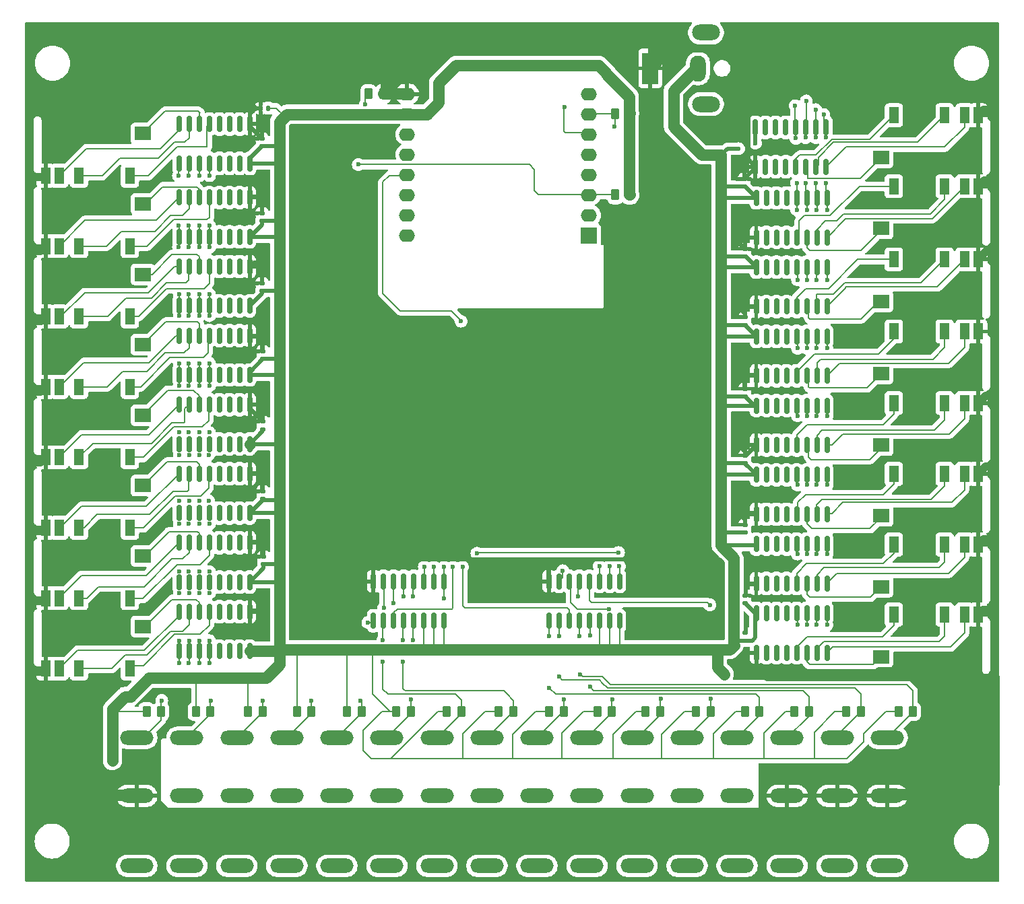
<source format=gbr>
%TF.GenerationSoftware,KiCad,Pcbnew,8.0.5*%
%TF.CreationDate,2025-03-09T15:17:30+08:00*%
%TF.ProjectId,hardware,68617264-7761-4726-952e-6b696361645f,rev?*%
%TF.SameCoordinates,Original*%
%TF.FileFunction,Copper,L1,Top*%
%TF.FilePolarity,Positive*%
%FSLAX46Y46*%
G04 Gerber Fmt 4.6, Leading zero omitted, Abs format (unit mm)*
G04 Created by KiCad (PCBNEW 8.0.5) date 2025-03-09 15:17:30*
%MOMM*%
%LPD*%
G01*
G04 APERTURE LIST*
G04 Aperture macros list*
%AMRoundRect*
0 Rectangle with rounded corners*
0 $1 Rounding radius*
0 $2 $3 $4 $5 $6 $7 $8 $9 X,Y pos of 4 corners*
0 Add a 4 corners polygon primitive as box body*
4,1,4,$2,$3,$4,$5,$6,$7,$8,$9,$2,$3,0*
0 Add four circle primitives for the rounded corners*
1,1,$1+$1,$2,$3*
1,1,$1+$1,$4,$5*
1,1,$1+$1,$6,$7*
1,1,$1+$1,$8,$9*
0 Add four rect primitives between the rounded corners*
20,1,$1+$1,$2,$3,$4,$5,0*
20,1,$1+$1,$4,$5,$6,$7,0*
20,1,$1+$1,$6,$7,$8,$9,0*
20,1,$1+$1,$8,$9,$2,$3,0*%
G04 Aperture macros list end*
%TA.AperFunction,SMDPad,CuDef*%
%ADD10RoundRect,0.150000X0.150000X-0.825000X0.150000X0.825000X-0.150000X0.825000X-0.150000X-0.825000X0*%
%TD*%
%TA.AperFunction,SMDPad,CuDef*%
%ADD11RoundRect,0.140000X-0.170000X0.140000X-0.170000X-0.140000X0.170000X-0.140000X0.170000X0.140000X0*%
%TD*%
%TA.AperFunction,SMDPad,CuDef*%
%ADD12RoundRect,0.150000X-0.150000X0.825000X-0.150000X-0.825000X0.150000X-0.825000X0.150000X0.825000X0*%
%TD*%
%TA.AperFunction,SMDPad,CuDef*%
%ADD13RoundRect,0.250000X-0.262500X-0.450000X0.262500X-0.450000X0.262500X0.450000X-0.262500X0.450000X0*%
%TD*%
%TA.AperFunction,SMDPad,CuDef*%
%ADD14R,1.300000X2.000000*%
%TD*%
%TA.AperFunction,SMDPad,CuDef*%
%ADD15R,2.000000X1.700000*%
%TD*%
%TA.AperFunction,ComponentPad*%
%ADD16R,2.000000X4.000000*%
%TD*%
%TA.AperFunction,ComponentPad*%
%ADD17O,2.000000X3.300000*%
%TD*%
%TA.AperFunction,ComponentPad*%
%ADD18O,3.500000X2.000000*%
%TD*%
%TA.AperFunction,ComponentPad*%
%ADD19R,2.000000X2.000000*%
%TD*%
%TA.AperFunction,ComponentPad*%
%ADD20O,2.000000X1.600000*%
%TD*%
%TA.AperFunction,SMDPad,CuDef*%
%ADD21RoundRect,0.250000X0.262500X0.450000X-0.262500X0.450000X-0.262500X-0.450000X0.262500X-0.450000X0*%
%TD*%
%TA.AperFunction,SMDPad,CuDef*%
%ADD22RoundRect,0.140000X-0.140000X-0.170000X0.140000X-0.170000X0.140000X0.170000X-0.140000X0.170000X0*%
%TD*%
%TA.AperFunction,ComponentPad*%
%ADD23O,4.200000X1.800000*%
%TD*%
%TA.AperFunction,ViaPad*%
%ADD24C,0.600000*%
%TD*%
%TA.AperFunction,Conductor*%
%ADD25C,1.000000*%
%TD*%
%TA.AperFunction,Conductor*%
%ADD26C,0.500000*%
%TD*%
%TA.AperFunction,Conductor*%
%ADD27C,1.400000*%
%TD*%
%TA.AperFunction,Conductor*%
%ADD28C,0.200000*%
%TD*%
%TA.AperFunction,Conductor*%
%ADD29C,0.900000*%
%TD*%
%TA.AperFunction,Conductor*%
%ADD30C,1.200000*%
%TD*%
G04 APERTURE END LIST*
D10*
%TO.P,U8,1,I1*%
%TO.N,IN1*%
X177755000Y-105733332D03*
%TO.P,U8,2,I2*%
%TO.N,IN2*%
X179025000Y-105733332D03*
%TO.P,U8,3,I3*%
%TO.N,IN3*%
X180295000Y-105733332D03*
%TO.P,U8,4,I4*%
%TO.N,IN4*%
X181565000Y-105733332D03*
%TO.P,U8,5,I5*%
%TO.N,unconnected-(U8-I5-Pad5)*%
X182835000Y-105733332D03*
%TO.P,U8,6,I6*%
%TO.N,unconnected-(U8-I6-Pad6)*%
X184105000Y-105733332D03*
%TO.P,U8,7,I7*%
%TO.N,unconnected-(U8-I7-Pad7)*%
X185375000Y-105733332D03*
%TO.P,U8,8,GND*%
%TO.N,GND*%
X186645000Y-105733332D03*
%TO.P,U8,9,COM*%
%TO.N,RED*%
X186645000Y-100783332D03*
%TO.P,U8,10,O7*%
%TO.N,unconnected-(U8-O7-Pad10)*%
X185375000Y-100783332D03*
%TO.P,U8,11,O6*%
%TO.N,unconnected-(U8-O6-Pad11)*%
X184105000Y-100783332D03*
%TO.P,U8,12,O5*%
%TO.N,unconnected-(U8-O5-Pad12)*%
X182835000Y-100783332D03*
%TO.P,U8,13,O4*%
%TO.N,ORANGE5*%
X181565000Y-100783332D03*
%TO.P,U8,14,O3*%
%TO.N,YELLOW5*%
X180295000Y-100783332D03*
%TO.P,U8,15,O2*%
%TO.N,PINK5*%
X179025000Y-100783332D03*
%TO.P,U8,16,O1*%
%TO.N,BLUE5*%
X177755000Y-100783332D03*
%TD*%
D11*
%TO.P,C14,1*%
%TO.N,RED*%
X248900000Y-120820000D03*
%TO.P,C14,2*%
%TO.N,GND*%
X248900000Y-121780000D03*
%TD*%
D12*
%TO.P,U14,1,I1*%
%TO.N,IN1*%
X259200000Y-92224999D03*
%TO.P,U14,2,I2*%
%TO.N,IN2*%
X257930000Y-92224999D03*
%TO.P,U14,3,I3*%
%TO.N,IN3*%
X256660000Y-92224999D03*
%TO.P,U14,4,I4*%
%TO.N,IN4*%
X255390000Y-92224999D03*
%TO.P,U14,5,I5*%
%TO.N,unconnected-(U14-I5-Pad5)*%
X254120000Y-92224999D03*
%TO.P,U14,6,I6*%
%TO.N,unconnected-(U14-I6-Pad6)*%
X252850000Y-92224999D03*
%TO.P,U14,7,I7*%
%TO.N,unconnected-(U14-I7-Pad7)*%
X251580000Y-92224999D03*
%TO.P,U14,8,GND*%
%TO.N,GND*%
X250310000Y-92224999D03*
%TO.P,U14,9,COM*%
%TO.N,RED*%
X250310000Y-97174999D03*
%TO.P,U14,10,O7*%
%TO.N,unconnected-(U14-O7-Pad10)*%
X251580000Y-97174999D03*
%TO.P,U14,11,O6*%
%TO.N,unconnected-(U14-O6-Pad11)*%
X252850000Y-97174999D03*
%TO.P,U14,12,O5*%
%TO.N,unconnected-(U14-O5-Pad12)*%
X254120000Y-97174999D03*
%TO.P,U14,13,O4*%
%TO.N,ORANGE11*%
X255390000Y-97174999D03*
%TO.P,U14,14,O3*%
%TO.N,YELLOW11*%
X256660000Y-97174999D03*
%TO.P,U14,15,O2*%
%TO.N,PINK11*%
X257930000Y-97174999D03*
%TO.P,U14,16,O1*%
%TO.N,BLUE11*%
X259200000Y-97174999D03*
%TD*%
D13*
%TO.P,R12,1*%
%TO.N,GND*%
X224287500Y-130700000D03*
%TO.P,R12,2*%
%TO.N,SW9*%
X226112500Y-130700000D03*
%TD*%
D14*
%TO.P,M14,1*%
%TO.N,RED*%
X278200000Y-118500000D03*
%TO.P,M14,2*%
%TO.N,ORANGE14*%
X267600001Y-118500001D03*
D15*
%TO.P,M14,3,-*%
%TO.N,YELLOW14*%
X266000002Y-123800000D03*
D14*
%TO.P,M14,4*%
%TO.N,PINK14*%
X274000001Y-118500000D03*
%TO.P,M14,5*%
%TO.N,BLUE14*%
X276500001Y-118500000D03*
%TD*%
D13*
%TO.P,R13,1*%
%TO.N,GND*%
X230337500Y-130700000D03*
%TO.P,R13,2*%
%TO.N,SW10*%
X232162500Y-130700000D03*
%TD*%
D14*
%TO.P,M6,1*%
%TO.N,RED*%
X161000001Y-116442853D03*
%TO.P,M6,2*%
%TO.N,ORANGE6*%
X171600000Y-116442852D03*
D15*
%TO.P,M6,3,-*%
%TO.N,YELLOW6*%
X173199999Y-111142853D03*
D14*
%TO.P,M6,4*%
%TO.N,PINK6*%
X165200000Y-116442853D03*
%TO.P,M6,5*%
%TO.N,BLUE6*%
X162700000Y-116442853D03*
%TD*%
D12*
%TO.P,U17,1,I1*%
%TO.N,IN1*%
X259200000Y-118350000D03*
%TO.P,U17,2,I2*%
%TO.N,IN2*%
X257930000Y-118350000D03*
%TO.P,U17,3,I3*%
%TO.N,IN3*%
X256660000Y-118350000D03*
%TO.P,U17,4,I4*%
%TO.N,IN4*%
X255390000Y-118350000D03*
%TO.P,U17,5,I5*%
%TO.N,unconnected-(U17-I5-Pad5)*%
X254120000Y-118350000D03*
%TO.P,U17,6,I6*%
%TO.N,unconnected-(U17-I6-Pad6)*%
X252850000Y-118350000D03*
%TO.P,U17,7,I7*%
%TO.N,unconnected-(U17-I7-Pad7)*%
X251580000Y-118350000D03*
%TO.P,U17,8,GND*%
%TO.N,GND*%
X250310000Y-118350000D03*
%TO.P,U17,9,COM*%
%TO.N,RED*%
X250310000Y-123300000D03*
%TO.P,U17,10,O7*%
%TO.N,unconnected-(U17-O7-Pad10)*%
X251580000Y-123300000D03*
%TO.P,U17,11,O6*%
%TO.N,unconnected-(U17-O6-Pad11)*%
X252850000Y-123300000D03*
%TO.P,U17,12,O5*%
%TO.N,unconnected-(U17-O5-Pad12)*%
X254120000Y-123300000D03*
%TO.P,U17,13,O4*%
%TO.N,ORANGE14*%
X255390000Y-123300000D03*
%TO.P,U17,14,O3*%
%TO.N,YELLOW14*%
X256660000Y-123300000D03*
%TO.P,U17,15,O2*%
%TO.N,PINK14*%
X257930000Y-123300000D03*
%TO.P,U17,16,O1*%
%TO.N,BLUE14*%
X259200000Y-123300000D03*
%TD*%
D13*
%TO.P,R5,1*%
%TO.N,GND*%
X179875000Y-130700000D03*
%TO.P,R5,2*%
%TO.N,SW2*%
X181700000Y-130700000D03*
%TD*%
D11*
%TO.P,C9,1*%
%TO.N,RED*%
X248900000Y-81120000D03*
%TO.P,C9,2*%
%TO.N,GND*%
X248900000Y-82080000D03*
%TD*%
D13*
%TO.P,R19,1*%
%TO.N,GND*%
X268187500Y-130700000D03*
%TO.P,R19,2*%
%TO.N,SW16*%
X270012500Y-130700000D03*
%TD*%
%TO.P,R7,1*%
%TO.N,GND*%
X192575000Y-130700000D03*
%TO.P,R7,2*%
%TO.N,SW4*%
X194400000Y-130700000D03*
%TD*%
D14*
%TO.P,M16,1*%
%TO.N,RED*%
X278200000Y-55700000D03*
%TO.P,M16,2*%
%TO.N,ORANGE16*%
X267600001Y-55700001D03*
D15*
%TO.P,M16,3,-*%
%TO.N,YELLOW16*%
X266000002Y-61000000D03*
D14*
%TO.P,M16,4*%
%TO.N,PINK16*%
X274000001Y-55700000D03*
%TO.P,M16,5*%
%TO.N,BLUE16*%
X276500001Y-55700000D03*
%TD*%
D10*
%TO.P,U7,1,I1*%
%TO.N,IN1*%
X177755000Y-97049999D03*
%TO.P,U7,2,I2*%
%TO.N,IN2*%
X179025000Y-97049999D03*
%TO.P,U7,3,I3*%
%TO.N,IN3*%
X180295000Y-97049999D03*
%TO.P,U7,4,I4*%
%TO.N,IN4*%
X181565000Y-97049999D03*
%TO.P,U7,5,I5*%
%TO.N,unconnected-(U7-I5-Pad5)*%
X182835000Y-97049999D03*
%TO.P,U7,6,I6*%
%TO.N,unconnected-(U7-I6-Pad6)*%
X184105000Y-97049999D03*
%TO.P,U7,7,I7*%
%TO.N,unconnected-(U7-I7-Pad7)*%
X185375000Y-97049999D03*
%TO.P,U7,8,GND*%
%TO.N,GND*%
X186645000Y-97049999D03*
%TO.P,U7,9,COM*%
%TO.N,RED*%
X186645000Y-92099999D03*
%TO.P,U7,10,O7*%
%TO.N,unconnected-(U7-O7-Pad10)*%
X185375000Y-92099999D03*
%TO.P,U7,11,O6*%
%TO.N,unconnected-(U7-O6-Pad11)*%
X184105000Y-92099999D03*
%TO.P,U7,12,O5*%
%TO.N,unconnected-(U7-O5-Pad12)*%
X182835000Y-92099999D03*
%TO.P,U7,13,O4*%
%TO.N,ORANGE4*%
X181565000Y-92099999D03*
%TO.P,U7,14,O3*%
%TO.N,YELLOW4*%
X180295000Y-92099999D03*
%TO.P,U7,15,O2*%
%TO.N,PINK4*%
X179025000Y-92099999D03*
%TO.P,U7,16,O1*%
%TO.N,BLUE4*%
X177755000Y-92099999D03*
%TD*%
D11*
%TO.P,C16,1*%
%TO.N,RED*%
X248800000Y-63720000D03*
%TO.P,C16,2*%
%TO.N,GND*%
X248800000Y-64680000D03*
%TD*%
D16*
%TO.P,J2,1*%
%TO.N,RED*%
X237000000Y-49800000D03*
D17*
%TO.P,J2,2*%
%TO.N,GND*%
X243000000Y-49800000D03*
D18*
%TO.P,J2,MP*%
%TO.N,N/C*%
X244000000Y-54300000D03*
X244000000Y-45300000D03*
%TD*%
D10*
%TO.P,U5,1,I1*%
%TO.N,IN1*%
X177755000Y-79683333D03*
%TO.P,U5,2,I2*%
%TO.N,IN2*%
X179025000Y-79683333D03*
%TO.P,U5,3,I3*%
%TO.N,IN3*%
X180295000Y-79683333D03*
%TO.P,U5,4,I4*%
%TO.N,IN4*%
X181565000Y-79683333D03*
%TO.P,U5,5,I5*%
%TO.N,unconnected-(U5-I5-Pad5)*%
X182835000Y-79683333D03*
%TO.P,U5,6,I6*%
%TO.N,unconnected-(U5-I6-Pad6)*%
X184105000Y-79683333D03*
%TO.P,U5,7,I7*%
%TO.N,unconnected-(U5-I7-Pad7)*%
X185375000Y-79683333D03*
%TO.P,U5,8,GND*%
%TO.N,GND*%
X186645000Y-79683333D03*
%TO.P,U5,9,COM*%
%TO.N,RED*%
X186645000Y-74733333D03*
%TO.P,U5,10,O7*%
%TO.N,unconnected-(U5-O7-Pad10)*%
X185375000Y-74733333D03*
%TO.P,U5,11,O6*%
%TO.N,unconnected-(U5-O6-Pad11)*%
X184105000Y-74733333D03*
%TO.P,U5,12,O5*%
%TO.N,unconnected-(U5-O5-Pad12)*%
X182835000Y-74733333D03*
%TO.P,U5,13,O4*%
%TO.N,ORANGE2*%
X181565000Y-74733333D03*
%TO.P,U5,14,O3*%
%TO.N,YELLOW2*%
X180295000Y-74733333D03*
%TO.P,U5,15,O2*%
%TO.N,PINK2*%
X179025000Y-74733333D03*
%TO.P,U5,16,O1*%
%TO.N,BLUE2*%
X177755000Y-74733333D03*
%TD*%
D14*
%TO.P,M15,1*%
%TO.N,RED*%
X161000001Y-63300001D03*
%TO.P,M15,2*%
%TO.N,ORANGE15*%
X171600000Y-63300000D03*
D15*
%TO.P,M15,3,-*%
%TO.N,YELLOW15*%
X173199999Y-58000001D03*
D14*
%TO.P,M15,4*%
%TO.N,PINK15*%
X165200000Y-63300001D03*
%TO.P,M15,5*%
%TO.N,BLUE15*%
X162700000Y-63300001D03*
%TD*%
D10*
%TO.P,U9,1,I1*%
%TO.N,IN1*%
X177755000Y-114416665D03*
%TO.P,U9,2,I2*%
%TO.N,IN2*%
X179025000Y-114416665D03*
%TO.P,U9,3,I3*%
%TO.N,IN3*%
X180295000Y-114416665D03*
%TO.P,U9,4,I4*%
%TO.N,IN4*%
X181565000Y-114416665D03*
%TO.P,U9,5,I5*%
%TO.N,unconnected-(U9-I5-Pad5)*%
X182835000Y-114416665D03*
%TO.P,U9,6,I6*%
%TO.N,unconnected-(U9-I6-Pad6)*%
X184105000Y-114416665D03*
%TO.P,U9,7,I7*%
%TO.N,unconnected-(U9-I7-Pad7)*%
X185375000Y-114416665D03*
%TO.P,U9,8,GND*%
%TO.N,GND*%
X186645000Y-114416665D03*
%TO.P,U9,9,COM*%
%TO.N,RED*%
X186645000Y-109466665D03*
%TO.P,U9,10,O7*%
%TO.N,unconnected-(U9-O7-Pad10)*%
X185375000Y-109466665D03*
%TO.P,U9,11,O6*%
%TO.N,unconnected-(U9-O6-Pad11)*%
X184105000Y-109466665D03*
%TO.P,U9,12,O5*%
%TO.N,unconnected-(U9-O5-Pad12)*%
X182835000Y-109466665D03*
%TO.P,U9,13,O4*%
%TO.N,ORANGE6*%
X181565000Y-109466665D03*
%TO.P,U9,14,O3*%
%TO.N,YELLOW6*%
X180295000Y-109466665D03*
%TO.P,U9,15,O2*%
%TO.N,PINK6*%
X179025000Y-109466665D03*
%TO.P,U9,16,O1*%
%TO.N,BLUE6*%
X177755000Y-109466665D03*
%TD*%
D11*
%TO.P,C2,1*%
%TO.N,RED*%
X188200000Y-68020000D03*
%TO.P,C2,2*%
%TO.N,GND*%
X188200000Y-68980000D03*
%TD*%
%TO.P,C1,1*%
%TO.N,RED*%
X188200000Y-58640000D03*
%TO.P,C1,2*%
%TO.N,GND*%
X188200000Y-59600000D03*
%TD*%
D14*
%TO.P,M4,1*%
%TO.N,RED*%
X161000001Y-98728569D03*
%TO.P,M4,2*%
%TO.N,ORANGE4*%
X171600000Y-98728568D03*
D15*
%TO.P,M4,3,-*%
%TO.N,YELLOW4*%
X173199999Y-93428569D03*
D14*
%TO.P,M4,4*%
%TO.N,PINK4*%
X165200000Y-98728569D03*
%TO.P,M4,5*%
%TO.N,BLUE4*%
X162700000Y-98728569D03*
%TD*%
D10*
%TO.P,U3,1,X4*%
%TO.N,SW13*%
X224255000Y-119275000D03*
%TO.P,U3,2,X6*%
%TO.N,SW15*%
X225525000Y-119275000D03*
%TO.P,U3,3,X*%
%TO.N,MUX2COM*%
X226795000Y-119275000D03*
%TO.P,U3,4,X7*%
%TO.N,SW16*%
X228065000Y-119275000D03*
%TO.P,U3,5,X5*%
%TO.N,SW14*%
X229335000Y-119275000D03*
%TO.P,U3,6,INH*%
%TO.N,GND*%
X230605000Y-119275000D03*
%TO.P,U3,7,VEE*%
X231875000Y-119275000D03*
%TO.P,U3,8,VSS*%
X233145000Y-119275000D03*
%TO.P,U3,9,C*%
%TO.N,C*%
X233145000Y-114325000D03*
%TO.P,U3,10,B*%
%TO.N,B*%
X231875000Y-114325000D03*
%TO.P,U3,11,A*%
%TO.N,A*%
X230605000Y-114325000D03*
%TO.P,U3,12,X3*%
%TO.N,SW12*%
X229335000Y-114325000D03*
%TO.P,U3,13,X0*%
%TO.N,SW9*%
X228065000Y-114325000D03*
%TO.P,U3,14,X1*%
%TO.N,SW10*%
X226795000Y-114325000D03*
%TO.P,U3,15,X2*%
%TO.N,SW11*%
X225525000Y-114325000D03*
%TO.P,U3,16,VDD*%
%TO.N,RED*%
X224255000Y-114325000D03*
%TD*%
D11*
%TO.P,C13,1*%
%TO.N,RED*%
X248900000Y-116100000D03*
%TO.P,C13,2*%
%TO.N,GND*%
X248900000Y-117060000D03*
%TD*%
D14*
%TO.P,M3,1*%
%TO.N,RED*%
X161000001Y-89871427D03*
%TO.P,M3,2*%
%TO.N,ORANGE3*%
X171600000Y-89871426D03*
D15*
%TO.P,M3,3,-*%
%TO.N,YELLOW3*%
X173199999Y-84571427D03*
D14*
%TO.P,M3,4*%
%TO.N,PINK3*%
X165200000Y-89871427D03*
%TO.P,M3,5*%
%TO.N,BLUE3*%
X162700000Y-89871427D03*
%TD*%
D13*
%TO.P,R14,1*%
%TO.N,GND*%
X236387500Y-130700000D03*
%TO.P,R14,2*%
%TO.N,SW11*%
X238212500Y-130700000D03*
%TD*%
%TO.P,R16,1*%
%TO.N,GND*%
X248887500Y-130700000D03*
%TO.P,R16,2*%
%TO.N,SW13*%
X250712500Y-130700000D03*
%TD*%
D19*
%TO.P,U1,1,~{RST}*%
%TO.N,unconnected-(U1-~{RST}-Pad1)*%
X229290000Y-70800000D03*
D20*
%TO.P,U1,2,A0*%
%TO.N,unconnected-(U1-A0-Pad2)*%
X229290000Y-68260000D03*
%TO.P,U1,3,D0*%
%TO.N,A*%
X229290000Y-65720000D03*
%TO.P,U1,4,SCK/D5*%
%TO.N,IN1*%
X229290000Y-63180000D03*
%TO.P,U1,5,MISO/D6*%
%TO.N,IN2*%
X229290000Y-60640000D03*
%TO.P,U1,6,MOSI/D7*%
%TO.N,IN4*%
X229290000Y-58100000D03*
%TO.P,U1,7,CS/D8*%
%TO.N,IN3*%
X229290000Y-55560000D03*
%TO.P,U1,8,3V3*%
%TO.N,unconnected-(U1-3V3-Pad8)*%
X229290000Y-53020000D03*
%TO.P,U1,9,5V*%
%TO.N,RED*%
X206430000Y-53020000D03*
%TO.P,U1,10,GND*%
%TO.N,GND*%
X206430000Y-55560000D03*
%TO.P,U1,11,D4*%
%TO.N,B*%
X206430000Y-58100000D03*
%TO.P,U1,12,D3*%
%TO.N,C*%
X206430000Y-60640000D03*
%TO.P,U1,13,SDA/D2*%
%TO.N,MUX2COM*%
X206430000Y-63180000D03*
%TO.P,U1,14,SCL/D1*%
%TO.N,MUX1COM*%
X206430000Y-65720000D03*
%TO.P,U1,15,RX*%
%TO.N,unconnected-(U1-RX-Pad15)*%
X206430000Y-68260000D03*
%TO.P,U1,16,TX*%
%TO.N,unconnected-(U1-TX-Pad16)*%
X206430000Y-70800000D03*
%TD*%
D13*
%TO.P,R10,1*%
%TO.N,GND*%
X211437500Y-130700000D03*
%TO.P,R10,2*%
%TO.N,SW7*%
X213262500Y-130700000D03*
%TD*%
D14*
%TO.P,M5,1*%
%TO.N,RED*%
X161000001Y-107585711D03*
%TO.P,M5,2*%
%TO.N,ORANGE5*%
X171600000Y-107585710D03*
D15*
%TO.P,M5,3,-*%
%TO.N,YELLOW5*%
X173199999Y-102285711D03*
D14*
%TO.P,M5,4*%
%TO.N,PINK5*%
X165200000Y-107585711D03*
%TO.P,M5,5*%
%TO.N,BLUE5*%
X162700000Y-107585711D03*
%TD*%
D13*
%TO.P,R9,1*%
%TO.N,GND*%
X205087500Y-130700000D03*
%TO.P,R9,2*%
%TO.N,SW6*%
X206912500Y-130700000D03*
%TD*%
D21*
%TO.P,R1,1*%
%TO.N,GND*%
X234415000Y-65700000D03*
%TO.P,R1,2*%
%TO.N,A*%
X232590000Y-65700000D03*
%TD*%
D12*
%TO.P,U16,1,I1*%
%TO.N,IN1*%
X259200000Y-109641665D03*
%TO.P,U16,2,I2*%
%TO.N,IN2*%
X257930000Y-109641665D03*
%TO.P,U16,3,I3*%
%TO.N,IN3*%
X256660000Y-109641665D03*
%TO.P,U16,4,I4*%
%TO.N,IN4*%
X255390000Y-109641665D03*
%TO.P,U16,5,I5*%
%TO.N,unconnected-(U16-I5-Pad5)*%
X254120000Y-109641665D03*
%TO.P,U16,6,I6*%
%TO.N,unconnected-(U16-I6-Pad6)*%
X252850000Y-109641665D03*
%TO.P,U16,7,I7*%
%TO.N,unconnected-(U16-I7-Pad7)*%
X251580000Y-109641665D03*
%TO.P,U16,8,GND*%
%TO.N,GND*%
X250310000Y-109641665D03*
%TO.P,U16,9,COM*%
%TO.N,RED*%
X250310000Y-114591665D03*
%TO.P,U16,10,O7*%
%TO.N,unconnected-(U16-O7-Pad10)*%
X251580000Y-114591665D03*
%TO.P,U16,11,O6*%
%TO.N,unconnected-(U16-O6-Pad11)*%
X252850000Y-114591665D03*
%TO.P,U16,12,O5*%
%TO.N,unconnected-(U16-O5-Pad12)*%
X254120000Y-114591665D03*
%TO.P,U16,13,O4*%
%TO.N,ORANGE13*%
X255390000Y-114591665D03*
%TO.P,U16,14,O3*%
%TO.N,YELLOW13*%
X256660000Y-114591665D03*
%TO.P,U16,15,O2*%
%TO.N,PINK13*%
X257930000Y-114591665D03*
%TO.P,U16,16,O1*%
%TO.N,BLUE13*%
X259200000Y-114591665D03*
%TD*%
D14*
%TO.P,M1,1*%
%TO.N,RED*%
X161000001Y-72157143D03*
%TO.P,M1,2*%
%TO.N,ORANGE1*%
X171600000Y-72157142D03*
D15*
%TO.P,M1,3,-*%
%TO.N,YELLOW1*%
X173199999Y-66857143D03*
D14*
%TO.P,M1,4*%
%TO.N,PINK1*%
X165200000Y-72157143D03*
%TO.P,M1,5*%
%TO.N,BLUE1*%
X162700000Y-72157143D03*
%TD*%
D10*
%TO.P,U6,1,I1*%
%TO.N,IN1*%
X177755000Y-88366666D03*
%TO.P,U6,2,I2*%
%TO.N,IN2*%
X179025000Y-88366666D03*
%TO.P,U6,3,I3*%
%TO.N,IN3*%
X180295000Y-88366666D03*
%TO.P,U6,4,I4*%
%TO.N,IN4*%
X181565000Y-88366666D03*
%TO.P,U6,5,I5*%
%TO.N,unconnected-(U6-I5-Pad5)*%
X182835000Y-88366666D03*
%TO.P,U6,6,I6*%
%TO.N,unconnected-(U6-I6-Pad6)*%
X184105000Y-88366666D03*
%TO.P,U6,7,I7*%
%TO.N,unconnected-(U6-I7-Pad7)*%
X185375000Y-88366666D03*
%TO.P,U6,8,GND*%
%TO.N,GND*%
X186645000Y-88366666D03*
%TO.P,U6,9,COM*%
%TO.N,RED*%
X186645000Y-83416666D03*
%TO.P,U6,10,O7*%
%TO.N,unconnected-(U6-O7-Pad10)*%
X185375000Y-83416666D03*
%TO.P,U6,11,O6*%
%TO.N,unconnected-(U6-O6-Pad11)*%
X184105000Y-83416666D03*
%TO.P,U6,12,O5*%
%TO.N,unconnected-(U6-O5-Pad12)*%
X182835000Y-83416666D03*
%TO.P,U6,13,O4*%
%TO.N,ORANGE3*%
X181565000Y-83416666D03*
%TO.P,U6,14,O3*%
%TO.N,YELLOW3*%
X180295000Y-83416666D03*
%TO.P,U6,15,O2*%
%TO.N,PINK3*%
X179025000Y-83416666D03*
%TO.P,U6,16,O1*%
%TO.N,BLUE3*%
X177755000Y-83416666D03*
%TD*%
D11*
%TO.P,C10,1*%
%TO.N,RED*%
X248900000Y-90100000D03*
%TO.P,C10,2*%
%TO.N,GND*%
X248900000Y-91060000D03*
%TD*%
%TO.P,C8,1*%
%TO.N,RED*%
X248900000Y-72520000D03*
%TO.P,C8,2*%
%TO.N,GND*%
X248900000Y-73480000D03*
%TD*%
D13*
%TO.P,R15,1*%
%TO.N,GND*%
X242737500Y-130700000D03*
%TO.P,R15,2*%
%TO.N,SW12*%
X244562500Y-130700000D03*
%TD*%
D14*
%TO.P,M9,1*%
%TO.N,RED*%
X278200000Y-73836500D03*
%TO.P,M9,2*%
%TO.N,ORANGE9*%
X267600001Y-73836501D03*
D15*
%TO.P,M9,3,-*%
%TO.N,YELLOW9*%
X266000002Y-79136500D03*
D14*
%TO.P,M9,4*%
%TO.N,PINK9*%
X274000001Y-73836500D03*
%TO.P,M9,5*%
%TO.N,BLUE9*%
X276500001Y-73836500D03*
%TD*%
D12*
%TO.P,U15,1,I1*%
%TO.N,IN1*%
X259200000Y-100933332D03*
%TO.P,U15,2,I2*%
%TO.N,IN2*%
X257930000Y-100933332D03*
%TO.P,U15,3,I3*%
%TO.N,IN3*%
X256660000Y-100933332D03*
%TO.P,U15,4,I4*%
%TO.N,IN4*%
X255390000Y-100933332D03*
%TO.P,U15,5,I5*%
%TO.N,unconnected-(U15-I5-Pad5)*%
X254120000Y-100933332D03*
%TO.P,U15,6,I6*%
%TO.N,unconnected-(U15-I6-Pad6)*%
X252850000Y-100933332D03*
%TO.P,U15,7,I7*%
%TO.N,unconnected-(U15-I7-Pad7)*%
X251580000Y-100933332D03*
%TO.P,U15,8,GND*%
%TO.N,GND*%
X250310000Y-100933332D03*
%TO.P,U15,9,COM*%
%TO.N,RED*%
X250310000Y-105883332D03*
%TO.P,U15,10,O7*%
%TO.N,unconnected-(U15-O7-Pad10)*%
X251580000Y-105883332D03*
%TO.P,U15,11,O6*%
%TO.N,unconnected-(U15-O6-Pad11)*%
X252850000Y-105883332D03*
%TO.P,U15,12,O5*%
%TO.N,unconnected-(U15-O5-Pad12)*%
X254120000Y-105883332D03*
%TO.P,U15,13,O4*%
%TO.N,ORANGE12*%
X255390000Y-105883332D03*
%TO.P,U15,14,O3*%
%TO.N,YELLOW12*%
X256660000Y-105883332D03*
%TO.P,U15,15,O2*%
%TO.N,PINK12*%
X257930000Y-105883332D03*
%TO.P,U15,16,O1*%
%TO.N,BLUE12*%
X259200000Y-105883332D03*
%TD*%
D13*
%TO.P,R18,1*%
%TO.N,GND*%
X261637500Y-130700000D03*
%TO.P,R18,2*%
%TO.N,SW15*%
X263462500Y-130700000D03*
%TD*%
%TO.P,R17,1*%
%TO.N,GND*%
X255087500Y-130700000D03*
%TO.P,R17,2*%
%TO.N,SW14*%
X256912500Y-130700000D03*
%TD*%
D10*
%TO.P,U4,1,I1*%
%TO.N,IN1*%
X177755000Y-71000000D03*
%TO.P,U4,2,I2*%
%TO.N,IN2*%
X179025000Y-71000000D03*
%TO.P,U4,3,I3*%
%TO.N,IN3*%
X180295000Y-71000000D03*
%TO.P,U4,4,I4*%
%TO.N,IN4*%
X181565000Y-71000000D03*
%TO.P,U4,5,I5*%
%TO.N,unconnected-(U4-I5-Pad5)*%
X182835000Y-71000000D03*
%TO.P,U4,6,I6*%
%TO.N,unconnected-(U4-I6-Pad6)*%
X184105000Y-71000000D03*
%TO.P,U4,7,I7*%
%TO.N,unconnected-(U4-I7-Pad7)*%
X185375000Y-71000000D03*
%TO.P,U4,8,GND*%
%TO.N,GND*%
X186645000Y-71000000D03*
%TO.P,U4,9,COM*%
%TO.N,RED*%
X186645000Y-66050000D03*
%TO.P,U4,10,O7*%
%TO.N,unconnected-(U4-O7-Pad10)*%
X185375000Y-66050000D03*
%TO.P,U4,11,O6*%
%TO.N,unconnected-(U4-O6-Pad11)*%
X184105000Y-66050000D03*
%TO.P,U4,12,O5*%
%TO.N,unconnected-(U4-O5-Pad12)*%
X182835000Y-66050000D03*
%TO.P,U4,13,O4*%
%TO.N,ORANGE1*%
X181565000Y-66050000D03*
%TO.P,U4,14,O3*%
%TO.N,YELLOW1*%
X180295000Y-66050000D03*
%TO.P,U4,15,O2*%
%TO.N,PINK1*%
X179025000Y-66050000D03*
%TO.P,U4,16,O1*%
%TO.N,BLUE1*%
X177755000Y-66050000D03*
%TD*%
%TO.P,U2,1,X4*%
%TO.N,SW5*%
X202200000Y-119275000D03*
%TO.P,U2,2,X6*%
%TO.N,SW7*%
X203470000Y-119275000D03*
%TO.P,U2,3,X*%
%TO.N,MUX1COM*%
X204740000Y-119275000D03*
%TO.P,U2,4,X7*%
%TO.N,SW8*%
X206010000Y-119275000D03*
%TO.P,U2,5,X5*%
%TO.N,SW6*%
X207280000Y-119275000D03*
%TO.P,U2,6,INH*%
%TO.N,GND*%
X208550000Y-119275000D03*
%TO.P,U2,7,VEE*%
X209820000Y-119275000D03*
%TO.P,U2,8,VSS*%
X211090000Y-119275000D03*
%TO.P,U2,9,C*%
%TO.N,C*%
X211090000Y-114325000D03*
%TO.P,U2,10,B*%
%TO.N,B*%
X209820000Y-114325000D03*
%TO.P,U2,11,A*%
%TO.N,A*%
X208550000Y-114325000D03*
%TO.P,U2,12,X3*%
%TO.N,SW4*%
X207280000Y-114325000D03*
%TO.P,U2,13,X0*%
%TO.N,SW1*%
X206010000Y-114325000D03*
%TO.P,U2,14,X1*%
%TO.N,SW2*%
X204740000Y-114325000D03*
%TO.P,U2,15,X2*%
%TO.N,SW3*%
X203470000Y-114325000D03*
%TO.P,U2,16,VDD*%
%TO.N,RED*%
X202200000Y-114325000D03*
%TD*%
D13*
%TO.P,R11,1*%
%TO.N,GND*%
X217937500Y-130700000D03*
%TO.P,R11,2*%
%TO.N,SW8*%
X219762500Y-130700000D03*
%TD*%
D11*
%TO.P,C3,1*%
%TO.N,RED*%
X188200000Y-76820000D03*
%TO.P,C3,2*%
%TO.N,GND*%
X188200000Y-77780000D03*
%TD*%
%TO.P,C7,1*%
%TO.N,RED*%
X188400000Y-111220000D03*
%TO.P,C7,2*%
%TO.N,GND*%
X188400000Y-112180000D03*
%TD*%
D10*
%TO.P,U18,1,I1*%
%TO.N,IN1*%
X177780000Y-61750000D03*
%TO.P,U18,2,I2*%
%TO.N,IN2*%
X179050000Y-61750000D03*
%TO.P,U18,3,I3*%
%TO.N,IN3*%
X180320000Y-61750000D03*
%TO.P,U18,4,I4*%
%TO.N,IN4*%
X181590000Y-61750000D03*
%TO.P,U18,5,I5*%
%TO.N,unconnected-(U18-I5-Pad5)*%
X182860000Y-61750000D03*
%TO.P,U18,6,I6*%
%TO.N,unconnected-(U18-I6-Pad6)*%
X184130000Y-61750000D03*
%TO.P,U18,7,I7*%
%TO.N,unconnected-(U18-I7-Pad7)*%
X185400000Y-61750000D03*
%TO.P,U18,8,GND*%
%TO.N,GND*%
X186670000Y-61750000D03*
%TO.P,U18,9,COM*%
%TO.N,RED*%
X186670000Y-56800000D03*
%TO.P,U18,10,O7*%
%TO.N,unconnected-(U18-O7-Pad10)*%
X185400000Y-56800000D03*
%TO.P,U18,11,O6*%
%TO.N,unconnected-(U18-O6-Pad11)*%
X184130000Y-56800000D03*
%TO.P,U18,12,O5*%
%TO.N,unconnected-(U18-O5-Pad12)*%
X182860000Y-56800000D03*
%TO.P,U18,13,O4*%
%TO.N,ORANGE15*%
X181590000Y-56800000D03*
%TO.P,U18,14,O3*%
%TO.N,YELLOW15*%
X180320000Y-56800000D03*
%TO.P,U18,15,O2*%
%TO.N,PINK15*%
X179050000Y-56800000D03*
%TO.P,U18,16,O1*%
%TO.N,BLUE15*%
X177780000Y-56800000D03*
%TD*%
D13*
%TO.P,R6,1*%
%TO.N,GND*%
X186425000Y-130700000D03*
%TO.P,R6,2*%
%TO.N,SW3*%
X188250000Y-130700000D03*
%TD*%
D12*
%TO.P,U13,1,I1*%
%TO.N,IN1*%
X259200000Y-83516666D03*
%TO.P,U13,2,I2*%
%TO.N,IN2*%
X257930000Y-83516666D03*
%TO.P,U13,3,I3*%
%TO.N,IN3*%
X256660000Y-83516666D03*
%TO.P,U13,4,I4*%
%TO.N,IN4*%
X255390000Y-83516666D03*
%TO.P,U13,5,I5*%
%TO.N,unconnected-(U13-I5-Pad5)*%
X254120000Y-83516666D03*
%TO.P,U13,6,I6*%
%TO.N,unconnected-(U13-I6-Pad6)*%
X252850000Y-83516666D03*
%TO.P,U13,7,I7*%
%TO.N,unconnected-(U13-I7-Pad7)*%
X251580000Y-83516666D03*
%TO.P,U13,8,GND*%
%TO.N,GND*%
X250310000Y-83516666D03*
%TO.P,U13,9,COM*%
%TO.N,RED*%
X250310000Y-88466666D03*
%TO.P,U13,10,O7*%
%TO.N,unconnected-(U13-O7-Pad10)*%
X251580000Y-88466666D03*
%TO.P,U13,11,O6*%
%TO.N,unconnected-(U13-O6-Pad11)*%
X252850000Y-88466666D03*
%TO.P,U13,12,O5*%
%TO.N,unconnected-(U13-O5-Pad12)*%
X254120000Y-88466666D03*
%TO.P,U13,13,O4*%
%TO.N,ORANGE10*%
X255390000Y-88466666D03*
%TO.P,U13,14,O3*%
%TO.N,YELLOW10*%
X256660000Y-88466666D03*
%TO.P,U13,15,O2*%
%TO.N,PINK10*%
X257930000Y-88466666D03*
%TO.P,U13,16,O1*%
%TO.N,BLUE10*%
X259200000Y-88466666D03*
%TD*%
D14*
%TO.P,M2,1*%
%TO.N,RED*%
X161000001Y-81014285D03*
%TO.P,M2,2*%
%TO.N,ORANGE2*%
X171600000Y-81014284D03*
D15*
%TO.P,M2,3,-*%
%TO.N,YELLOW2*%
X173199999Y-75714285D03*
D14*
%TO.P,M2,4*%
%TO.N,PINK2*%
X165200000Y-81014285D03*
%TO.P,M2,5*%
%TO.N,BLUE2*%
X162700000Y-81014285D03*
%TD*%
%TO.P,M8,1*%
%TO.N,RED*%
X278200000Y-64636500D03*
%TO.P,M8,2*%
%TO.N,ORANGE8*%
X267600001Y-64636501D03*
D15*
%TO.P,M8,3,-*%
%TO.N,YELLOW8*%
X266000002Y-69936500D03*
D14*
%TO.P,M8,4*%
%TO.N,PINK8*%
X274000001Y-64636500D03*
%TO.P,M8,5*%
%TO.N,BLUE8*%
X276500001Y-64636500D03*
%TD*%
D10*
%TO.P,U10,1,I1*%
%TO.N,IN1*%
X177755000Y-123100000D03*
%TO.P,U10,2,I2*%
%TO.N,IN2*%
X179025000Y-123100000D03*
%TO.P,U10,3,I3*%
%TO.N,IN3*%
X180295000Y-123100000D03*
%TO.P,U10,4,I4*%
%TO.N,IN4*%
X181565000Y-123100000D03*
%TO.P,U10,5,I5*%
%TO.N,unconnected-(U10-I5-Pad5)*%
X182835000Y-123100000D03*
%TO.P,U10,6,I6*%
%TO.N,unconnected-(U10-I6-Pad6)*%
X184105000Y-123100000D03*
%TO.P,U10,7,I7*%
%TO.N,unconnected-(U10-I7-Pad7)*%
X185375000Y-123100000D03*
%TO.P,U10,8,GND*%
%TO.N,GND*%
X186645000Y-123100000D03*
%TO.P,U10,9,COM*%
%TO.N,RED*%
X186645000Y-118150000D03*
%TO.P,U10,10,O7*%
%TO.N,unconnected-(U10-O7-Pad10)*%
X185375000Y-118150000D03*
%TO.P,U10,11,O6*%
%TO.N,unconnected-(U10-O6-Pad11)*%
X184105000Y-118150000D03*
%TO.P,U10,12,O5*%
%TO.N,unconnected-(U10-O5-Pad12)*%
X182835000Y-118150000D03*
%TO.P,U10,13,O4*%
%TO.N,ORANGE7*%
X181565000Y-118150000D03*
%TO.P,U10,14,O3*%
%TO.N,YELLOW7*%
X180295000Y-118150000D03*
%TO.P,U10,15,O2*%
%TO.N,PINK7*%
X179025000Y-118150000D03*
%TO.P,U10,16,O1*%
%TO.N,BLUE7*%
X177755000Y-118150000D03*
%TD*%
D11*
%TO.P,C5,1*%
%TO.N,RED*%
X188300000Y-94220000D03*
%TO.P,C5,2*%
%TO.N,GND*%
X188300000Y-95180000D03*
%TD*%
D14*
%TO.P,M11,1*%
%TO.N,RED*%
X278200000Y-91900000D03*
%TO.P,M11,2*%
%TO.N,ORANGE11*%
X267600001Y-91900001D03*
D15*
%TO.P,M11,3,-*%
%TO.N,YELLOW11*%
X266000002Y-97200000D03*
D14*
%TO.P,M11,4*%
%TO.N,PINK11*%
X274000001Y-91900000D03*
%TO.P,M11,5*%
%TO.N,BLUE11*%
X276500001Y-91900000D03*
%TD*%
D11*
%TO.P,C11,1*%
%TO.N,RED*%
X248900000Y-98520000D03*
%TO.P,C11,2*%
%TO.N,GND*%
X248900000Y-99480000D03*
%TD*%
D14*
%TO.P,M12,1*%
%TO.N,RED*%
X278200000Y-100800000D03*
%TO.P,M12,2*%
%TO.N,ORANGE12*%
X267600001Y-100800001D03*
D15*
%TO.P,M12,3,-*%
%TO.N,YELLOW12*%
X266000002Y-106100000D03*
D14*
%TO.P,M12,4*%
%TO.N,PINK12*%
X274000001Y-100800000D03*
%TO.P,M12,5*%
%TO.N,BLUE12*%
X276500001Y-100800000D03*
%TD*%
D22*
%TO.P,C15,1*%
%TO.N,RED*%
X188020000Y-54800000D03*
%TO.P,C15,2*%
%TO.N,GND*%
X188980000Y-54800000D03*
%TD*%
D11*
%TO.P,C4,1*%
%TO.N,RED*%
X188300000Y-85400000D03*
%TO.P,C4,2*%
%TO.N,GND*%
X188300000Y-86360000D03*
%TD*%
D21*
%TO.P,R3,1*%
%TO.N,RED*%
X203412500Y-53000000D03*
%TO.P,R3,2*%
%TO.N,B*%
X201587500Y-53000000D03*
%TD*%
D13*
%TO.P,R8,1*%
%TO.N,GND*%
X198875000Y-130700000D03*
%TO.P,R8,2*%
%TO.N,SW5*%
X200700000Y-130700000D03*
%TD*%
D14*
%TO.P,M10,1*%
%TO.N,RED*%
X278200000Y-82900000D03*
%TO.P,M10,2*%
%TO.N,ORANGE10*%
X267600001Y-82900001D03*
D15*
%TO.P,M10,3,-*%
%TO.N,YELLOW10*%
X266000002Y-88200000D03*
D14*
%TO.P,M10,4*%
%TO.N,PINK10*%
X274000001Y-82900000D03*
%TO.P,M10,5*%
%TO.N,BLUE10*%
X276500001Y-82900000D03*
%TD*%
%TO.P,M7,1*%
%TO.N,RED*%
X161000001Y-125300000D03*
%TO.P,M7,2*%
%TO.N,ORANGE7*%
X171600000Y-125299999D03*
D15*
%TO.P,M7,3,-*%
%TO.N,YELLOW7*%
X173199999Y-120000000D03*
D14*
%TO.P,M7,4*%
%TO.N,PINK7*%
X165200000Y-125300000D03*
%TO.P,M7,5*%
%TO.N,BLUE7*%
X162700000Y-125300000D03*
%TD*%
D12*
%TO.P,U12,1,I1*%
%TO.N,IN1*%
X259200000Y-74808333D03*
%TO.P,U12,2,I2*%
%TO.N,IN2*%
X257930000Y-74808333D03*
%TO.P,U12,3,I3*%
%TO.N,IN3*%
X256660000Y-74808333D03*
%TO.P,U12,4,I4*%
%TO.N,IN4*%
X255390000Y-74808333D03*
%TO.P,U12,5,I5*%
%TO.N,unconnected-(U12-I5-Pad5)*%
X254120000Y-74808333D03*
%TO.P,U12,6,I6*%
%TO.N,unconnected-(U12-I6-Pad6)*%
X252850000Y-74808333D03*
%TO.P,U12,7,I7*%
%TO.N,unconnected-(U12-I7-Pad7)*%
X251580000Y-74808333D03*
%TO.P,U12,8,GND*%
%TO.N,GND*%
X250310000Y-74808333D03*
%TO.P,U12,9,COM*%
%TO.N,RED*%
X250310000Y-79758333D03*
%TO.P,U12,10,O7*%
%TO.N,unconnected-(U12-O7-Pad10)*%
X251580000Y-79758333D03*
%TO.P,U12,11,O6*%
%TO.N,unconnected-(U12-O6-Pad11)*%
X252850000Y-79758333D03*
%TO.P,U12,12,O5*%
%TO.N,unconnected-(U12-O5-Pad12)*%
X254120000Y-79758333D03*
%TO.P,U12,13,O4*%
%TO.N,ORANGE9*%
X255390000Y-79758333D03*
%TO.P,U12,14,O3*%
%TO.N,YELLOW9*%
X256660000Y-79758333D03*
%TO.P,U12,15,O2*%
%TO.N,PINK9*%
X257930000Y-79758333D03*
%TO.P,U12,16,O1*%
%TO.N,BLUE9*%
X259200000Y-79758333D03*
%TD*%
D21*
%TO.P,R2,1*%
%TO.N,GND*%
X234370000Y-55500000D03*
%TO.P,R2,2*%
%TO.N,IN3*%
X232545000Y-55500000D03*
%TD*%
D11*
%TO.P,C12,1*%
%TO.N,RED*%
X248900000Y-107220000D03*
%TO.P,C12,2*%
%TO.N,GND*%
X248900000Y-108180000D03*
%TD*%
D14*
%TO.P,M13,1*%
%TO.N,RED*%
X278200000Y-109700000D03*
%TO.P,M13,2*%
%TO.N,ORANGE13*%
X267600001Y-109700001D03*
D15*
%TO.P,M13,3,-*%
%TO.N,YELLOW13*%
X266000002Y-115000000D03*
D14*
%TO.P,M13,4*%
%TO.N,PINK13*%
X274000001Y-109700000D03*
%TO.P,M13,5*%
%TO.N,BLUE13*%
X276500001Y-109700000D03*
%TD*%
D12*
%TO.P,U11,1,I1*%
%TO.N,IN1*%
X259200000Y-66100000D03*
%TO.P,U11,2,I2*%
%TO.N,IN2*%
X257930000Y-66100000D03*
%TO.P,U11,3,I3*%
%TO.N,IN3*%
X256660000Y-66100000D03*
%TO.P,U11,4,I4*%
%TO.N,IN4*%
X255390000Y-66100000D03*
%TO.P,U11,5,I5*%
%TO.N,unconnected-(U11-I5-Pad5)*%
X254120000Y-66100000D03*
%TO.P,U11,6,I6*%
%TO.N,unconnected-(U11-I6-Pad6)*%
X252850000Y-66100000D03*
%TO.P,U11,7,I7*%
%TO.N,unconnected-(U11-I7-Pad7)*%
X251580000Y-66100000D03*
%TO.P,U11,8,GND*%
%TO.N,GND*%
X250310000Y-66100000D03*
%TO.P,U11,9,COM*%
%TO.N,RED*%
X250310000Y-71050000D03*
%TO.P,U11,10,O7*%
%TO.N,unconnected-(U11-O7-Pad10)*%
X251580000Y-71050000D03*
%TO.P,U11,11,O6*%
%TO.N,unconnected-(U11-O6-Pad11)*%
X252850000Y-71050000D03*
%TO.P,U11,12,O5*%
%TO.N,unconnected-(U11-O5-Pad12)*%
X254120000Y-71050000D03*
%TO.P,U11,13,O4*%
%TO.N,ORANGE8*%
X255390000Y-71050000D03*
%TO.P,U11,14,O3*%
%TO.N,YELLOW8*%
X256660000Y-71050000D03*
%TO.P,U11,15,O2*%
%TO.N,PINK8*%
X257930000Y-71050000D03*
%TO.P,U11,16,O1*%
%TO.N,BLUE8*%
X259200000Y-71050000D03*
%TD*%
D11*
%TO.P,C6,1*%
%TO.N,RED*%
X188300000Y-103020000D03*
%TO.P,C6,2*%
%TO.N,GND*%
X188300000Y-103980000D03*
%TD*%
D12*
%TO.P,U19,1,I1*%
%TO.N,IN1*%
X259100000Y-57225000D03*
%TO.P,U19,2,I2*%
%TO.N,IN2*%
X257830000Y-57225000D03*
%TO.P,U19,3,I3*%
%TO.N,IN3*%
X256560000Y-57225000D03*
%TO.P,U19,4,I4*%
%TO.N,IN4*%
X255290000Y-57225000D03*
%TO.P,U19,5,I5*%
%TO.N,unconnected-(U19-I5-Pad5)*%
X254020000Y-57225000D03*
%TO.P,U19,6,I6*%
%TO.N,unconnected-(U19-I6-Pad6)*%
X252750000Y-57225000D03*
%TO.P,U19,7,I7*%
%TO.N,unconnected-(U19-I7-Pad7)*%
X251480000Y-57225000D03*
%TO.P,U19,8,GND*%
%TO.N,GND*%
X250210000Y-57225000D03*
%TO.P,U19,9,COM*%
%TO.N,RED*%
X250210000Y-62175000D03*
%TO.P,U19,10,O7*%
%TO.N,unconnected-(U19-O7-Pad10)*%
X251480000Y-62175000D03*
%TO.P,U19,11,O6*%
%TO.N,unconnected-(U19-O6-Pad11)*%
X252750000Y-62175000D03*
%TO.P,U19,12,O5*%
%TO.N,unconnected-(U19-O5-Pad12)*%
X254020000Y-62175000D03*
%TO.P,U19,13,O4*%
%TO.N,ORANGE16*%
X255290000Y-62175000D03*
%TO.P,U19,14,O3*%
%TO.N,YELLOW16*%
X256560000Y-62175000D03*
%TO.P,U19,15,O2*%
%TO.N,PINK16*%
X257830000Y-62175000D03*
%TO.P,U19,16,O1*%
%TO.N,BLUE16*%
X259100000Y-62175000D03*
%TD*%
D13*
%TO.P,R4,1*%
%TO.N,GND*%
X173687500Y-130700000D03*
%TO.P,R4,2*%
%TO.N,SW1*%
X175512500Y-130700000D03*
%TD*%
D23*
%TO.P,SW6,1,A*%
%TO.N,GND*%
X203893340Y-150100000D03*
%TO.P,SW6,2,B*%
%TO.N,SW6*%
X203893340Y-134000000D03*
%TO.P,SW6,3,C*%
%TO.N,RED*%
X203893340Y-141300000D03*
%TD*%
%TO.P,SW11,1,A*%
%TO.N,GND*%
X235326670Y-150100000D03*
%TO.P,SW11,2,B*%
%TO.N,SW11*%
X235326670Y-134000000D03*
%TO.P,SW11,3,C*%
%TO.N,RED*%
X235326670Y-141300000D03*
%TD*%
%TO.P,SW12,1,A*%
%TO.N,GND*%
X241613336Y-150100000D03*
%TO.P,SW12,2,B*%
%TO.N,SW12*%
X241613336Y-134000000D03*
%TO.P,SW12,3,C*%
%TO.N,RED*%
X241613336Y-141300000D03*
%TD*%
%TO.P,SW14,1,A*%
%TO.N,GND*%
X254186668Y-150100000D03*
%TO.P,SW14,2,B*%
%TO.N,SW14*%
X254186668Y-134000000D03*
%TO.P,SW14,3,C*%
%TO.N,RED*%
X254186668Y-141300000D03*
%TD*%
%TO.P,SW7,1,A*%
%TO.N,GND*%
X210180006Y-150100000D03*
%TO.P,SW7,2,B*%
%TO.N,SW7*%
X210180006Y-134000000D03*
%TO.P,SW7,3,C*%
%TO.N,RED*%
X210180006Y-141300000D03*
%TD*%
%TO.P,SW4,1,A*%
%TO.N,GND*%
X191320008Y-150100000D03*
%TO.P,SW4,2,B*%
%TO.N,SW4*%
X191320008Y-134000000D03*
%TO.P,SW4,3,C*%
%TO.N,RED*%
X191320008Y-141300000D03*
%TD*%
%TO.P,SW15,1,A*%
%TO.N,GND*%
X260473334Y-150100000D03*
%TO.P,SW15,2,B*%
%TO.N,SW15*%
X260473334Y-134000000D03*
%TO.P,SW15,3,C*%
%TO.N,RED*%
X260473334Y-141300000D03*
%TD*%
%TO.P,SW10,1,A*%
%TO.N,GND*%
X229040004Y-150100000D03*
%TO.P,SW10,2,B*%
%TO.N,SW10*%
X229040004Y-134000000D03*
%TO.P,SW10,3,C*%
%TO.N,RED*%
X229040004Y-141300000D03*
%TD*%
%TO.P,SW8,1,A*%
%TO.N,GND*%
X216466672Y-150100000D03*
%TO.P,SW8,2,B*%
%TO.N,SW8*%
X216466672Y-134000000D03*
%TO.P,SW8,3,C*%
%TO.N,RED*%
X216466672Y-141300000D03*
%TD*%
%TO.P,SW9,1,A*%
%TO.N,GND*%
X222753338Y-150100000D03*
%TO.P,SW9,2,B*%
%TO.N,SW9*%
X222753338Y-134000000D03*
%TO.P,SW9,3,C*%
%TO.N,RED*%
X222753338Y-141300000D03*
%TD*%
%TO.P,SW16,1,A*%
%TO.N,GND*%
X266760000Y-150100000D03*
%TO.P,SW16,2,B*%
%TO.N,SW16*%
X266760000Y-134000000D03*
%TO.P,SW16,3,C*%
%TO.N,RED*%
X266760000Y-141300000D03*
%TD*%
%TO.P,SW2,1,A*%
%TO.N,GND*%
X178746676Y-150100000D03*
%TO.P,SW2,2,B*%
%TO.N,SW2*%
X178746676Y-134000000D03*
%TO.P,SW2,3,C*%
%TO.N,RED*%
X178746676Y-141300000D03*
%TD*%
%TO.P,SW5,1,A*%
%TO.N,GND*%
X197606674Y-150100000D03*
%TO.P,SW5,2,B*%
%TO.N,SW5*%
X197606674Y-134000000D03*
%TO.P,SW5,3,C*%
%TO.N,RED*%
X197606674Y-141300000D03*
%TD*%
%TO.P,SW13,1,A*%
%TO.N,GND*%
X247900002Y-150100000D03*
%TO.P,SW13,2,B*%
%TO.N,SW13*%
X247900002Y-134000000D03*
%TO.P,SW13,3,C*%
%TO.N,RED*%
X247900002Y-141300000D03*
%TD*%
%TO.P,SW1,1,A*%
%TO.N,GND*%
X172460010Y-150100000D03*
%TO.P,SW1,2,B*%
%TO.N,SW1*%
X172460010Y-134000000D03*
%TO.P,SW1,3,C*%
%TO.N,RED*%
X172460010Y-141300000D03*
%TD*%
%TO.P,SW3,1,A*%
%TO.N,GND*%
X185033342Y-150100000D03*
%TO.P,SW3,2,B*%
%TO.N,SW3*%
X185033342Y-134000000D03*
%TO.P,SW3,3,C*%
%TO.N,RED*%
X185033342Y-141300000D03*
%TD*%
D24*
%TO.N,RED*%
X248000000Y-88400000D03*
X247000000Y-124600000D03*
X248000000Y-79800000D03*
X248000000Y-63700000D03*
X188200000Y-92100000D03*
X249000000Y-114700000D03*
X188200000Y-109400000D03*
X188200000Y-118000000D03*
X188200000Y-83500000D03*
X248000000Y-105700000D03*
X188200000Y-74200000D03*
X188200000Y-57200000D03*
X248000000Y-71100000D03*
X249000000Y-119000000D03*
X188200000Y-100700000D03*
X248000000Y-97100000D03*
X246100000Y-121500000D03*
X188200000Y-65900000D03*
%TO.N,SW1*%
X206000000Y-116200000D03*
X175600000Y-129300000D03*
%TO.N,GND*%
X169400000Y-136900000D03*
X246300000Y-126000000D03*
X248100000Y-59900000D03*
X250200000Y-59200000D03*
%TO.N,SW2*%
X204700000Y-117100000D03*
X181800000Y-129300000D03*
%TO.N,SW3*%
X188300000Y-129300000D03*
X203500000Y-117700000D03*
%TO.N,SW4*%
X194400000Y-129300000D03*
X207200000Y-116200000D03*
%TO.N,SW5*%
X201500000Y-119500000D03*
X200600000Y-129300000D03*
%TO.N,SW6*%
X206900000Y-129200000D03*
X207200000Y-121700000D03*
%TO.N,SW7*%
X203400000Y-121700000D03*
X203400000Y-124400000D03*
%TO.N,SW8*%
X205900000Y-124400000D03*
X205900000Y-121700000D03*
%TO.N,SW9*%
X226100000Y-129200000D03*
X227900000Y-116200000D03*
%TO.N,SW10*%
X231800000Y-117800000D03*
X232200000Y-129200000D03*
%TO.N,SW11*%
X238300000Y-129100000D03*
X226000000Y-113000000D03*
%TO.N,SW12*%
X244500000Y-117300000D03*
X244600000Y-129100000D03*
%TO.N,SW13*%
X224300000Y-127700000D03*
X224300000Y-121200000D03*
%TO.N,SW14*%
X229400000Y-127600000D03*
X229400000Y-121100000D03*
%TO.N,SW15*%
X225500000Y-121200000D03*
X225500000Y-126300000D03*
%TO.N,SW16*%
X228100000Y-121200000D03*
X228200000Y-126000000D03*
%TO.N,C*%
X233100000Y-112400000D03*
X211100000Y-112500000D03*
X211100000Y-116500000D03*
X215200000Y-110800000D03*
X233000000Y-110700000D03*
%TO.N,MUX2COM*%
X213200000Y-81600000D03*
X213400000Y-112500000D03*
%TO.N,MUX1COM*%
X212200000Y-112500000D03*
%TO.N,IN2*%
X179000000Y-69600000D03*
X179000000Y-86900000D03*
X257900000Y-102200000D03*
X257800000Y-55000000D03*
X179100000Y-98400000D03*
X179000000Y-78200000D03*
X179100000Y-115800000D03*
X179100000Y-104200000D03*
X257900000Y-85000000D03*
X257800000Y-58500000D03*
X179000000Y-89700000D03*
X257900000Y-119800000D03*
X179000000Y-113100000D03*
X179000000Y-107100000D03*
X257900000Y-67600000D03*
X179000000Y-72300000D03*
X179000000Y-95600000D03*
X257800000Y-64200000D03*
X257900000Y-76400000D03*
X257900000Y-93500000D03*
X179000000Y-80900000D03*
X179100000Y-121800000D03*
X179000000Y-124600000D03*
X257900000Y-110900000D03*
X179000000Y-63300000D03*
%TO.N,IN4*%
X255500000Y-102200000D03*
X181600000Y-107100000D03*
X181500000Y-104200000D03*
X255300000Y-58600000D03*
X181600000Y-86900000D03*
X255500000Y-76400000D03*
X255400000Y-67600000D03*
X255500000Y-93500000D03*
X181500000Y-98400000D03*
X255400000Y-64200000D03*
X226200000Y-54700000D03*
X181600000Y-121800000D03*
X181600000Y-78200000D03*
X181600000Y-69600000D03*
X181600000Y-80900000D03*
X255500000Y-119800000D03*
X255500000Y-85000000D03*
X181600000Y-89700000D03*
X255500000Y-110900000D03*
X181600000Y-72300000D03*
X181600000Y-95600000D03*
X181600000Y-63300000D03*
X181600000Y-113100000D03*
X181600000Y-115800000D03*
X181600000Y-124600000D03*
X255200000Y-54500000D03*
%TO.N,B*%
X201200000Y-54300000D03*
X231900000Y-112400000D03*
X209800000Y-112500000D03*
%TO.N,IN1*%
X177700000Y-69600000D03*
X177700000Y-63300000D03*
X177800000Y-107100000D03*
X259200000Y-85000000D03*
X259200000Y-93500000D03*
X177800000Y-104200000D03*
X259200000Y-76400000D03*
X177800000Y-113100000D03*
X177800000Y-78200000D03*
X177800000Y-80900000D03*
X258800000Y-55600000D03*
X177800000Y-98400000D03*
X177800000Y-95600000D03*
X259200000Y-119800000D03*
X177800000Y-86900000D03*
X177800000Y-89700000D03*
X177800000Y-124600000D03*
X259100000Y-58500000D03*
X177800000Y-115800000D03*
X259200000Y-67600000D03*
X259100000Y-64200000D03*
X259200000Y-102200000D03*
X259200000Y-110900000D03*
X177800000Y-121800000D03*
X177700000Y-72300000D03*
%TO.N,IN3*%
X180300000Y-107100000D03*
X256700000Y-85000000D03*
X256500000Y-58500000D03*
X180300000Y-89700000D03*
X180300000Y-72300000D03*
X256700000Y-110900000D03*
X180300000Y-95600000D03*
X256700000Y-119800000D03*
X180300000Y-113100000D03*
X232500000Y-57100000D03*
X256500000Y-64200000D03*
X256700000Y-102200000D03*
X256700000Y-93500000D03*
X180300000Y-63300000D03*
X180300000Y-80900000D03*
X180300000Y-124600000D03*
X180300000Y-78200000D03*
X180300000Y-98400000D03*
X180300000Y-69600000D03*
X180300000Y-104200000D03*
X180300000Y-86900000D03*
X256700000Y-67600000D03*
X256600000Y-53900000D03*
X256700000Y-76400000D03*
X180300000Y-115800000D03*
X180300000Y-121800000D03*
%TO.N,A*%
X208600000Y-112500000D03*
X200300000Y-61900000D03*
X230600000Y-112400000D03*
%TD*%
D25*
%TO.N,RED*%
X159000000Y-90500000D02*
X160371428Y-90500000D01*
D26*
X202200000Y-112200000D02*
X202200000Y-114325000D01*
X247400000Y-125000000D02*
X247000000Y-124600000D01*
X188200000Y-85300000D02*
X188300000Y-85400000D01*
D25*
X279236500Y-72800000D02*
X278200000Y-73836500D01*
X160600001Y-125700000D02*
X161000001Y-125300000D01*
D26*
X187400000Y-54800000D02*
X186400000Y-53800000D01*
X186795000Y-118000000D02*
X186645000Y-118150000D01*
X248020000Y-63720000D02*
X248000000Y-63700000D01*
X186645001Y-92100000D02*
X186645000Y-92099999D01*
X248900000Y-98000000D02*
X248900000Y-98520000D01*
D25*
X280200000Y-109000000D02*
X280200000Y-99900000D01*
D26*
X249000000Y-119000000D02*
X249000000Y-120720000D01*
X224200000Y-114270000D02*
X224255000Y-114325000D01*
D27*
X237700000Y-47800000D02*
X237700000Y-49100000D01*
D26*
X188200000Y-102920000D02*
X188300000Y-103020000D01*
D27*
X278800000Y-141100000D02*
X280140000Y-139760000D01*
D26*
X188200000Y-65900000D02*
X188200000Y-68020000D01*
D27*
X159400000Y-140600000D02*
X160000000Y-141200000D01*
D26*
X250243334Y-88400000D02*
X250310000Y-88466666D01*
X248000000Y-79800000D02*
X248900000Y-80700000D01*
X245700000Y-111600000D02*
X224400000Y-111600000D01*
X249300000Y-61265000D02*
X249300000Y-48400000D01*
D25*
X160800002Y-63500000D02*
X161000001Y-63300001D01*
X280200000Y-91000000D02*
X279100000Y-91000000D01*
D26*
X250201665Y-114700000D02*
X250310000Y-114591665D01*
X250310000Y-123300000D02*
X250310000Y-124710000D01*
D25*
X280200000Y-117900000D02*
X278800000Y-117900000D01*
D26*
X249300000Y-48400000D02*
X248200000Y-47300000D01*
D25*
X279100000Y-99900000D02*
X278200000Y-100800000D01*
X159000000Y-116800000D02*
X159000000Y-125700000D01*
D28*
X238200000Y-47300000D02*
X237700000Y-47800000D01*
D25*
X248200000Y-47300000D02*
X238200000Y-47300000D01*
D26*
X248000000Y-97100000D02*
X248900000Y-98000000D01*
X188200000Y-100700000D02*
X188200000Y-102920000D01*
X248000000Y-71620000D02*
X248900000Y-72520000D01*
X188200000Y-74200000D02*
X188200000Y-76820000D01*
D25*
X159000000Y-90500000D02*
X159000000Y-99400000D01*
D27*
X161510974Y-44689026D02*
X203800000Y-44689026D01*
D25*
X159000000Y-125700000D02*
X159000000Y-140200000D01*
X159000000Y-99400000D02*
X160328570Y-99400000D01*
D26*
X188200000Y-92100000D02*
X186645001Y-92100000D01*
X248000000Y-88400000D02*
X248800000Y-89200000D01*
D25*
X280200000Y-99900000D02*
X280200000Y-91000000D01*
D26*
X188200000Y-83500000D02*
X186728334Y-83500000D01*
X187480000Y-57920000D02*
X188200000Y-57200000D01*
D27*
X203800000Y-52612500D02*
X203412500Y-53000000D01*
D25*
X278800000Y-52400000D02*
X253300000Y-52400000D01*
D26*
X246100000Y-121500000D02*
X246100000Y-112000000D01*
D25*
X280200000Y-126400000D02*
X280200000Y-117900000D01*
D26*
X248000000Y-79800000D02*
X250268333Y-79800000D01*
X188200000Y-109400000D02*
X188200000Y-111020000D01*
X160200000Y-53800000D02*
X159000000Y-55000000D01*
X248000000Y-71100000D02*
X250260000Y-71100000D01*
D27*
X203412500Y-53000000D02*
X206410000Y-53000000D01*
D25*
X159033621Y-47166379D02*
X159000000Y-47200000D01*
X159000000Y-81600000D02*
X159000000Y-90500000D01*
D26*
X248900000Y-98520000D02*
X248964999Y-98520000D01*
D28*
X250210000Y-62175000D02*
X250210000Y-62310000D01*
D25*
X159000000Y-99400000D02*
X159000000Y-108000000D01*
D28*
X250210000Y-63130000D02*
X250210000Y-62175000D01*
D26*
X249000000Y-116000000D02*
X248900000Y-116100000D01*
X186711665Y-109400000D02*
X186645000Y-109466665D01*
X188200000Y-118000000D02*
X186795000Y-118000000D01*
X224400000Y-111600000D02*
X224200000Y-111800000D01*
X246100000Y-112000000D02*
X245700000Y-111600000D01*
D25*
X159000000Y-72800000D02*
X159000000Y-81600000D01*
X253300000Y-52400000D02*
X248200000Y-47300000D01*
D26*
X250210000Y-62310000D02*
X248800000Y-63720000D01*
D29*
X251700000Y-126400000D02*
X280200000Y-126400000D01*
D26*
X186645000Y-92565000D02*
X188300000Y-94220000D01*
X248800000Y-89200000D02*
X248800000Y-90000000D01*
D25*
X160371428Y-90500000D02*
X161000001Y-89871427D01*
D26*
X187178333Y-74200000D02*
X186645000Y-74733333D01*
D25*
X278936500Y-63900000D02*
X278200000Y-64636500D01*
X280200000Y-91000000D02*
X280200000Y-72800000D01*
X278900000Y-109000000D02*
X278200000Y-109700000D01*
X159000000Y-140200000D02*
X159400000Y-140600000D01*
X280200000Y-53800000D02*
X278800000Y-52400000D01*
D26*
X186728334Y-83500000D02*
X186645000Y-83416666D01*
X186728332Y-100700000D02*
X186645000Y-100783332D01*
D25*
X280200000Y-72800000D02*
X280200000Y-63900000D01*
D26*
X250210000Y-62175000D02*
X249300000Y-61265000D01*
X250600000Y-125000000D02*
X250600000Y-125300000D01*
D25*
X280200000Y-117900000D02*
X280200000Y-109000000D01*
D26*
X248000000Y-105700000D02*
X248900000Y-106600000D01*
X188200000Y-65900000D02*
X186795000Y-65900000D01*
D25*
X159000000Y-108000000D02*
X159000000Y-116800000D01*
D26*
X248800000Y-90000000D02*
X248900000Y-90100000D01*
X248000000Y-105700000D02*
X250126668Y-105700000D01*
X202800000Y-111600000D02*
X202200000Y-112200000D01*
X187480000Y-57920000D02*
X188200000Y-58640000D01*
D27*
X266960000Y-141100000D02*
X278800000Y-141100000D01*
D26*
X250600000Y-125000000D02*
X247400000Y-125000000D01*
D25*
X160414286Y-81600000D02*
X161000001Y-81014285D01*
D30*
X159178354Y-47021646D02*
X159033621Y-47166379D01*
D25*
X160357144Y-72800000D02*
X161000001Y-72157143D01*
D26*
X248000000Y-71100000D02*
X248000000Y-71620000D01*
X188200000Y-74200000D02*
X187178333Y-74200000D01*
X188200000Y-100700000D02*
X186728332Y-100700000D01*
D25*
X280200000Y-55000000D02*
X278900000Y-55000000D01*
X280200000Y-99900000D02*
X279100000Y-99900000D01*
X280200000Y-63900000D02*
X280200000Y-55000000D01*
X250600000Y-125300000D02*
X251700000Y-126400000D01*
D26*
X248000000Y-88400000D02*
X250243334Y-88400000D01*
X248964999Y-98520000D02*
X250310000Y-97174999D01*
X188020000Y-54800000D02*
X187400000Y-54800000D01*
D25*
X160585712Y-108000000D02*
X161000001Y-107585711D01*
D26*
X188200000Y-83500000D02*
X188200000Y-85300000D01*
D25*
X279100000Y-91000000D02*
X278200000Y-91900000D01*
D27*
X237700000Y-49100000D02*
X237000000Y-49800000D01*
D26*
X250126668Y-105700000D02*
X250310000Y-105883332D01*
D25*
X278900000Y-55000000D02*
X278200000Y-55700000D01*
D27*
X203800000Y-44689026D02*
X203800000Y-52612500D01*
D26*
X188200000Y-111020000D02*
X188400000Y-111220000D01*
D27*
X280140000Y-139760000D02*
X280140000Y-126400000D01*
D25*
X159000000Y-47200000D02*
X159000000Y-55000000D01*
D26*
X249000000Y-114700000D02*
X250201665Y-114700000D01*
D25*
X280200000Y-63900000D02*
X278936500Y-63900000D01*
X159000000Y-108000000D02*
X160585712Y-108000000D01*
D26*
X186670000Y-55530000D02*
X186670000Y-56800000D01*
X250260000Y-71100000D02*
X250310000Y-71050000D01*
D25*
X159000000Y-55000000D02*
X159000000Y-63500000D01*
D28*
X277900000Y-56172999D02*
X278036499Y-56036500D01*
D26*
X250310000Y-124710000D02*
X250600000Y-125000000D01*
X186795000Y-65900000D02*
X186645000Y-66050000D01*
D25*
X159000000Y-63500000D02*
X159000000Y-72800000D01*
X159000000Y-81600000D02*
X160414286Y-81600000D01*
D26*
X224400000Y-111600000D02*
X202800000Y-111600000D01*
D25*
X159000000Y-63500000D02*
X160800002Y-63500000D01*
X278800000Y-117900000D02*
X278200000Y-118500000D01*
D26*
X186670000Y-57110000D02*
X187480000Y-57920000D01*
D25*
X280200000Y-109000000D02*
X278900000Y-109000000D01*
D26*
X249000000Y-114700000D02*
X249000000Y-116000000D01*
D25*
X159000000Y-116800000D02*
X160642854Y-116800000D01*
X160642854Y-116800000D02*
X161000001Y-116442853D01*
D27*
X172360010Y-141200000D02*
X172460010Y-141300000D01*
D26*
X248900000Y-106600000D02*
X248900000Y-107220000D01*
X224200000Y-111800000D02*
X224200000Y-114270000D01*
X187400000Y-54800000D02*
X186670000Y-55530000D01*
X186670000Y-56800000D02*
X186670000Y-57110000D01*
D25*
X280200000Y-55000000D02*
X280200000Y-53800000D01*
X280200000Y-72800000D02*
X279236500Y-72800000D01*
X160328570Y-99400000D02*
X161000001Y-98728569D01*
D27*
X160000000Y-141200000D02*
X172360010Y-141200000D01*
D26*
X248800000Y-63720000D02*
X248020000Y-63720000D01*
X186400000Y-53800000D02*
X160200000Y-53800000D01*
D27*
X237700000Y-44689026D02*
X237700000Y-47800000D01*
D26*
X248900000Y-80700000D02*
X248900000Y-81120000D01*
X186645000Y-92099999D02*
X186645000Y-92565000D01*
D25*
X159000000Y-125700000D02*
X160600001Y-125700000D01*
D27*
X206410000Y-53000000D02*
X206430000Y-53020000D01*
D26*
X188200000Y-109400000D02*
X186711665Y-109400000D01*
D27*
X203800000Y-44689026D02*
X237700000Y-44689026D01*
D26*
X250268333Y-79800000D02*
X250310000Y-79758333D01*
D25*
X159000000Y-72800000D02*
X160357144Y-72800000D01*
D27*
X266760000Y-141300000D02*
X266960000Y-141100000D01*
D26*
X249000000Y-120720000D02*
X248900000Y-120820000D01*
D27*
X159178354Y-47021646D02*
X161510974Y-44689026D01*
D28*
%TO.N,BLUE1*%
X165957143Y-68900000D02*
X174905000Y-68900000D01*
X174905000Y-68900000D02*
X177755000Y-66050000D01*
X162700000Y-72157143D02*
X165957143Y-68900000D01*
%TO.N,PINK1*%
X170500000Y-70300000D02*
X174700000Y-70300000D01*
X174700000Y-70300000D02*
X176700000Y-68300000D01*
X165200000Y-72157143D02*
X168642857Y-72157143D01*
X168642857Y-72157143D02*
X170500000Y-70300000D01*
X176700000Y-68300000D02*
X178200000Y-68300000D01*
X178200000Y-68300000D02*
X179025000Y-67475000D01*
X179025000Y-67475000D02*
X179025000Y-66050000D01*
%TO.N,ORANGE1*%
X173742858Y-72157142D02*
X177100000Y-68800000D01*
X171600000Y-72157142D02*
X173742858Y-72157142D01*
X177100000Y-68800000D02*
X181300000Y-68800000D01*
X181300000Y-68800000D02*
X181565000Y-68535000D01*
X181565000Y-68535000D02*
X181565000Y-66050000D01*
%TO.N,YELLOW1*%
X180000000Y-64700000D02*
X180295000Y-64995000D01*
X175700000Y-64700000D02*
X180000000Y-64700000D01*
X173199999Y-66857143D02*
X173542857Y-66857143D01*
X180295000Y-64995000D02*
X180295000Y-66050000D01*
X173542857Y-66857143D02*
X175700000Y-64700000D01*
%TO.N,PINK2*%
X165200000Y-81014285D02*
X168785715Y-81014285D01*
X179000000Y-76400000D02*
X179000000Y-74758333D01*
X178600000Y-76800000D02*
X179000000Y-76400000D01*
X176200000Y-76800000D02*
X178600000Y-76800000D01*
X168785715Y-81014285D02*
X171100000Y-78700000D01*
X179000000Y-74758333D02*
X179025000Y-74733333D01*
X171100000Y-78700000D02*
X174300000Y-78700000D01*
X174300000Y-78700000D02*
X176200000Y-76800000D01*
%TO.N,ORANGE2*%
X180900000Y-77500000D02*
X181565000Y-76835000D01*
X172685716Y-81014284D02*
X176200000Y-77500000D01*
X181565000Y-76835000D02*
X181565000Y-74733333D01*
X171600000Y-81014284D02*
X172685716Y-81014284D01*
X176200000Y-77500000D02*
X180900000Y-77500000D01*
%TO.N,BLUE2*%
X177166667Y-74733333D02*
X177755000Y-74733333D01*
X162700000Y-81014285D02*
X162885715Y-81014285D01*
X162885715Y-81014285D02*
X165900000Y-78000000D01*
X173900000Y-78000000D02*
X177166667Y-74733333D01*
X165900000Y-78000000D02*
X173900000Y-78000000D01*
%TO.N,YELLOW2*%
X174385715Y-75714285D02*
X176900000Y-73200000D01*
X180295000Y-73505000D02*
X180295000Y-74733333D01*
X173199999Y-75714285D02*
X174385715Y-75714285D01*
X180000000Y-73200000D02*
X180300000Y-73500000D01*
X176900000Y-73200000D02*
X180000000Y-73200000D01*
X180300000Y-73500000D02*
X180295000Y-73505000D01*
%TO.N,YELLOW3*%
X173228573Y-84571427D02*
X176100000Y-81700000D01*
X173199999Y-84571427D02*
X173228573Y-84571427D01*
X176100000Y-81700000D02*
X180100000Y-81700000D01*
X180100000Y-81700000D02*
X180300000Y-81900000D01*
X180300000Y-81900000D02*
X180300000Y-83411666D01*
X180300000Y-83411666D02*
X180295000Y-83416666D01*
%TO.N,BLUE3*%
X165771427Y-86800000D02*
X174000000Y-86800000D01*
X177383334Y-83416666D02*
X177755000Y-83416666D01*
X174000000Y-86800000D02*
X177383334Y-83416666D01*
X162700000Y-89871427D02*
X165771427Y-86800000D01*
%TO.N,ORANGE3*%
X172928574Y-89871426D02*
X176600000Y-86200000D01*
X181400000Y-85600000D02*
X181400000Y-83581666D01*
X180800000Y-86200000D02*
X181400000Y-85600000D01*
X181400000Y-83581666D02*
X181565000Y-83416666D01*
X176600000Y-86200000D02*
X180800000Y-86200000D01*
X171600000Y-89871426D02*
X172928574Y-89871426D01*
%TO.N,PINK3*%
X168728573Y-89871427D02*
X170700000Y-87900000D01*
X178400000Y-85600000D02*
X179025000Y-84975000D01*
X165200000Y-89871427D02*
X168728573Y-89871427D01*
X170700000Y-87900000D02*
X173700000Y-87900000D01*
X176000000Y-85600000D02*
X178400000Y-85600000D01*
X173700000Y-87900000D02*
X176000000Y-85600000D01*
X179025000Y-84975000D02*
X179025000Y-83416666D01*
%TO.N,SW1*%
X175512500Y-131787500D02*
X175512500Y-130700000D01*
X206000000Y-116200000D02*
X206000000Y-114335000D01*
X172460010Y-134000000D02*
X173300000Y-134000000D01*
X175512500Y-130700000D02*
X175512500Y-129387500D01*
X173300000Y-134000000D02*
X175512500Y-131787500D01*
X175512500Y-129387500D02*
X175600000Y-129300000D01*
X206000000Y-114335000D02*
X206010000Y-114325000D01*
D26*
%TO.N,GND*%
X250310000Y-118350000D02*
X250190000Y-118350000D01*
X246700000Y-59900000D02*
X245900000Y-60700000D01*
X248900000Y-108180000D02*
X245980000Y-108180000D01*
D28*
X233145000Y-119275000D02*
X233145000Y-122855000D01*
X254000000Y-130700000D02*
X251300000Y-133400000D01*
D27*
X210400000Y-51600000D02*
X210400000Y-54100000D01*
X190400000Y-124800000D02*
X188700000Y-126500000D01*
D28*
X219700000Y-136600000D02*
X219100000Y-136600000D01*
D26*
X188200000Y-77780000D02*
X188200000Y-78128333D01*
D28*
X244900000Y-136600000D02*
X251300000Y-136600000D01*
D27*
X174000000Y-126500000D02*
X171700000Y-128800000D01*
X234370000Y-55500000D02*
X234370000Y-53370000D01*
D26*
X248100000Y-59900000D02*
X246700000Y-59900000D01*
X248800000Y-64680000D02*
X245920000Y-64680000D01*
D27*
X190400000Y-112300000D02*
X190400000Y-114400000D01*
X245400000Y-122900000D02*
X245400000Y-125100000D01*
D26*
X186645000Y-71000000D02*
X190300000Y-71000000D01*
X248900000Y-99480000D02*
X245920000Y-99480000D01*
D27*
X188700000Y-126500000D02*
X186400000Y-126500000D01*
X186400000Y-126500000D02*
X180200000Y-126500000D01*
D28*
X208550000Y-119275000D02*
X208550000Y-122850000D01*
X241300000Y-130700000D02*
X238400000Y-133600000D01*
D27*
X245900000Y-73500000D02*
X245900000Y-74700000D01*
X190400000Y-115700000D02*
X190400000Y-122900000D01*
X171700000Y-128800000D02*
X171000000Y-128800000D01*
D28*
X231875000Y-119275000D02*
X231875000Y-122775000D01*
D26*
X186645000Y-105733332D02*
X190133332Y-105733332D01*
D27*
X190400000Y-114400000D02*
X190400000Y-115700000D01*
D26*
X250310000Y-66100000D02*
X246000000Y-66100000D01*
X188300000Y-86360000D02*
X190340000Y-86360000D01*
D28*
X203300000Y-130700000D02*
X205087500Y-130700000D01*
D26*
X188400000Y-112661665D02*
X186645000Y-114416665D01*
X248080000Y-121780000D02*
X248900000Y-121780000D01*
D28*
X219100000Y-136600000D02*
X211600000Y-136600000D01*
D26*
X247500000Y-122360000D02*
X247520000Y-122380000D01*
D27*
X247500000Y-111400000D02*
X247500000Y-122360000D01*
D28*
X248887500Y-130700000D02*
X247700000Y-130700000D01*
X213400000Y-133500000D02*
X213400000Y-136600000D01*
X242737500Y-130700000D02*
X241300000Y-130700000D01*
X247700000Y-130700000D02*
X244900000Y-133500000D01*
D27*
X169400000Y-130400000D02*
X169400000Y-132700000D01*
D26*
X188200000Y-68980000D02*
X188200000Y-69445000D01*
D27*
X190400000Y-63000000D02*
X190400000Y-68900000D01*
D26*
X248900000Y-82080000D02*
X245920000Y-82080000D01*
X250151665Y-109800000D02*
X245900000Y-109800000D01*
D28*
X190000000Y-54800000D02*
X191050000Y-55850000D01*
D27*
X245900000Y-60700000D02*
X243500000Y-60700000D01*
X208500000Y-122900000D02*
X210000000Y-122900000D01*
D26*
X250310000Y-92224999D02*
X245924999Y-92224999D01*
X248890000Y-64680000D02*
X250310000Y-66100000D01*
D27*
X247000000Y-122900000D02*
X247520000Y-122380000D01*
D26*
X247500000Y-122360000D02*
X248080000Y-121780000D01*
D28*
X251300000Y-133400000D02*
X251300000Y-136600000D01*
D27*
X190400000Y-81900000D02*
X190400000Y-86300000D01*
D28*
X245980000Y-108180000D02*
X245900000Y-108100000D01*
D26*
X245920000Y-64680000D02*
X245900000Y-64700000D01*
D27*
X190400000Y-107800000D02*
X190400000Y-112300000D01*
D26*
X248900000Y-121780000D02*
X249820000Y-121780000D01*
D28*
X200900000Y-133100000D02*
X203300000Y-130700000D01*
X201900000Y-136600000D02*
X200900000Y-135600000D01*
D27*
X190400000Y-63000000D02*
X190400000Y-61700000D01*
X231500000Y-50400000D02*
X230500000Y-49400000D01*
D26*
X245916666Y-83516666D02*
X245900000Y-83500000D01*
D28*
X209820000Y-122720000D02*
X210000000Y-122900000D01*
X198875000Y-123225000D02*
X199200000Y-122900000D01*
X211090000Y-119275000D02*
X211090000Y-122710000D01*
X238400000Y-136600000D02*
X244900000Y-136600000D01*
X217937500Y-130700000D02*
X216200000Y-130700000D01*
X230605000Y-122805000D02*
X230700000Y-122900000D01*
D27*
X245400000Y-125100000D02*
X246300000Y-126000000D01*
X245900000Y-99500000D02*
X245900000Y-101000000D01*
D28*
X192575000Y-130700000D02*
X192575000Y-123025000D01*
D27*
X190400000Y-72200000D02*
X190400000Y-77800000D01*
D26*
X186650001Y-97049999D02*
X188300000Y-95400000D01*
D28*
X245940000Y-91060000D02*
X245900000Y-91100000D01*
D26*
X188200000Y-68980000D02*
X190320000Y-68980000D01*
D27*
X231500000Y-50500000D02*
X231500000Y-50400000D01*
X180200000Y-126500000D02*
X174000000Y-126500000D01*
X245900000Y-60700000D02*
X245900000Y-64700000D01*
X190400000Y-106000000D02*
X190400000Y-107800000D01*
X239900000Y-57100000D02*
X239900000Y-52600000D01*
X245900000Y-101000000D02*
X245900000Y-108100000D01*
D28*
X205087500Y-130700000D02*
X204300000Y-130700000D01*
X231875000Y-122775000D02*
X232000000Y-122900000D01*
D27*
X245900000Y-108100000D02*
X245900000Y-109800000D01*
D26*
X190340000Y-86360000D02*
X190400000Y-86300000D01*
X250200000Y-118460000D02*
X250310000Y-118350000D01*
D27*
X191340000Y-55560000D02*
X206430000Y-55560000D01*
D28*
X248900000Y-99480000D02*
X248900000Y-99523332D01*
X238400000Y-133600000D02*
X238400000Y-136600000D01*
X219100000Y-136600000D02*
X225900000Y-136600000D01*
X192575000Y-123025000D02*
X192700000Y-122900000D01*
X244900000Y-133500000D02*
X244900000Y-136600000D01*
D27*
X230700000Y-122900000D02*
X232000000Y-122900000D01*
D26*
X250310000Y-83516666D02*
X245916666Y-83516666D01*
D27*
X186645000Y-97049999D02*
X186650001Y-97049999D01*
X190400000Y-122900000D02*
X192700000Y-122900000D01*
D26*
X250200000Y-121400000D02*
X250200000Y-118460000D01*
D27*
X190400000Y-97100000D02*
X190400000Y-99400000D01*
D26*
X246008333Y-74808333D02*
X245900000Y-74700000D01*
D27*
X245400000Y-122900000D02*
X247000000Y-122900000D01*
D28*
X232300000Y-133600000D02*
X232300000Y-136600000D01*
X266600000Y-130700000D02*
X268187500Y-130700000D01*
D26*
X186645000Y-88015000D02*
X188300000Y-86360000D01*
X190133332Y-105733332D02*
X190400000Y-106000000D01*
D28*
X245920000Y-73480000D02*
X245900000Y-73500000D01*
D26*
X248900000Y-73480000D02*
X245920000Y-73480000D01*
X186645000Y-114416665D02*
X190383335Y-114416665D01*
D27*
X245900000Y-83500000D02*
X245900000Y-91100000D01*
D28*
X208550000Y-122850000D02*
X208500000Y-122900000D01*
X216200000Y-130700000D02*
X213400000Y-133500000D01*
D27*
X243500000Y-60700000D02*
X239900000Y-57100000D01*
X190400000Y-122900000D02*
X190400000Y-124800000D01*
X190400000Y-104000000D02*
X190400000Y-106000000D01*
X186695001Y-97100000D02*
X186645000Y-97049999D01*
D28*
X250210000Y-59190000D02*
X250200000Y-59200000D01*
X260200000Y-130700000D02*
X257600000Y-133300000D01*
X245966668Y-100933332D02*
X245900000Y-101000000D01*
D27*
X234370000Y-55500000D02*
X234370000Y-65655000D01*
D28*
X210300000Y-130700000D02*
X204400000Y-136600000D01*
D26*
X188400000Y-112180000D02*
X190280000Y-112180000D01*
X190366666Y-88366666D02*
X190400000Y-88400000D01*
D28*
X245920000Y-82080000D02*
X245900000Y-82100000D01*
D26*
X188200000Y-77780000D02*
X190380000Y-77780000D01*
D28*
X190350000Y-61750000D02*
X190400000Y-61700000D01*
X204400000Y-136600000D02*
X204200000Y-136600000D01*
D26*
X190383335Y-114416665D02*
X190400000Y-114400000D01*
D27*
X190400000Y-99400000D02*
X190400000Y-104000000D01*
D28*
X186425000Y-126525000D02*
X186400000Y-126500000D01*
X222600000Y-130700000D02*
X219700000Y-133600000D01*
D27*
X210400000Y-54100000D02*
X208940000Y-55560000D01*
X199200000Y-122900000D02*
X202100000Y-122900000D01*
D26*
X250210000Y-57225000D02*
X250210000Y-59190000D01*
X250310000Y-100933332D02*
X245966668Y-100933332D01*
D27*
X234370000Y-65655000D02*
X234415000Y-65700000D01*
D28*
X186670000Y-61750000D02*
X186670000Y-61130000D01*
D27*
X190400000Y-88400000D02*
X190400000Y-90500000D01*
X234400000Y-55470000D02*
X234370000Y-55500000D01*
D28*
X225900000Y-136600000D02*
X232300000Y-136600000D01*
D26*
X186645000Y-88366666D02*
X186645000Y-88015000D01*
D27*
X171000000Y-128800000D02*
X169400000Y-130400000D01*
X245900000Y-109800000D02*
X247500000Y-111400000D01*
D28*
X230605000Y-119275000D02*
X230605000Y-122805000D01*
D26*
X250190000Y-118350000D02*
X248900000Y-117060000D01*
D27*
X190400000Y-68900000D02*
X190400000Y-71100000D01*
D28*
X190280000Y-112180000D02*
X190400000Y-112300000D01*
D26*
X248900000Y-82106666D02*
X250310000Y-83516666D01*
D27*
X169400000Y-132700000D02*
X169400000Y-136900000D01*
D26*
X188200000Y-59600000D02*
X190400000Y-59600000D01*
D27*
X190400000Y-59600000D02*
X190400000Y-56500000D01*
D28*
X213400000Y-136600000D02*
X211600000Y-136600000D01*
X198875000Y-130700000D02*
X198875000Y-123225000D01*
D27*
X190400000Y-56500000D02*
X191050000Y-55850000D01*
D26*
X186645000Y-88366666D02*
X190366666Y-88366666D01*
D28*
X209820000Y-119275000D02*
X209820000Y-122720000D01*
X236387500Y-130700000D02*
X235200000Y-130700000D01*
D26*
X248900000Y-82080000D02*
X248900000Y-82106666D01*
D28*
X255087500Y-130700000D02*
X254000000Y-130700000D01*
D26*
X248900000Y-99523332D02*
X250310000Y-100933332D01*
D28*
X202100000Y-128500000D02*
X202100000Y-122900000D01*
D27*
X208940000Y-55560000D02*
X206430000Y-55560000D01*
D28*
X200900000Y-135600000D02*
X200900000Y-133100000D01*
X230337500Y-130700000D02*
X228600000Y-130700000D01*
X219700000Y-133600000D02*
X219700000Y-136600000D01*
X257500000Y-136600000D02*
X261700000Y-136600000D01*
D27*
X212600000Y-49400000D02*
X210400000Y-51600000D01*
D26*
X248800000Y-64680000D02*
X248890000Y-64680000D01*
D28*
X261637500Y-130700000D02*
X260200000Y-130700000D01*
X211090000Y-122710000D02*
X210900000Y-122900000D01*
X224287500Y-130700000D02*
X222600000Y-130700000D01*
D27*
X242700000Y-49800000D02*
X243000000Y-49800000D01*
X190400000Y-122900000D02*
X190200000Y-123100000D01*
D28*
X190321668Y-104078332D02*
X190400000Y-104000000D01*
X251300000Y-136600000D02*
X257500000Y-136600000D01*
X204300000Y-130700000D02*
X202100000Y-128500000D01*
D26*
X188300000Y-104078332D02*
X186645000Y-105733332D01*
D27*
X191050000Y-55850000D02*
X191340000Y-55560000D01*
D28*
X204200000Y-136600000D02*
X201900000Y-136600000D01*
D27*
X190400000Y-71100000D02*
X190400000Y-72200000D01*
X245900000Y-66200000D02*
X245900000Y-73500000D01*
X210900000Y-122900000D02*
X230700000Y-122900000D01*
X190400000Y-61700000D02*
X190400000Y-59600000D01*
D28*
X232300000Y-136600000D02*
X238400000Y-136600000D01*
D27*
X192700000Y-122900000D02*
X199200000Y-122900000D01*
D26*
X246000000Y-66100000D02*
X245900000Y-66200000D01*
D28*
X179875000Y-126825000D02*
X180200000Y-126500000D01*
D26*
X188200000Y-78128333D02*
X186645000Y-79683333D01*
X190300000Y-71000000D02*
X190400000Y-71100000D01*
D27*
X230500000Y-49400000D02*
X212600000Y-49400000D01*
D28*
X245924999Y-92224999D02*
X245900000Y-92200000D01*
D26*
X188400000Y-112180000D02*
X188400000Y-112661665D01*
D27*
X234370000Y-53370000D02*
X231500000Y-50500000D01*
X245900000Y-92200000D02*
X245900000Y-99500000D01*
D28*
X261700000Y-136600000D02*
X263800000Y-134500000D01*
D27*
X245900000Y-91100000D02*
X245900000Y-92200000D01*
X190400000Y-77800000D02*
X190400000Y-79700000D01*
D28*
X173687500Y-130700000D02*
X169700000Y-130700000D01*
X190380000Y-77780000D02*
X190400000Y-77800000D01*
X263800000Y-134500000D02*
X263800000Y-133500000D01*
D27*
X233100000Y-122900000D02*
X245400000Y-122900000D01*
D28*
X233145000Y-122855000D02*
X233100000Y-122900000D01*
D27*
X190200000Y-123100000D02*
X186645000Y-123100000D01*
D28*
X179875000Y-130700000D02*
X179875000Y-126825000D01*
D26*
X188300000Y-104078332D02*
X190321668Y-104078332D01*
D28*
X250310000Y-109641665D02*
X250151665Y-109800000D01*
X263800000Y-133500000D02*
X266600000Y-130700000D01*
X186425000Y-130700000D02*
X186425000Y-126525000D01*
D26*
X248900000Y-73480000D02*
X248981667Y-73480000D01*
X186670000Y-61130000D02*
X188200000Y-59600000D01*
D27*
X190400000Y-90500000D02*
X190400000Y-97100000D01*
D28*
X225900000Y-133400000D02*
X225900000Y-136600000D01*
D27*
X245900000Y-74700000D02*
X245900000Y-82100000D01*
D26*
X190400000Y-97100000D02*
X186695001Y-97100000D01*
X249820000Y-121780000D02*
X250200000Y-121400000D01*
D27*
X245900000Y-82100000D02*
X245900000Y-83500000D01*
D26*
X248900000Y-91060000D02*
X245940000Y-91060000D01*
D28*
X235200000Y-130700000D02*
X232300000Y-133600000D01*
D26*
X248981667Y-73480000D02*
X250310000Y-74808333D01*
D27*
X210000000Y-122900000D02*
X210900000Y-122900000D01*
X190400000Y-79700000D02*
X190400000Y-81900000D01*
X239900000Y-52600000D02*
X242700000Y-49800000D01*
D28*
X188300000Y-103980000D02*
X188300000Y-104078332D01*
D26*
X250064999Y-92224999D02*
X248900000Y-91060000D01*
D28*
X228600000Y-130700000D02*
X225900000Y-133400000D01*
D26*
X190320000Y-68980000D02*
X190400000Y-68900000D01*
D28*
X211437500Y-130700000D02*
X210300000Y-130700000D01*
D26*
X186670000Y-61750000D02*
X190350000Y-61750000D01*
D28*
X188980000Y-54800000D02*
X190000000Y-54800000D01*
X257600000Y-133300000D02*
X257600000Y-136500000D01*
X257600000Y-136500000D02*
X257500000Y-136600000D01*
X169700000Y-130700000D02*
X169400000Y-130400000D01*
D26*
X250310000Y-74808333D02*
X246008333Y-74808333D01*
D27*
X232000000Y-122900000D02*
X233100000Y-122900000D01*
D26*
X188200000Y-69445000D02*
X186645000Y-71000000D01*
D27*
X190400000Y-86300000D02*
X190400000Y-88400000D01*
D28*
X245920000Y-99480000D02*
X245900000Y-99500000D01*
D27*
X202100000Y-122900000D02*
X208500000Y-122900000D01*
D28*
X211600000Y-136600000D02*
X204200000Y-136600000D01*
D27*
X245900000Y-64700000D02*
X245900000Y-66200000D01*
D28*
X250310000Y-92224999D02*
X250064999Y-92224999D01*
%TO.N,SW2*%
X181700000Y-131046676D02*
X178746676Y-134000000D01*
X181700000Y-129400000D02*
X181800000Y-129300000D01*
X204700000Y-117100000D02*
X204700000Y-114365000D01*
X181700000Y-130700000D02*
X181700000Y-129400000D01*
X181700000Y-130700000D02*
X181700000Y-131046676D01*
X204700000Y-114365000D02*
X204740000Y-114325000D01*
%TO.N,SW3*%
X188250000Y-130783342D02*
X185033342Y-134000000D01*
X188250000Y-130700000D02*
X188250000Y-129350000D01*
X203500000Y-114355000D02*
X203470000Y-114325000D01*
X188250000Y-129350000D02*
X188300000Y-129300000D01*
X203500000Y-117700000D02*
X203500000Y-114355000D01*
X188250000Y-130700000D02*
X188250000Y-130783342D01*
%TO.N,SW4*%
X194400000Y-130700000D02*
X194400000Y-129300000D01*
X194400000Y-130700000D02*
X194400000Y-130920008D01*
X207200000Y-116200000D02*
X207200000Y-114405000D01*
X207200000Y-114405000D02*
X207280000Y-114325000D01*
X194400000Y-130920008D02*
X191320008Y-134000000D01*
%TO.N,SW5*%
X200700000Y-129400000D02*
X200600000Y-129300000D01*
X201975000Y-119500000D02*
X202200000Y-119275000D01*
X201500000Y-119500000D02*
X201975000Y-119500000D01*
X200700000Y-130700000D02*
X200700000Y-129400000D01*
X200700000Y-130700000D02*
X200700000Y-130906674D01*
X200700000Y-130906674D02*
X197606674Y-134000000D01*
%TO.N,SW6*%
X206912500Y-129212500D02*
X206900000Y-129200000D01*
X206912500Y-130700000D02*
X206912500Y-129212500D01*
X207200000Y-119355000D02*
X207280000Y-119275000D01*
X206912500Y-130980840D02*
X203893340Y-134000000D01*
X206912500Y-130700000D02*
X206912500Y-130980840D01*
X207200000Y-121700000D02*
X207200000Y-119355000D01*
%TO.N,SW7*%
X203400000Y-119345000D02*
X203470000Y-119275000D01*
X204000000Y-128500000D02*
X203400000Y-127900000D01*
X213262500Y-130917506D02*
X210180006Y-134000000D01*
X213262500Y-129262500D02*
X212500000Y-128500000D01*
X213262500Y-130700000D02*
X213262500Y-130917506D01*
X213262500Y-130700000D02*
X213262500Y-129262500D01*
X203400000Y-121700000D02*
X203400000Y-119345000D01*
X212500000Y-128500000D02*
X204000000Y-128500000D01*
X203400000Y-127900000D02*
X203400000Y-124400000D01*
%TO.N,SW8*%
X219800000Y-129300000D02*
X219000000Y-128500000D01*
X218500000Y-128100000D02*
X206200000Y-128100000D01*
X205900000Y-127800000D02*
X205900000Y-127600000D01*
X219762500Y-130700000D02*
X219762500Y-129337500D01*
X218600000Y-128100000D02*
X218500000Y-128100000D01*
X219762500Y-129337500D02*
X219800000Y-129300000D01*
X205900000Y-119385000D02*
X206010000Y-119275000D01*
X219762500Y-130700000D02*
X219762500Y-130704172D01*
X206100000Y-128000000D02*
X205900000Y-127800000D01*
X219000000Y-128500000D02*
X218600000Y-128100000D01*
X205900000Y-127600000D02*
X205900000Y-124400000D01*
X219762500Y-130704172D02*
X216466672Y-134000000D01*
X205900000Y-121700000D02*
X205900000Y-119385000D01*
X206200000Y-128100000D02*
X206100000Y-128000000D01*
%TO.N,SW9*%
X226053338Y-130700000D02*
X222753338Y-134000000D01*
X227900000Y-116200000D02*
X227900000Y-114490000D01*
X226112500Y-130700000D02*
X226112500Y-129212500D01*
X226112500Y-130700000D02*
X226053338Y-130700000D01*
X226112500Y-129212500D02*
X226100000Y-129200000D01*
X227900000Y-114490000D02*
X228065000Y-114325000D01*
%TO.N,SW10*%
X232162500Y-130700000D02*
X232162500Y-129237500D01*
X227000000Y-114530000D02*
X226795000Y-114325000D01*
X232162500Y-130877504D02*
X229040004Y-134000000D01*
X227800000Y-117800000D02*
X227000000Y-117000000D01*
X232162500Y-129237500D02*
X232200000Y-129200000D01*
X232162500Y-130700000D02*
X232162500Y-130877504D01*
X227000000Y-117000000D02*
X227000000Y-114530000D01*
X231800000Y-117800000D02*
X227800000Y-117800000D01*
%TO.N,SW11*%
X238212500Y-129187500D02*
X238300000Y-129100000D01*
X226000000Y-113000000D02*
X226000000Y-113850000D01*
X226000000Y-113850000D02*
X225525000Y-114325000D01*
X238212500Y-130700000D02*
X238212500Y-129187500D01*
X238212500Y-131114170D02*
X235326670Y-134000000D01*
X238212500Y-130700000D02*
X238212500Y-131114170D01*
%TO.N,SW12*%
X244200000Y-117000000D02*
X244500000Y-117300000D01*
X244600000Y-130662500D02*
X244562500Y-130700000D01*
X229600000Y-117000000D02*
X244200000Y-117000000D01*
X244562500Y-130700000D02*
X244562500Y-131050836D01*
X229335000Y-114325000D02*
X229335000Y-116735000D01*
X244600000Y-129100000D02*
X244600000Y-130662500D01*
X229335000Y-116735000D02*
X229600000Y-117000000D01*
X244562500Y-131050836D02*
X241613336Y-134000000D01*
%TO.N,SW13*%
X250700000Y-128900000D02*
X250300000Y-128500000D01*
X224300000Y-119320000D02*
X224255000Y-119275000D01*
X250700000Y-130687500D02*
X250700000Y-128900000D01*
X224300000Y-121200000D02*
X224300000Y-119320000D01*
X250712500Y-131187502D02*
X247900002Y-134000000D01*
X250300000Y-128500000D02*
X225100000Y-128500000D01*
X250712500Y-130700000D02*
X250700000Y-130687500D01*
X225100000Y-128500000D02*
X224300000Y-127700000D01*
X250712500Y-130700000D02*
X250712500Y-131187502D01*
%TO.N,SW14*%
X229900000Y-128100000D02*
X229400000Y-127600000D01*
X256912500Y-130700000D02*
X256912500Y-128812500D01*
X229400000Y-119340000D02*
X229335000Y-119275000D01*
X256200000Y-128100000D02*
X229900000Y-128100000D01*
X256912500Y-130700000D02*
X256912500Y-131274168D01*
X256912500Y-131274168D02*
X254186668Y-134000000D01*
X256912500Y-128812500D02*
X256200000Y-128100000D01*
X229400000Y-121100000D02*
X229400000Y-119340000D01*
%TO.N,SW15*%
X225900000Y-126700000D02*
X225500000Y-126300000D01*
X225500000Y-119300000D02*
X225525000Y-119275000D01*
X231000000Y-127100000D02*
X230600000Y-126700000D01*
X225500000Y-121200000D02*
X225500000Y-119300000D01*
X262700000Y-127700000D02*
X231600000Y-127700000D01*
X231600000Y-127700000D02*
X231000000Y-127100000D01*
X230600000Y-126700000D02*
X225900000Y-126700000D01*
X260473334Y-133689166D02*
X260473334Y-134000000D01*
X263462500Y-130700000D02*
X263462500Y-128462500D01*
X263462500Y-130700000D02*
X260473334Y-133689166D01*
X263462500Y-128462500D02*
X262700000Y-127700000D01*
%TO.N,SW16*%
X228500000Y-126300000D02*
X228200000Y-126000000D01*
X228100000Y-121200000D02*
X228100000Y-119310000D01*
X231000000Y-126300000D02*
X228500000Y-126300000D01*
X270012500Y-130700000D02*
X270012500Y-130747500D01*
X232000000Y-127300000D02*
X231000000Y-126300000D01*
X228100000Y-119310000D02*
X228065000Y-119275000D01*
X269200000Y-127300000D02*
X232000000Y-127300000D01*
X270012500Y-128112500D02*
X269200000Y-127300000D01*
X270012500Y-130747500D02*
X266760000Y-134000000D01*
X270012500Y-130700000D02*
X270012500Y-128112500D01*
%TO.N,C*%
X211100000Y-114335000D02*
X211090000Y-114325000D01*
X211090000Y-114325000D02*
X211090000Y-112510000D01*
X215300000Y-110700000D02*
X215200000Y-110800000D01*
X211100000Y-116500000D02*
X211100000Y-114335000D01*
X233145000Y-114325000D02*
X233145000Y-112445000D01*
X211090000Y-112510000D02*
X211100000Y-112500000D01*
X233000000Y-110700000D02*
X215300000Y-110700000D01*
X233145000Y-112445000D02*
X233100000Y-112400000D01*
%TO.N,MUX2COM*%
X213200000Y-81600000D02*
X213200000Y-81500000D01*
X213400000Y-117400000D02*
X213700000Y-117700000D01*
X204200000Y-63300000D02*
X206310000Y-63300000D01*
X203400000Y-64100000D02*
X204200000Y-63300000D01*
X213700000Y-117700000D02*
X226600000Y-117700000D01*
X206310000Y-63300000D02*
X206430000Y-63180000D01*
X205600000Y-80300000D02*
X203400000Y-78100000D01*
X212000000Y-80300000D02*
X205600000Y-80300000D01*
X203400000Y-78100000D02*
X203400000Y-64100000D01*
X213400000Y-112500000D02*
X213400000Y-117400000D01*
X226795000Y-117895000D02*
X226795000Y-119275000D01*
X226600000Y-117700000D02*
X226795000Y-117895000D01*
X213200000Y-81500000D02*
X212000000Y-80300000D01*
%TO.N,MUX1COM*%
X212200000Y-117700000D02*
X212100000Y-117800000D01*
X212200000Y-112500000D02*
X212200000Y-117700000D01*
X204740000Y-118260000D02*
X204740000Y-119275000D01*
X212100000Y-117800000D02*
X205200000Y-117800000D01*
X205200000Y-117800000D02*
X204740000Y-118260000D01*
%TO.N,IN2*%
X257800000Y-65970000D02*
X257930000Y-66100000D01*
X179000000Y-86900000D02*
X179000000Y-88341666D01*
X257900000Y-118380000D02*
X257930000Y-118350000D01*
X179000000Y-63300000D02*
X179000000Y-61800000D01*
X179025000Y-71000000D02*
X179025000Y-69625000D01*
X257930000Y-66100000D02*
X257930000Y-67570000D01*
X179025000Y-80875000D02*
X179000000Y-80900000D01*
X257800000Y-55000000D02*
X257800000Y-57195000D01*
X257900000Y-100963332D02*
X257930000Y-100933332D01*
X257900000Y-110900000D02*
X257900000Y-109671665D01*
X257800000Y-57195000D02*
X257830000Y-57225000D01*
X179025000Y-124575000D02*
X179000000Y-124600000D01*
X179025000Y-69625000D02*
X179000000Y-69600000D01*
X257900000Y-119800000D02*
X257900000Y-118380000D01*
X179000000Y-88341666D02*
X179025000Y-88366666D01*
X179000000Y-61800000D02*
X179050000Y-61750000D01*
X179025000Y-71000000D02*
X179025000Y-72275000D01*
X257830000Y-58470000D02*
X257800000Y-58500000D01*
X257900000Y-92254999D02*
X257930000Y-92224999D01*
X257830000Y-57225000D02*
X257830000Y-58470000D01*
X257930000Y-67570000D02*
X257900000Y-67600000D01*
X257900000Y-102200000D02*
X257900000Y-100963332D01*
X257900000Y-85000000D02*
X257900000Y-83546666D01*
X179025000Y-79683333D02*
X179025000Y-80875000D01*
X257900000Y-74838333D02*
X257930000Y-74808333D01*
X179000000Y-79658333D02*
X179025000Y-79683333D01*
X257900000Y-109671665D02*
X257930000Y-109641665D01*
X257900000Y-83546666D02*
X257930000Y-83516666D01*
X179025000Y-88366666D02*
X179025000Y-89675000D01*
X179025000Y-123100000D02*
X179025000Y-124575000D01*
X179000000Y-78200000D02*
X179000000Y-79658333D01*
X257900000Y-76400000D02*
X257900000Y-74838333D01*
X179025000Y-72275000D02*
X179000000Y-72300000D01*
X257900000Y-93500000D02*
X257900000Y-92254999D01*
X257800000Y-64200000D02*
X257800000Y-65970000D01*
%TO.N,IN4*%
X181600000Y-88331666D02*
X181565000Y-88366666D01*
X255400000Y-66090000D02*
X255390000Y-66100000D01*
X255500000Y-119800000D02*
X255500000Y-118460000D01*
X229090000Y-57900000D02*
X229290000Y-58100000D01*
X255500000Y-109751665D02*
X255390000Y-109641665D01*
X181600000Y-78200000D02*
X181600000Y-79648333D01*
X255500000Y-110900000D02*
X255500000Y-109751665D01*
X255200000Y-57135000D02*
X255290000Y-57225000D01*
X255400000Y-64200000D02*
X255400000Y-66090000D01*
X181600000Y-79648333D02*
X181565000Y-79683333D01*
X255390000Y-66100000D02*
X255390000Y-67590000D01*
X255500000Y-93500000D02*
X255500000Y-92334999D01*
X255500000Y-85000000D02*
X255500000Y-83626666D01*
X181565000Y-80865000D02*
X181600000Y-80900000D01*
X255500000Y-101043332D02*
X255390000Y-100933332D01*
X181565000Y-88366666D02*
X181565000Y-89665000D01*
X255500000Y-83626666D02*
X255390000Y-83516666D01*
X181565000Y-71000000D02*
X181565000Y-69635000D01*
X255290000Y-58590000D02*
X255300000Y-58600000D01*
X181565000Y-79683333D02*
X181565000Y-80865000D01*
X181565000Y-71000000D02*
X181565000Y-72265000D01*
X226100000Y-57700000D02*
X226300000Y-57900000D01*
X181565000Y-69635000D02*
X181600000Y-69600000D01*
X181600000Y-86900000D02*
X181600000Y-88331666D01*
X255500000Y-118460000D02*
X255390000Y-118350000D01*
X226100000Y-54800000D02*
X226100000Y-57700000D01*
X255290000Y-57225000D02*
X255290000Y-58590000D01*
X255500000Y-102200000D02*
X255500000Y-101043332D01*
X255500000Y-76400000D02*
X255500000Y-74918333D01*
X181600000Y-61760000D02*
X181590000Y-61750000D01*
X181565000Y-72265000D02*
X181600000Y-72300000D01*
X255500000Y-92334999D02*
X255390000Y-92224999D01*
X255500000Y-74918333D02*
X255390000Y-74808333D01*
X255200000Y-54500000D02*
X255200000Y-57135000D01*
X181600000Y-123135000D02*
X181600000Y-124600000D01*
X255390000Y-67590000D02*
X255400000Y-67600000D01*
X226300000Y-57900000D02*
X229090000Y-57900000D01*
X181600000Y-63300000D02*
X181600000Y-61760000D01*
X226200000Y-54700000D02*
X226100000Y-54800000D01*
%TO.N,B*%
X209820000Y-114325000D02*
X209820000Y-112520000D01*
X231875000Y-114325000D02*
X231875000Y-112425000D01*
X201200000Y-53387500D02*
X201587500Y-53000000D01*
X201200000Y-54300000D02*
X201200000Y-53387500D01*
X209820000Y-112520000D02*
X209800000Y-112500000D01*
X231875000Y-112425000D02*
X231900000Y-112400000D01*
%TO.N,IN1*%
X177755000Y-69655000D02*
X177700000Y-69600000D01*
X177700000Y-63300000D02*
X177700000Y-61830000D01*
X177755000Y-72245000D02*
X177700000Y-72300000D01*
X259200000Y-85000000D02*
X259200000Y-83516666D01*
X177755000Y-123100000D02*
X177755000Y-124555000D01*
X259200000Y-66100000D02*
X259200000Y-67600000D01*
X258800000Y-56925000D02*
X259100000Y-57225000D01*
X177755000Y-88366666D02*
X177755000Y-89655000D01*
X259200000Y-110900000D02*
X259200000Y-109641665D01*
X259200000Y-76400000D02*
X259200000Y-74808333D01*
X177800000Y-88321666D02*
X177755000Y-88366666D01*
X259200000Y-102200000D02*
X259200000Y-100933332D01*
X259200000Y-119800000D02*
X259200000Y-118350000D01*
X177755000Y-79683333D02*
X177755000Y-80855000D01*
X177800000Y-79638333D02*
X177755000Y-79683333D01*
X177755000Y-71000000D02*
X177755000Y-72245000D01*
X259100000Y-57225000D02*
X259100000Y-58500000D01*
X177755000Y-71000000D02*
X177755000Y-69655000D01*
X258800000Y-55600000D02*
X258800000Y-56925000D01*
X177700000Y-61830000D02*
X177780000Y-61750000D01*
X177800000Y-78200000D02*
X177800000Y-79638333D01*
X259200000Y-93500000D02*
X259200000Y-92224999D01*
X259100000Y-64200000D02*
X259100000Y-66000000D01*
X177755000Y-124555000D02*
X177800000Y-124600000D01*
X177800000Y-86900000D02*
X177800000Y-88321666D01*
X177755000Y-80855000D02*
X177800000Y-80900000D01*
X259100000Y-66000000D02*
X259200000Y-66100000D01*
%TO.N,IN3*%
X256600000Y-57185000D02*
X256560000Y-57225000D01*
X256700000Y-66060000D02*
X256660000Y-66100000D01*
X256700000Y-110900000D02*
X256700000Y-109681665D01*
X256700000Y-83556666D02*
X256660000Y-83516666D01*
X180300000Y-78200000D02*
X180300000Y-79678333D01*
X229350000Y-55500000D02*
X229290000Y-55560000D01*
X180300000Y-79678333D02*
X180295000Y-79683333D01*
X180295000Y-80895000D02*
X180300000Y-80900000D01*
X180295000Y-123100000D02*
X180295000Y-124595000D01*
X256700000Y-118390000D02*
X256660000Y-118350000D01*
X256560000Y-58440000D02*
X256500000Y-58500000D01*
X232545000Y-55500000D02*
X229350000Y-55500000D01*
X256700000Y-119800000D02*
X256700000Y-118390000D01*
X180295000Y-124595000D02*
X180300000Y-124600000D01*
X256700000Y-76400000D02*
X256700000Y-74848333D01*
X232545000Y-57055000D02*
X232500000Y-57100000D01*
X180295000Y-71000000D02*
X180295000Y-69605000D01*
X256700000Y-100973332D02*
X256660000Y-100933332D01*
X180300000Y-61770000D02*
X180320000Y-61750000D01*
X256660000Y-66100000D02*
X256660000Y-67560000D01*
X256700000Y-102200000D02*
X256700000Y-100973332D01*
X256700000Y-92264999D02*
X256660000Y-92224999D01*
X256700000Y-74848333D02*
X256660000Y-74808333D01*
X180295000Y-71000000D02*
X180295000Y-72295000D01*
X256700000Y-109681665D02*
X256660000Y-109641665D01*
X256500000Y-64200000D02*
X256500000Y-65940000D01*
X180300000Y-88361666D02*
X180295000Y-88366666D01*
X232545000Y-55500000D02*
X232545000Y-57055000D01*
X180295000Y-69605000D02*
X180300000Y-69600000D01*
X256660000Y-67560000D02*
X256700000Y-67600000D01*
X180300000Y-86900000D02*
X180300000Y-88361666D01*
X180300000Y-63300000D02*
X180300000Y-61770000D01*
X256700000Y-93500000D02*
X256700000Y-92264999D01*
X256500000Y-65940000D02*
X256660000Y-66100000D01*
X180295000Y-79683333D02*
X180295000Y-80895000D01*
X180295000Y-72295000D02*
X180300000Y-72300000D01*
X256700000Y-85000000D02*
X256700000Y-83556666D01*
X256600000Y-53900000D02*
X256600000Y-57185000D01*
X180295000Y-88366666D02*
X180295000Y-89695000D01*
X256560000Y-57225000D02*
X256560000Y-58440000D01*
%TO.N,A*%
X229310000Y-65700000D02*
X229290000Y-65720000D01*
X232590000Y-65700000D02*
X229310000Y-65700000D01*
X221800000Y-61900000D02*
X222400000Y-62500000D01*
X230605000Y-112405000D02*
X230600000Y-112400000D01*
X222400000Y-62500000D02*
X222400000Y-65200000D01*
X200300000Y-61900000D02*
X221800000Y-61900000D01*
X222900000Y-65700000D02*
X229270000Y-65700000D01*
X222400000Y-65200000D02*
X222900000Y-65700000D01*
X230605000Y-114325000D02*
X230605000Y-112405000D01*
X229270000Y-65700000D02*
X229290000Y-65720000D01*
X208600000Y-114275000D02*
X208600000Y-112500000D01*
X208550000Y-114325000D02*
X208600000Y-114275000D01*
%TO.N,PINK4*%
X178400000Y-94400000D02*
X178500000Y-94300000D01*
X174300000Y-97000000D02*
X176900000Y-94400000D01*
X165200000Y-98728569D02*
X166928569Y-97000000D01*
X178500000Y-94300000D02*
X178500000Y-92624999D01*
X166928569Y-97000000D02*
X174300000Y-97000000D01*
X176900000Y-94400000D02*
X178400000Y-94400000D01*
X178500000Y-92624999D02*
X179025000Y-92099999D01*
%TO.N,BLUE4*%
X165528569Y-95900000D02*
X173954999Y-95900000D01*
X162700000Y-98728569D02*
X165528569Y-95900000D01*
X173954999Y-95900000D02*
X177755000Y-92099999D01*
%TO.N,YELLOW4*%
X179600000Y-90300000D02*
X180295000Y-90995000D01*
X176328568Y-90300000D02*
X179600000Y-90300000D01*
X180295000Y-90995000D02*
X180295000Y-92099999D01*
X173199999Y-93428569D02*
X176328568Y-90300000D01*
%TO.N,ORANGE4*%
X177100000Y-94900000D02*
X180700000Y-94900000D01*
X171600000Y-98728568D02*
X173271432Y-98728568D01*
X173271432Y-98728568D02*
X177100000Y-94900000D01*
X180700000Y-94900000D02*
X181500000Y-94100000D01*
X181500000Y-92164999D02*
X181565000Y-92099999D01*
X181500000Y-94100000D02*
X181500000Y-92164999D01*
%TO.N,YELLOW5*%
X180300000Y-99600000D02*
X180295000Y-99605000D01*
X173314289Y-102285711D02*
X176300000Y-99300000D01*
X180295000Y-99605000D02*
X180295000Y-100783332D01*
X180000000Y-99300000D02*
X180300000Y-99600000D01*
X176300000Y-99300000D02*
X180000000Y-99300000D01*
X173199999Y-102285711D02*
X173314289Y-102285711D01*
%TO.N,BLUE5*%
X173638332Y-104900000D02*
X177755000Y-100783332D01*
X162814289Y-107585711D02*
X165500000Y-104900000D01*
X165500000Y-104900000D02*
X173638332Y-104900000D01*
X162700000Y-107585711D02*
X162814289Y-107585711D01*
%TO.N,PINK5*%
X179000000Y-102800000D02*
X179000000Y-100808332D01*
X167500000Y-105900000D02*
X174100000Y-105900000D01*
X179000000Y-100808332D02*
X179025000Y-100783332D01*
X177000000Y-103000000D02*
X178800000Y-103000000D01*
X165200000Y-107585711D02*
X165814289Y-107585711D01*
X174100000Y-105900000D02*
X177000000Y-103000000D01*
X178800000Y-103000000D02*
X179000000Y-102800000D01*
X165814289Y-107585711D02*
X167500000Y-105900000D01*
%TO.N,ORANGE5*%
X181500000Y-102600000D02*
X181500000Y-100848332D01*
X171600000Y-107585710D02*
X173285710Y-107585710D01*
X180500000Y-103600000D02*
X181500000Y-102600000D01*
X177300000Y-103600000D02*
X180500000Y-103600000D01*
X173285710Y-107585710D02*
X173300000Y-107600000D01*
X173300000Y-107600000D02*
X177300000Y-103600000D01*
X181500000Y-100848332D02*
X181565000Y-100783332D01*
%TO.N,BLUE6*%
X162700000Y-116442853D02*
X162700000Y-116400000D01*
X165500000Y-113600000D02*
X173621665Y-113600000D01*
X173621665Y-113600000D02*
X177755000Y-109466665D01*
X162700000Y-116400000D02*
X165500000Y-113600000D01*
%TO.N,YELLOW6*%
X180100000Y-108100000D02*
X180295000Y-108295000D01*
X173457147Y-111142853D02*
X176500000Y-108100000D01*
X173199999Y-111142853D02*
X173457147Y-111142853D01*
X176500000Y-108100000D02*
X180100000Y-108100000D01*
X180295000Y-108295000D02*
X180295000Y-109466665D01*
%TO.N,PINK6*%
X176900000Y-111500000D02*
X178200000Y-111500000D01*
X166157147Y-116442853D02*
X167600000Y-115000000D01*
X165200000Y-116442853D02*
X166157147Y-116442853D01*
X173400000Y-115000000D02*
X176900000Y-111500000D01*
X178200000Y-111500000D02*
X179025000Y-110675000D01*
X179025000Y-110675000D02*
X179025000Y-109466665D01*
X167600000Y-115000000D02*
X173400000Y-115000000D01*
%TO.N,ORANGE6*%
X171657148Y-116500000D02*
X173200000Y-116500000D01*
X181565000Y-111035000D02*
X181565000Y-109466665D01*
X173200000Y-116500000D02*
X177500000Y-112200000D01*
X171600000Y-116442852D02*
X171657148Y-116500000D01*
X180400000Y-112200000D02*
X181565000Y-111035000D01*
X177500000Y-112200000D02*
X180400000Y-112200000D01*
%TO.N,ORANGE7*%
X177200000Y-121000000D02*
X180400000Y-121000000D01*
X173300000Y-124900000D02*
X177200000Y-121000000D01*
X171999999Y-124900000D02*
X173300000Y-124900000D01*
X181565000Y-119835000D02*
X181565000Y-118150000D01*
X180400000Y-121000000D02*
X181565000Y-119835000D01*
X171600000Y-125299999D02*
X171999999Y-124900000D01*
%TO.N,BLUE7*%
X177755000Y-118645000D02*
X177755000Y-118150000D01*
X165000000Y-123000000D02*
X173400000Y-123000000D01*
X173400000Y-123000000D02*
X177755000Y-118645000D01*
X162700000Y-125300000D02*
X165000000Y-123000000D01*
%TO.N,YELLOW7*%
X180295000Y-116995000D02*
X180295000Y-118150000D01*
X179900000Y-116600000D02*
X180295000Y-116995000D01*
X173199999Y-120000000D02*
X173500000Y-120000000D01*
X176900000Y-116600000D02*
X179900000Y-116600000D01*
X173500000Y-120000000D02*
X176900000Y-116600000D01*
%TO.N,PINK7*%
X171000000Y-123600000D02*
X173700000Y-123600000D01*
X173700000Y-123600000D02*
X176700000Y-120600000D01*
X176700000Y-120600000D02*
X178200000Y-120600000D01*
X165200000Y-125300000D02*
X169300000Y-125300000D01*
X179025000Y-119775000D02*
X179025000Y-118150000D01*
X169300000Y-125300000D02*
X171000000Y-123600000D01*
X178200000Y-120600000D02*
X179025000Y-119775000D01*
%TO.N,ORANGE8*%
X263263499Y-64636501D02*
X259600000Y-68300000D01*
X256400000Y-68300000D02*
X255700000Y-69000000D01*
X255700000Y-70740000D02*
X255390000Y-71050000D01*
X255700000Y-69000000D02*
X255700000Y-70740000D01*
X259600000Y-68300000D02*
X256400000Y-68300000D01*
X267600001Y-64636501D02*
X263263499Y-64636501D01*
%TO.N,YELLOW8*%
X263500000Y-72700000D02*
X257000000Y-72700000D01*
X266000002Y-69936500D02*
X266000002Y-70199998D01*
X256700000Y-71090000D02*
X256660000Y-71050000D01*
X257000000Y-72700000D02*
X256700000Y-72400000D01*
X266000002Y-70199998D02*
X263500000Y-72700000D01*
X256700000Y-72400000D02*
X256700000Y-71090000D01*
%TO.N,BLUE8*%
X272436501Y-68700000D02*
X261550000Y-68700000D01*
X276500001Y-64636500D02*
X272436501Y-68700000D01*
X261550000Y-68700000D02*
X259200000Y-71050000D01*
%TO.N,PINK8*%
X260400000Y-69000000D02*
X261300000Y-68100000D01*
X272200000Y-68100000D02*
X274000001Y-66299999D01*
X257930000Y-71050000D02*
X257930000Y-70070000D01*
X261300000Y-68100000D02*
X272200000Y-68100000D01*
X257930000Y-70070000D02*
X259000000Y-69000000D01*
X259000000Y-69000000D02*
X260400000Y-69000000D01*
X274000001Y-66299999D02*
X274000001Y-64636500D01*
%TO.N,BLUE9*%
X259200000Y-79758333D02*
X261500000Y-77458333D01*
X273036501Y-77300000D02*
X276500001Y-73836500D01*
X261500000Y-77300000D02*
X273036501Y-77300000D01*
X261500000Y-77458333D02*
X261500000Y-77300000D01*
%TO.N,YELLOW9*%
X256900000Y-79998333D02*
X256660000Y-79758333D01*
X257000000Y-81300000D02*
X256900000Y-81200000D01*
X263500000Y-81300000D02*
X257000000Y-81300000D01*
X265663500Y-79136500D02*
X263500000Y-81300000D01*
X256900000Y-81200000D02*
X256900000Y-79998333D01*
X266000002Y-79136500D02*
X265663500Y-79136500D01*
%TO.N,ORANGE9*%
X255390000Y-78610000D02*
X256500000Y-77500000D01*
X263063499Y-73836501D02*
X267600001Y-73836501D01*
X256500000Y-77500000D02*
X259400000Y-77500000D01*
X259400000Y-77500000D02*
X263063499Y-73836501D01*
X255390000Y-79758333D02*
X255390000Y-78610000D01*
%TO.N,PINK9*%
X257900000Y-79728333D02*
X257930000Y-79758333D01*
X274000001Y-73836500D02*
X271036501Y-76800000D01*
X261400000Y-76800000D02*
X260000000Y-78200000D01*
X260000000Y-78200000D02*
X257900000Y-78200000D01*
X271036501Y-76800000D02*
X261400000Y-76800000D01*
X257900000Y-78200000D02*
X257900000Y-79728333D01*
%TO.N,YELLOW10*%
X266000002Y-88200000D02*
X264200002Y-90000000D01*
X256900000Y-88706666D02*
X256660000Y-88466666D01*
X256900000Y-89900000D02*
X256900000Y-88706666D01*
X264200002Y-90000000D02*
X257000000Y-90000000D01*
X257000000Y-90000000D02*
X256900000Y-89900000D01*
%TO.N,PINK10*%
X274000001Y-84899999D02*
X274000001Y-82900000D01*
X257930000Y-86870000D02*
X258400000Y-86400000D01*
X257930000Y-88466666D02*
X257930000Y-86870000D01*
X272500000Y-86400000D02*
X274000001Y-84899999D01*
X258400000Y-86400000D02*
X272500000Y-86400000D01*
%TO.N,ORANGE10*%
X267600001Y-83799999D02*
X267600001Y-82900001D01*
X255390000Y-87910000D02*
X257600000Y-85700000D01*
X255390000Y-88466666D02*
X255390000Y-87910000D01*
X265700000Y-85700000D02*
X267600001Y-83799999D01*
X257600000Y-85700000D02*
X265700000Y-85700000D01*
%TO.N,BLUE10*%
X260766666Y-86900000D02*
X274500000Y-86900000D01*
X274500000Y-86900000D02*
X276500000Y-84900000D01*
X276500000Y-82900001D02*
X276500001Y-82900000D01*
X259200000Y-88466666D02*
X260766666Y-86900000D01*
X276500000Y-84900000D02*
X276500000Y-82900001D01*
%TO.N,YELLOW11*%
X256900000Y-98700000D02*
X256900000Y-97414999D01*
X266000002Y-97599998D02*
X264600000Y-99000000D01*
X266000002Y-97200000D02*
X266000002Y-97599998D01*
X256900000Y-97414999D02*
X256660000Y-97174999D01*
X257200000Y-99000000D02*
X256900000Y-98700000D01*
X264600000Y-99000000D02*
X257200000Y-99000000D01*
%TO.N,PINK11*%
X274000000Y-91900001D02*
X274000001Y-91900000D01*
X257930000Y-97174999D02*
X257930000Y-95970000D01*
X272700000Y-95300000D02*
X274000000Y-94000000D01*
X274000000Y-94000000D02*
X274000000Y-91900001D01*
X257930000Y-95970000D02*
X258600000Y-95300000D01*
X258600000Y-95300000D02*
X272700000Y-95300000D01*
%TO.N,ORANGE11*%
X255390000Y-95910000D02*
X256700000Y-94600000D01*
X256700000Y-94600000D02*
X266300000Y-94600000D01*
X266300000Y-94600000D02*
X267600001Y-93299999D01*
X267600001Y-93299999D02*
X267600001Y-91900001D01*
X255390000Y-97174999D02*
X255390000Y-95910000D01*
%TO.N,BLUE11*%
X274600000Y-95800000D02*
X276500001Y-93899999D01*
X259825001Y-97174999D02*
X261200000Y-95800000D01*
X261200000Y-95800000D02*
X274600000Y-95800000D01*
X276500001Y-93899999D02*
X276500001Y-91900000D01*
X259200000Y-97174999D02*
X259825001Y-97174999D01*
%TO.N,YELLOW12*%
X264600000Y-107700000D02*
X257300000Y-107700000D01*
X266000002Y-106100000D02*
X266000002Y-106299998D01*
X256660000Y-107060000D02*
X256660000Y-105883332D01*
X257300000Y-107700000D02*
X256660000Y-107060000D01*
X266000002Y-106299998D02*
X264600000Y-107700000D01*
%TO.N,BLUE12*%
X259800000Y-105800000D02*
X261200000Y-104400000D01*
X274900000Y-104400000D02*
X276500001Y-102799999D01*
X259283332Y-105800000D02*
X259800000Y-105800000D01*
X261200000Y-104400000D02*
X274900000Y-104400000D01*
X276500001Y-102799999D02*
X276500001Y-100800000D01*
X259200000Y-105883332D02*
X259283332Y-105800000D01*
%TO.N,ORANGE12*%
X256500000Y-103400000D02*
X266300000Y-103400000D01*
X255500000Y-105773332D02*
X255500000Y-104400000D01*
X266300000Y-103400000D02*
X267600001Y-102099999D01*
X255390000Y-105883332D02*
X255500000Y-105773332D01*
X267600001Y-102099999D02*
X267600001Y-100800001D01*
X255500000Y-104400000D02*
X256500000Y-103400000D01*
%TO.N,PINK12*%
X272300000Y-104000000D02*
X274000001Y-102299999D01*
X274000001Y-102299999D02*
X274000001Y-100800000D01*
X258500000Y-104100000D02*
X258500000Y-104000000D01*
X258500000Y-104000000D02*
X272300000Y-104000000D01*
X257930000Y-105883332D02*
X257900000Y-105853332D01*
X257900000Y-105853332D02*
X257900000Y-104700000D01*
X257900000Y-104700000D02*
X258500000Y-104100000D01*
%TO.N,ORANGE13*%
X256600000Y-112100000D02*
X266300000Y-112100000D01*
X255390000Y-113310000D02*
X256600000Y-112100000D01*
X255390000Y-114591665D02*
X255390000Y-113310000D01*
X267600001Y-110799999D02*
X267600001Y-109700001D01*
X266300000Y-112100000D02*
X267600001Y-110799999D01*
%TO.N,PINK13*%
X258800000Y-112600000D02*
X273300000Y-112600000D01*
X274000001Y-111899999D02*
X274000001Y-109700000D01*
X257930000Y-113470000D02*
X258800000Y-112600000D01*
X257930000Y-114591665D02*
X257930000Y-113470000D01*
X273300000Y-112600000D02*
X274000001Y-111899999D01*
%TO.N,BLUE13*%
X276500001Y-111299999D02*
X276500001Y-109700000D01*
X260400000Y-113300000D02*
X274500000Y-113300000D01*
X274500000Y-113300000D02*
X276500001Y-111299999D01*
X259200000Y-114591665D02*
X259200000Y-114500000D01*
X259200000Y-114500000D02*
X260400000Y-113300000D01*
%TO.N,YELLOW13*%
X257000000Y-116300000D02*
X256660000Y-115960000D01*
X256660000Y-115960000D02*
X256660000Y-114591665D01*
X266000002Y-115000000D02*
X266000000Y-115000000D01*
X264700000Y-116300000D02*
X257000000Y-116300000D01*
X266000000Y-115000000D02*
X264700000Y-116300000D01*
%TO.N,BLUE14*%
X259900000Y-122600000D02*
X274700000Y-122600000D01*
X276500001Y-120799999D02*
X276500001Y-118500000D01*
X259200000Y-123300000D02*
X259900000Y-122600000D01*
X274700000Y-122600000D02*
X276500001Y-120799999D01*
%TO.N,YELLOW14*%
X256660000Y-123300000D02*
X256660000Y-124460000D01*
X265000002Y-124800000D02*
X266000002Y-123800000D01*
X257000000Y-124800000D02*
X265000002Y-124800000D01*
X256660000Y-124460000D02*
X257000000Y-124800000D01*
%TO.N,ORANGE14*%
X255390000Y-123300000D02*
X255390000Y-122610000D01*
X266200000Y-121300000D02*
X267600001Y-119899999D01*
X256700000Y-121300000D02*
X266200000Y-121300000D01*
X255390000Y-122610000D02*
X256700000Y-121300000D01*
X267600001Y-119899999D02*
X267600001Y-118500001D01*
%TO.N,PINK14*%
X257930000Y-123300000D02*
X257930000Y-122770000D01*
X258800000Y-121900000D02*
X273300000Y-121900000D01*
X273300000Y-121900000D02*
X274000001Y-121199999D01*
X257930000Y-122770000D02*
X258800000Y-121900000D01*
X274000001Y-121199999D02*
X274000001Y-118500000D01*
%TO.N,PINK15*%
X165200000Y-63300001D02*
X168099999Y-63300001D01*
X175200000Y-61100000D02*
X177200000Y-59100000D01*
X170300000Y-61100000D02*
X175200000Y-61100000D01*
X177200000Y-59100000D02*
X178500000Y-59100000D01*
X168099999Y-63300001D02*
X170300000Y-61100000D01*
X178500000Y-59100000D02*
X179050000Y-58550000D01*
X179050000Y-58550000D02*
X179050000Y-56800000D01*
%TO.N,ORANGE15*%
X181300000Y-59700000D02*
X181300000Y-57090000D01*
X181300000Y-57090000D02*
X181590000Y-56800000D01*
X171600000Y-63300000D02*
X173900000Y-63300000D01*
X173900000Y-63300000D02*
X177500000Y-59700000D01*
X177500000Y-59700000D02*
X181300000Y-59700000D01*
%TO.N,YELLOW15*%
X180320000Y-55480000D02*
X180320000Y-56800000D01*
X176000000Y-55200000D02*
X180200000Y-55200000D01*
X180400000Y-55400000D02*
X180320000Y-55480000D01*
X173199999Y-58000001D02*
X176000000Y-55200000D01*
X180200000Y-55200000D02*
X180400000Y-55400000D01*
%TO.N,BLUE15*%
X177780000Y-57520000D02*
X177780000Y-56800000D01*
X166100001Y-59900000D02*
X175400000Y-59900000D01*
X162700000Y-63300001D02*
X166100001Y-59900000D01*
X175400000Y-59900000D02*
X177780000Y-57520000D01*
%TO.N,YELLOW16*%
X256800000Y-62415000D02*
X256800000Y-63600000D01*
X256560000Y-62175000D02*
X256800000Y-62415000D01*
X256800000Y-63600000D02*
X263400002Y-63600000D01*
X263400002Y-63600000D02*
X266000002Y-61000000D01*
%TO.N,PINK16*%
X258100000Y-61000000D02*
X260000000Y-59100000D01*
X258100000Y-61905000D02*
X258100000Y-61000000D01*
X260000000Y-59100000D02*
X270600001Y-59100000D01*
X270600001Y-59100000D02*
X274000001Y-55700000D01*
X257830000Y-62175000D02*
X258100000Y-61905000D01*
%TO.N,BLUE16*%
X276500000Y-57200000D02*
X276500000Y-55700001D01*
X261575000Y-59700000D02*
X274000000Y-59700000D01*
X276500000Y-55700001D02*
X276500001Y-55700000D01*
X274000000Y-59700000D02*
X276500000Y-57200000D01*
X259100000Y-62175000D02*
X261575000Y-59700000D01*
%TO.N,ORANGE16*%
X255290000Y-62175000D02*
X255290000Y-61210000D01*
X255800000Y-60700000D02*
X257800000Y-60700000D01*
X259800000Y-58700000D02*
X264600002Y-58700000D01*
X257800000Y-60700000D02*
X259800000Y-58700000D01*
X264600002Y-58700000D02*
X267600001Y-55700001D01*
X255290000Y-61210000D02*
X255800000Y-60700000D01*
%TD*%
%TA.AperFunction,Conductor*%
%TO.N,RED*%
G36*
X189142539Y-115186850D02*
G01*
X189188294Y-115239654D01*
X189199500Y-115291165D01*
X189199500Y-121775500D01*
X189179815Y-121842539D01*
X189127011Y-121888294D01*
X189075500Y-121899500D01*
X187390809Y-121899500D01*
X187323770Y-121879815D01*
X187303128Y-121863181D01*
X187196870Y-121756923D01*
X187196862Y-121756917D01*
X187095850Y-121697179D01*
X187055398Y-121673256D01*
X187055397Y-121673255D01*
X187055396Y-121673255D01*
X187055393Y-121673254D01*
X186897573Y-121627402D01*
X186897567Y-121627401D01*
X186860701Y-121624500D01*
X186860694Y-121624500D01*
X186429306Y-121624500D01*
X186429298Y-121624500D01*
X186392432Y-121627401D01*
X186392426Y-121627402D01*
X186234606Y-121673254D01*
X186234603Y-121673255D01*
X186093137Y-121756917D01*
X186086969Y-121761702D01*
X186085072Y-121759256D01*
X186036358Y-121785857D01*
X185966666Y-121780873D01*
X185934296Y-121760069D01*
X185933031Y-121761702D01*
X185926862Y-121756917D01*
X185825850Y-121697179D01*
X185785398Y-121673256D01*
X185785397Y-121673255D01*
X185785396Y-121673255D01*
X185785393Y-121673254D01*
X185627573Y-121627402D01*
X185627567Y-121627401D01*
X185590701Y-121624500D01*
X185590694Y-121624500D01*
X185159306Y-121624500D01*
X185159298Y-121624500D01*
X185122432Y-121627401D01*
X185122426Y-121627402D01*
X184964606Y-121673254D01*
X184964603Y-121673255D01*
X184823137Y-121756917D01*
X184816969Y-121761702D01*
X184815072Y-121759256D01*
X184766358Y-121785857D01*
X184696666Y-121780873D01*
X184664296Y-121760069D01*
X184663031Y-121761702D01*
X184656862Y-121756917D01*
X184555850Y-121697179D01*
X184515398Y-121673256D01*
X184515397Y-121673255D01*
X184515396Y-121673255D01*
X184515393Y-121673254D01*
X184357573Y-121627402D01*
X184357567Y-121627401D01*
X184320701Y-121624500D01*
X184320694Y-121624500D01*
X183889306Y-121624500D01*
X183889298Y-121624500D01*
X183852432Y-121627401D01*
X183852426Y-121627402D01*
X183694606Y-121673254D01*
X183694603Y-121673255D01*
X183553137Y-121756917D01*
X183546969Y-121761702D01*
X183545072Y-121759256D01*
X183496358Y-121785857D01*
X183426666Y-121780873D01*
X183394296Y-121760069D01*
X183393031Y-121761702D01*
X183386862Y-121756917D01*
X183285850Y-121697179D01*
X183245398Y-121673256D01*
X183245397Y-121673255D01*
X183245396Y-121673255D01*
X183245393Y-121673254D01*
X183087573Y-121627402D01*
X183087567Y-121627401D01*
X183050701Y-121624500D01*
X183050694Y-121624500D01*
X182619306Y-121624500D01*
X182619298Y-121624500D01*
X182582432Y-121627401D01*
X182582426Y-121627402D01*
X182518497Y-121645976D01*
X182448627Y-121645777D01*
X182389957Y-121607835D01*
X182366861Y-121567856D01*
X182325789Y-121450478D01*
X182229816Y-121297738D01*
X182102262Y-121170184D01*
X182082637Y-121157853D01*
X181949523Y-121074211D01*
X181779254Y-121014631D01*
X181779249Y-121014630D01*
X181600004Y-120994435D01*
X181599996Y-120994435D01*
X181563108Y-120998591D01*
X181494286Y-120986536D01*
X181442907Y-120939187D01*
X181425283Y-120871576D01*
X181447010Y-120805171D01*
X181461539Y-120787695D01*
X182045520Y-120203716D01*
X182124577Y-120066785D01*
X182165501Y-119914057D01*
X182165501Y-119755942D01*
X182165501Y-119748347D01*
X182165500Y-119748329D01*
X182165500Y-119640906D01*
X182185185Y-119573867D01*
X182237989Y-119528112D01*
X182307147Y-119518168D01*
X182352617Y-119534172D01*
X182424602Y-119576744D01*
X182457370Y-119586264D01*
X182582426Y-119622597D01*
X182582429Y-119622597D01*
X182582431Y-119622598D01*
X182619306Y-119625500D01*
X182619314Y-119625500D01*
X183050686Y-119625500D01*
X183050694Y-119625500D01*
X183087569Y-119622598D01*
X183087571Y-119622597D01*
X183087573Y-119622597D01*
X183139595Y-119607483D01*
X183245398Y-119576744D01*
X183386865Y-119493081D01*
X183393031Y-119488298D01*
X183394933Y-119490750D01*
X183443579Y-119464155D01*
X183513274Y-119469104D01*
X183545695Y-119489940D01*
X183546969Y-119488298D01*
X183553135Y-119493081D01*
X183694602Y-119576744D01*
X183727370Y-119586264D01*
X183852426Y-119622597D01*
X183852429Y-119622597D01*
X183852431Y-119622598D01*
X183889306Y-119625500D01*
X183889314Y-119625500D01*
X184320686Y-119625500D01*
X184320694Y-119625500D01*
X184357569Y-119622598D01*
X184357571Y-119622597D01*
X184357573Y-119622597D01*
X184409595Y-119607483D01*
X184515398Y-119576744D01*
X184656865Y-119493081D01*
X184663031Y-119488298D01*
X184664933Y-119490750D01*
X184713579Y-119464155D01*
X184783274Y-119469104D01*
X184815695Y-119489940D01*
X184816969Y-119488298D01*
X184823135Y-119493081D01*
X184964602Y-119576744D01*
X184997370Y-119586264D01*
X185122426Y-119622597D01*
X185122429Y-119622597D01*
X185122431Y-119622598D01*
X185159306Y-119625500D01*
X185159314Y-119625500D01*
X185590686Y-119625500D01*
X185590694Y-119625500D01*
X185627569Y-119622598D01*
X185627571Y-119622597D01*
X185627573Y-119622597D01*
X185679595Y-119607483D01*
X185785398Y-119576744D01*
X185926865Y-119493081D01*
X185926868Y-119493077D01*
X185933026Y-119488301D01*
X185934839Y-119490638D01*
X185983949Y-119463798D01*
X186053643Y-119468756D01*
X186085996Y-119489551D01*
X186087278Y-119487900D01*
X186093447Y-119492685D01*
X186234801Y-119576281D01*
X186392514Y-119622100D01*
X186392511Y-119622100D01*
X186394998Y-119622295D01*
X186395000Y-119622295D01*
X186895000Y-119622295D01*
X186895001Y-119622295D01*
X186897486Y-119622100D01*
X187055198Y-119576281D01*
X187196552Y-119492685D01*
X187196561Y-119492678D01*
X187312678Y-119376561D01*
X187312685Y-119376552D01*
X187396282Y-119235196D01*
X187396283Y-119235193D01*
X187442099Y-119077495D01*
X187442100Y-119077489D01*
X187444999Y-119040649D01*
X187445000Y-119040634D01*
X187445000Y-118400000D01*
X186895000Y-118400000D01*
X186895000Y-119622295D01*
X186395000Y-119622295D01*
X186395000Y-117900000D01*
X186895000Y-117900000D01*
X187445000Y-117900000D01*
X187445000Y-117259365D01*
X187444999Y-117259350D01*
X187442100Y-117222510D01*
X187442099Y-117222504D01*
X187396283Y-117064806D01*
X187396282Y-117064803D01*
X187312685Y-116923447D01*
X187312678Y-116923438D01*
X187196561Y-116807321D01*
X187196552Y-116807314D01*
X187055196Y-116723717D01*
X187055193Y-116723716D01*
X186897494Y-116677900D01*
X186897497Y-116677900D01*
X186895000Y-116677703D01*
X186895000Y-117900000D01*
X186395000Y-117900000D01*
X186395000Y-116677703D01*
X186392503Y-116677900D01*
X186234806Y-116723716D01*
X186234803Y-116723717D01*
X186093449Y-116807313D01*
X186087283Y-116812097D01*
X186085389Y-116809655D01*
X186036580Y-116836239D01*
X185966894Y-116831179D01*
X185934227Y-116810159D01*
X185933031Y-116811702D01*
X185926862Y-116806917D01*
X185788565Y-116725129D01*
X185785398Y-116723256D01*
X185785397Y-116723255D01*
X185785396Y-116723255D01*
X185785393Y-116723254D01*
X185627573Y-116677402D01*
X185627567Y-116677401D01*
X185590701Y-116674500D01*
X185590694Y-116674500D01*
X185159306Y-116674500D01*
X185159298Y-116674500D01*
X185122432Y-116677401D01*
X185122426Y-116677402D01*
X184964606Y-116723254D01*
X184964603Y-116723255D01*
X184823137Y-116806917D01*
X184816969Y-116811702D01*
X184815072Y-116809256D01*
X184766358Y-116835857D01*
X184696666Y-116830873D01*
X184664296Y-116810069D01*
X184663031Y-116811702D01*
X184656862Y-116806917D01*
X184518565Y-116725129D01*
X184515398Y-116723256D01*
X184515397Y-116723255D01*
X184515396Y-116723255D01*
X184515393Y-116723254D01*
X184357573Y-116677402D01*
X184357567Y-116677401D01*
X184320701Y-116674500D01*
X184320694Y-116674500D01*
X183889306Y-116674500D01*
X183889298Y-116674500D01*
X183852432Y-116677401D01*
X183852426Y-116677402D01*
X183694606Y-116723254D01*
X183694603Y-116723255D01*
X183553137Y-116806917D01*
X183546969Y-116811702D01*
X183545072Y-116809256D01*
X183496358Y-116835857D01*
X183426666Y-116830873D01*
X183394296Y-116810069D01*
X183393031Y-116811702D01*
X183386862Y-116806917D01*
X183248565Y-116725129D01*
X183245398Y-116723256D01*
X183245397Y-116723255D01*
X183245396Y-116723255D01*
X183245393Y-116723254D01*
X183087573Y-116677402D01*
X183087567Y-116677401D01*
X183050701Y-116674500D01*
X183050694Y-116674500D01*
X182619306Y-116674500D01*
X182619298Y-116674500D01*
X182582432Y-116677401D01*
X182582426Y-116677402D01*
X182424606Y-116723254D01*
X182424603Y-116723255D01*
X182283137Y-116806917D01*
X182276969Y-116811702D01*
X182275072Y-116809256D01*
X182226358Y-116835857D01*
X182156666Y-116830873D01*
X182124296Y-116810069D01*
X182123031Y-116811702D01*
X182116866Y-116806920D01*
X182116865Y-116806919D01*
X182116862Y-116806917D01*
X182116858Y-116806914D01*
X181978565Y-116725129D01*
X181975398Y-116723256D01*
X181975397Y-116723255D01*
X181975227Y-116723155D01*
X181927543Y-116672087D01*
X181915039Y-116603345D01*
X181941684Y-116538755D01*
X181972373Y-116511430D01*
X182102262Y-116429816D01*
X182229816Y-116302262D01*
X182325789Y-116149522D01*
X182385368Y-115979255D01*
X182385368Y-115979253D01*
X182385369Y-115979251D01*
X182386918Y-115972466D01*
X182389140Y-115972973D01*
X182412014Y-115918527D01*
X182469605Y-115878967D01*
X182539442Y-115876823D01*
X182542749Y-115877734D01*
X182582431Y-115889263D01*
X182619306Y-115892165D01*
X182619314Y-115892165D01*
X183050686Y-115892165D01*
X183050694Y-115892165D01*
X183087569Y-115889263D01*
X183087571Y-115889262D01*
X183087573Y-115889262D01*
X183182726Y-115861617D01*
X183245398Y-115843409D01*
X183386865Y-115759746D01*
X183386870Y-115759740D01*
X183393031Y-115754963D01*
X183394933Y-115757415D01*
X183443579Y-115730820D01*
X183513274Y-115735769D01*
X183545695Y-115756605D01*
X183546969Y-115754963D01*
X183553132Y-115759743D01*
X183553135Y-115759746D01*
X183694602Y-115843409D01*
X183722833Y-115851611D01*
X183852426Y-115889262D01*
X183852429Y-115889262D01*
X183852431Y-115889263D01*
X183889306Y-115892165D01*
X183889314Y-115892165D01*
X184320686Y-115892165D01*
X184320694Y-115892165D01*
X184357569Y-115889263D01*
X184357571Y-115889262D01*
X184357573Y-115889262D01*
X184452726Y-115861617D01*
X184515398Y-115843409D01*
X184656865Y-115759746D01*
X184656870Y-115759740D01*
X184663031Y-115754963D01*
X184664933Y-115757415D01*
X184713579Y-115730820D01*
X184783274Y-115735769D01*
X184815695Y-115756605D01*
X184816969Y-115754963D01*
X184823132Y-115759743D01*
X184823135Y-115759746D01*
X184964602Y-115843409D01*
X184992833Y-115851611D01*
X185122426Y-115889262D01*
X185122429Y-115889262D01*
X185122431Y-115889263D01*
X185159306Y-115892165D01*
X185159314Y-115892165D01*
X185590686Y-115892165D01*
X185590694Y-115892165D01*
X185627569Y-115889263D01*
X185627571Y-115889262D01*
X185627573Y-115889262D01*
X185722726Y-115861617D01*
X185785398Y-115843409D01*
X185926865Y-115759746D01*
X185926870Y-115759740D01*
X185933031Y-115754963D01*
X185934933Y-115757415D01*
X185983579Y-115730820D01*
X186053274Y-115735769D01*
X186085695Y-115756605D01*
X186086969Y-115754963D01*
X186093132Y-115759743D01*
X186093135Y-115759746D01*
X186234602Y-115843409D01*
X186262833Y-115851611D01*
X186392426Y-115889262D01*
X186392429Y-115889262D01*
X186392431Y-115889263D01*
X186429306Y-115892165D01*
X186429314Y-115892165D01*
X186860686Y-115892165D01*
X186860694Y-115892165D01*
X186897569Y-115889263D01*
X186897571Y-115889262D01*
X186897573Y-115889262D01*
X186992726Y-115861617D01*
X187055398Y-115843409D01*
X187196865Y-115759746D01*
X187313081Y-115643530D01*
X187396744Y-115502063D01*
X187442598Y-115344234D01*
X187445500Y-115307359D01*
X187445500Y-115291165D01*
X187465185Y-115224126D01*
X187517989Y-115178371D01*
X187569500Y-115167165D01*
X189075500Y-115167165D01*
X189142539Y-115186850D01*
G37*
%TD.AperFunction*%
%TA.AperFunction,Conductor*%
G36*
X248905703Y-118127516D02*
G01*
X248912181Y-118133548D01*
X249413181Y-118634548D01*
X249446666Y-118695871D01*
X249449500Y-118722229D01*
X249449500Y-119958639D01*
X249429815Y-120025678D01*
X249377011Y-120071433D01*
X249307853Y-120081377D01*
X249290905Y-120077715D01*
X249170918Y-120042855D01*
X249170912Y-120042854D01*
X249150000Y-120041209D01*
X249150000Y-120875500D01*
X249130315Y-120942539D01*
X249077511Y-120988294D01*
X249026000Y-120999500D01*
X248824500Y-120999500D01*
X248757461Y-120979815D01*
X248711706Y-120927011D01*
X248700500Y-120875500D01*
X248700500Y-118221229D01*
X248720185Y-118154190D01*
X248772989Y-118108435D01*
X248842147Y-118098491D01*
X248905703Y-118127516D01*
G37*
%TD.AperFunction*%
%TA.AperFunction,Conductor*%
G36*
X249480897Y-110570185D02*
G01*
X249526652Y-110622989D01*
X249532931Y-110639897D01*
X249558256Y-110727063D01*
X249604326Y-110804963D01*
X249641917Y-110868527D01*
X249641923Y-110868535D01*
X249758129Y-110984741D01*
X249758133Y-110984744D01*
X249758135Y-110984746D01*
X249899602Y-111068409D01*
X249936913Y-111079249D01*
X250057426Y-111114262D01*
X250057429Y-111114262D01*
X250057431Y-111114263D01*
X250094306Y-111117165D01*
X250094314Y-111117165D01*
X250525686Y-111117165D01*
X250525694Y-111117165D01*
X250562569Y-111114263D01*
X250562571Y-111114262D01*
X250562573Y-111114262D01*
X250604191Y-111102170D01*
X250720398Y-111068409D01*
X250861865Y-110984746D01*
X250861870Y-110984740D01*
X250868031Y-110979963D01*
X250869933Y-110982415D01*
X250918579Y-110955820D01*
X250988274Y-110960769D01*
X251020695Y-110981605D01*
X251021969Y-110979963D01*
X251028132Y-110984743D01*
X251028135Y-110984746D01*
X251169602Y-111068409D01*
X251206913Y-111079249D01*
X251327426Y-111114262D01*
X251327429Y-111114262D01*
X251327431Y-111114263D01*
X251364306Y-111117165D01*
X251364314Y-111117165D01*
X251795686Y-111117165D01*
X251795694Y-111117165D01*
X251832569Y-111114263D01*
X251832571Y-111114262D01*
X251832573Y-111114262D01*
X251874191Y-111102170D01*
X251990398Y-111068409D01*
X252131865Y-110984746D01*
X252131870Y-110984740D01*
X252138031Y-110979963D01*
X252139933Y-110982415D01*
X252188579Y-110955820D01*
X252258274Y-110960769D01*
X252290695Y-110981605D01*
X252291969Y-110979963D01*
X252298132Y-110984743D01*
X252298135Y-110984746D01*
X252439602Y-111068409D01*
X252476913Y-111079249D01*
X252597426Y-111114262D01*
X252597429Y-111114262D01*
X252597431Y-111114263D01*
X252634306Y-111117165D01*
X252634314Y-111117165D01*
X253065686Y-111117165D01*
X253065694Y-111117165D01*
X253102569Y-111114263D01*
X253102571Y-111114262D01*
X253102573Y-111114262D01*
X253144191Y-111102170D01*
X253260398Y-111068409D01*
X253401865Y-110984746D01*
X253401870Y-110984740D01*
X253408031Y-110979963D01*
X253409933Y-110982415D01*
X253458579Y-110955820D01*
X253528274Y-110960769D01*
X253560695Y-110981605D01*
X253561969Y-110979963D01*
X253568132Y-110984743D01*
X253568135Y-110984746D01*
X253709602Y-111068409D01*
X253746913Y-111079249D01*
X253867426Y-111114262D01*
X253867429Y-111114262D01*
X253867431Y-111114263D01*
X253904306Y-111117165D01*
X253904314Y-111117165D01*
X254335686Y-111117165D01*
X254335694Y-111117165D01*
X254372569Y-111114263D01*
X254372571Y-111114262D01*
X254372573Y-111114262D01*
X254414191Y-111102170D01*
X254530398Y-111068409D01*
X254549696Y-111056996D01*
X254617416Y-111039812D01*
X254683680Y-111061970D01*
X254727444Y-111116435D01*
X254729858Y-111122772D01*
X254774209Y-111249519D01*
X254842280Y-111357853D01*
X254870184Y-111402262D01*
X254997738Y-111529816D01*
X255050838Y-111563181D01*
X255135207Y-111616194D01*
X255150478Y-111625789D01*
X255288860Y-111674211D01*
X255320745Y-111685368D01*
X255320750Y-111685369D01*
X255499996Y-111705565D01*
X255500000Y-111705565D01*
X255500004Y-111705565D01*
X255679249Y-111685369D01*
X255679252Y-111685368D01*
X255679255Y-111685368D01*
X255849522Y-111625789D01*
X255867282Y-111614630D01*
X255890721Y-111599902D01*
X255927887Y-111576548D01*
X255995122Y-111557548D01*
X256061958Y-111577915D01*
X256107172Y-111631182D01*
X256116411Y-111700439D01*
X256086740Y-111763695D01*
X256081540Y-111769223D01*
X255021286Y-112829478D01*
X254909481Y-112941282D01*
X254909479Y-112941285D01*
X254875582Y-112999998D01*
X254875581Y-113000000D01*
X254830423Y-113078214D01*
X254824241Y-113101287D01*
X254814127Y-113139034D01*
X254811610Y-113148426D01*
X254775245Y-113208086D01*
X254712397Y-113238615D01*
X254643022Y-113230320D01*
X254628715Y-113223065D01*
X254592708Y-113201771D01*
X254530398Y-113164921D01*
X254530394Y-113164920D01*
X254530393Y-113164919D01*
X254372573Y-113119067D01*
X254372567Y-113119066D01*
X254335701Y-113116165D01*
X254335694Y-113116165D01*
X253904306Y-113116165D01*
X253904298Y-113116165D01*
X253867432Y-113119066D01*
X253867426Y-113119067D01*
X253709606Y-113164919D01*
X253709603Y-113164920D01*
X253568137Y-113248582D01*
X253561969Y-113253367D01*
X253560072Y-113250921D01*
X253511358Y-113277522D01*
X253441666Y-113272538D01*
X253409296Y-113251734D01*
X253408031Y-113253367D01*
X253401862Y-113248582D01*
X253284639Y-113179257D01*
X253260398Y-113164921D01*
X253260397Y-113164920D01*
X253260396Y-113164920D01*
X253260393Y-113164919D01*
X253102573Y-113119067D01*
X253102567Y-113119066D01*
X253065701Y-113116165D01*
X253065694Y-113116165D01*
X252634306Y-113116165D01*
X252634298Y-113116165D01*
X252597432Y-113119066D01*
X252597426Y-113119067D01*
X252439606Y-113164919D01*
X252439603Y-113164920D01*
X252298137Y-113248582D01*
X252291969Y-113253367D01*
X252290072Y-113250921D01*
X252241358Y-113277522D01*
X252171666Y-113272538D01*
X252139296Y-113251734D01*
X252138031Y-113253367D01*
X252131862Y-113248582D01*
X252014639Y-113179257D01*
X251990398Y-113164921D01*
X251990397Y-113164920D01*
X251990396Y-113164920D01*
X251990393Y-113164919D01*
X251832573Y-113119067D01*
X251832567Y-113119066D01*
X251795701Y-113116165D01*
X251795694Y-113116165D01*
X251364306Y-113116165D01*
X251364298Y-113116165D01*
X251327432Y-113119066D01*
X251327426Y-113119067D01*
X251169606Y-113164919D01*
X251169603Y-113164920D01*
X251028140Y-113248580D01*
X251021974Y-113253364D01*
X251020174Y-113251044D01*
X250970913Y-113277895D01*
X250901225Y-113272858D01*
X250868992Y-113252126D01*
X250867722Y-113253765D01*
X250861552Y-113248979D01*
X250720196Y-113165382D01*
X250720193Y-113165381D01*
X250562494Y-113119565D01*
X250562497Y-113119565D01*
X250560000Y-113119368D01*
X250560000Y-116063960D01*
X250560001Y-116063960D01*
X250562486Y-116063765D01*
X250720198Y-116017946D01*
X250861550Y-115934351D01*
X250867717Y-115929568D01*
X250869630Y-115932034D01*
X250918222Y-115905467D01*
X250987917Y-115910414D01*
X251020762Y-115931518D01*
X251021969Y-115929963D01*
X251028132Y-115934743D01*
X251028135Y-115934746D01*
X251169602Y-116018409D01*
X251177660Y-116020750D01*
X251327426Y-116064262D01*
X251327429Y-116064262D01*
X251327431Y-116064263D01*
X251364306Y-116067165D01*
X251364314Y-116067165D01*
X251795686Y-116067165D01*
X251795694Y-116067165D01*
X251832569Y-116064263D01*
X251832571Y-116064262D01*
X251832573Y-116064262D01*
X251894112Y-116046383D01*
X251990398Y-116018409D01*
X252131865Y-115934746D01*
X252131870Y-115934740D01*
X252138031Y-115929963D01*
X252139933Y-115932415D01*
X252188579Y-115905820D01*
X252258274Y-115910769D01*
X252290695Y-115931605D01*
X252291969Y-115929963D01*
X252298132Y-115934743D01*
X252298135Y-115934746D01*
X252439602Y-116018409D01*
X252447660Y-116020750D01*
X252597426Y-116064262D01*
X252597429Y-116064262D01*
X252597431Y-116064263D01*
X252634306Y-116067165D01*
X252634314Y-116067165D01*
X253065686Y-116067165D01*
X253065694Y-116067165D01*
X253102569Y-116064263D01*
X253102571Y-116064262D01*
X253102573Y-116064262D01*
X253164112Y-116046383D01*
X253260398Y-116018409D01*
X253401865Y-115934746D01*
X253401870Y-115934740D01*
X253408031Y-115929963D01*
X253409933Y-115932415D01*
X253458579Y-115905820D01*
X253528274Y-115910769D01*
X253560695Y-115931605D01*
X253561969Y-115929963D01*
X253568132Y-115934743D01*
X253568135Y-115934746D01*
X253709602Y-116018409D01*
X253717660Y-116020750D01*
X253867426Y-116064262D01*
X253867429Y-116064262D01*
X253867431Y-116064263D01*
X253904306Y-116067165D01*
X253904314Y-116067165D01*
X254335686Y-116067165D01*
X254335694Y-116067165D01*
X254372569Y-116064263D01*
X254372571Y-116064262D01*
X254372573Y-116064262D01*
X254434112Y-116046383D01*
X254530398Y-116018409D01*
X254671865Y-115934746D01*
X254671870Y-115934740D01*
X254678031Y-115929963D01*
X254679933Y-115932415D01*
X254728579Y-115905820D01*
X254798274Y-115910769D01*
X254830695Y-115931605D01*
X254831969Y-115929963D01*
X254838132Y-115934743D01*
X254838135Y-115934746D01*
X254979602Y-116018409D01*
X254987660Y-116020750D01*
X255137426Y-116064262D01*
X255137429Y-116064262D01*
X255137431Y-116064263D01*
X255174306Y-116067165D01*
X255174314Y-116067165D01*
X255605686Y-116067165D01*
X255605694Y-116067165D01*
X255642569Y-116064263D01*
X255642571Y-116064262D01*
X255642573Y-116064262D01*
X255800392Y-116018411D01*
X255800392Y-116018410D01*
X255800398Y-116018409D01*
X255878670Y-115972118D01*
X255946390Y-115954937D01*
X256012653Y-115977097D01*
X256056416Y-116031562D01*
X256061560Y-116046751D01*
X256100423Y-116191785D01*
X256100424Y-116191787D01*
X256100423Y-116191787D01*
X256111557Y-116211070D01*
X256111558Y-116211071D01*
X256179477Y-116328712D01*
X256179481Y-116328717D01*
X256514570Y-116663806D01*
X256548055Y-116725129D01*
X256543071Y-116794821D01*
X256501199Y-116850754D01*
X256436617Y-116875105D01*
X256407432Y-116877401D01*
X256407426Y-116877402D01*
X256249606Y-116923254D01*
X256249603Y-116923255D01*
X256108137Y-117006917D01*
X256101969Y-117011702D01*
X256100072Y-117009256D01*
X256051358Y-117035857D01*
X255981666Y-117030873D01*
X255949296Y-117010069D01*
X255948031Y-117011702D01*
X255941862Y-117006917D01*
X255800721Y-116923447D01*
X255800398Y-116923256D01*
X255800397Y-116923255D01*
X255800396Y-116923255D01*
X255800393Y-116923254D01*
X255642573Y-116877402D01*
X255642567Y-116877401D01*
X255605701Y-116874500D01*
X255605694Y-116874500D01*
X255174306Y-116874500D01*
X255174298Y-116874500D01*
X255137432Y-116877401D01*
X255137426Y-116877402D01*
X254979606Y-116923254D01*
X254979603Y-116923255D01*
X254838137Y-117006917D01*
X254831969Y-117011702D01*
X254830072Y-117009256D01*
X254781358Y-117035857D01*
X254711666Y-117030873D01*
X254679296Y-117010069D01*
X254678031Y-117011702D01*
X254671862Y-117006917D01*
X254530721Y-116923447D01*
X254530398Y-116923256D01*
X254530397Y-116923255D01*
X254530396Y-116923255D01*
X254530393Y-116923254D01*
X254372573Y-116877402D01*
X254372567Y-116877401D01*
X254335701Y-116874500D01*
X254335694Y-116874500D01*
X253904306Y-116874500D01*
X253904298Y-116874500D01*
X253867432Y-116877401D01*
X253867426Y-116877402D01*
X253709606Y-116923254D01*
X253709603Y-116923255D01*
X253568137Y-117006917D01*
X253561969Y-117011702D01*
X253560072Y-117009256D01*
X253511358Y-117035857D01*
X253441666Y-117030873D01*
X253409296Y-117010069D01*
X253408031Y-117011702D01*
X253401862Y-117006917D01*
X253260721Y-116923447D01*
X253260398Y-116923256D01*
X253260397Y-116923255D01*
X253260396Y-116923255D01*
X253260393Y-116923254D01*
X253102573Y-116877402D01*
X253102567Y-116877401D01*
X253065701Y-116874500D01*
X253065694Y-116874500D01*
X252634306Y-116874500D01*
X252634298Y-116874500D01*
X252597432Y-116877401D01*
X252597426Y-116877402D01*
X252439606Y-116923254D01*
X252439603Y-116923255D01*
X252298137Y-117006917D01*
X252291969Y-117011702D01*
X252290072Y-117009256D01*
X252241358Y-117035857D01*
X252171666Y-117030873D01*
X252139296Y-117010069D01*
X252138031Y-117011702D01*
X252131862Y-117006917D01*
X251990721Y-116923447D01*
X251990398Y-116923256D01*
X251990397Y-116923255D01*
X251990396Y-116923255D01*
X251990393Y-116923254D01*
X251832573Y-116877402D01*
X251832567Y-116877401D01*
X251795701Y-116874500D01*
X251795694Y-116874500D01*
X251364306Y-116874500D01*
X251364298Y-116874500D01*
X251327432Y-116877401D01*
X251327426Y-116877402D01*
X251169606Y-116923254D01*
X251169603Y-116923255D01*
X251028137Y-117006917D01*
X251021969Y-117011702D01*
X251020072Y-117009256D01*
X250971358Y-117035857D01*
X250901666Y-117030873D01*
X250869296Y-117010069D01*
X250868031Y-117011702D01*
X250861862Y-117006917D01*
X250720721Y-116923447D01*
X250720398Y-116923256D01*
X250720397Y-116923255D01*
X250720396Y-116923255D01*
X250720393Y-116923254D01*
X250562573Y-116877402D01*
X250562567Y-116877401D01*
X250525701Y-116874500D01*
X250525694Y-116874500D01*
X250094306Y-116874500D01*
X250094298Y-116874500D01*
X250057432Y-116877401D01*
X250057426Y-116877402D01*
X249911924Y-116919675D01*
X249842054Y-116919476D01*
X249789648Y-116888280D01*
X249724941Y-116823573D01*
X249693547Y-116770489D01*
X249662494Y-116663605D01*
X249650089Y-116642630D01*
X249632906Y-116574909D01*
X249650091Y-116516384D01*
X249662032Y-116496194D01*
X249704504Y-116350000D01*
X249398352Y-116350000D01*
X249335233Y-116332732D01*
X249326395Y-116327506D01*
X249326393Y-116327505D01*
X249326389Y-116327503D01*
X249170997Y-116282357D01*
X249170991Y-116282356D01*
X249134697Y-116279500D01*
X249134690Y-116279500D01*
X248824500Y-116279500D01*
X248757461Y-116259815D01*
X248711706Y-116207011D01*
X248700500Y-116155500D01*
X248700500Y-115321209D01*
X249150000Y-115321209D01*
X249150000Y-115850000D01*
X249637463Y-115850000D01*
X249704502Y-115869685D01*
X249750257Y-115922489D01*
X249752024Y-115926547D01*
X249753000Y-115928903D01*
X249758443Y-115934347D01*
X249758447Y-115934350D01*
X249899801Y-116017946D01*
X250057514Y-116063765D01*
X250057511Y-116063765D01*
X250059998Y-116063960D01*
X250060000Y-116063960D01*
X250060000Y-114841665D01*
X249510000Y-114841665D01*
X249510000Y-115259275D01*
X249490315Y-115326314D01*
X249437511Y-115372069D01*
X249368353Y-115382013D01*
X249333868Y-115369875D01*
X249333353Y-115371066D01*
X249326190Y-115367966D01*
X249170918Y-115322855D01*
X249170912Y-115322854D01*
X249150000Y-115321209D01*
X248700500Y-115321209D01*
X248700500Y-113701015D01*
X249510000Y-113701015D01*
X249510000Y-114341665D01*
X250060000Y-114341665D01*
X250060000Y-113119368D01*
X250057503Y-113119565D01*
X249899806Y-113165381D01*
X249899803Y-113165382D01*
X249758447Y-113248979D01*
X249758438Y-113248986D01*
X249642321Y-113365103D01*
X249642314Y-113365112D01*
X249558717Y-113506468D01*
X249558716Y-113506471D01*
X249512900Y-113664169D01*
X249512899Y-113664175D01*
X249510000Y-113701015D01*
X248700500Y-113701015D01*
X248700500Y-111305513D01*
X248670940Y-111118881D01*
X248636152Y-111011816D01*
X248612547Y-110939168D01*
X248612545Y-110939165D01*
X248612545Y-110939163D01*
X248564453Y-110844778D01*
X248526760Y-110770801D01*
X248519720Y-110761111D01*
X248509748Y-110747385D01*
X248486268Y-110681579D01*
X248502094Y-110613525D01*
X248552199Y-110564830D01*
X248610066Y-110550500D01*
X249413858Y-110550500D01*
X249480897Y-110570185D01*
G37*
%TD.AperFunction*%
%TA.AperFunction,Conductor*%
G36*
X189142539Y-106503517D02*
G01*
X189188294Y-106556321D01*
X189199500Y-106607832D01*
X189199500Y-110505040D01*
X189179815Y-110572079D01*
X189127011Y-110617834D01*
X189057853Y-110627778D01*
X188994297Y-110598753D01*
X188987819Y-110592721D01*
X188965383Y-110570285D01*
X188965374Y-110570278D01*
X188826195Y-110487968D01*
X188826190Y-110487966D01*
X188670918Y-110442855D01*
X188670912Y-110442854D01*
X188650000Y-110441209D01*
X188650000Y-111275500D01*
X188630315Y-111342539D01*
X188577511Y-111388294D01*
X188526000Y-111399500D01*
X188165302Y-111399500D01*
X188129008Y-111402356D01*
X188129002Y-111402357D01*
X187973610Y-111447503D01*
X187973605Y-111447506D01*
X187964766Y-111452732D01*
X187901648Y-111470000D01*
X187595496Y-111470000D01*
X187637968Y-111616194D01*
X187649911Y-111636389D01*
X187667092Y-111704113D01*
X187649911Y-111762628D01*
X187637506Y-111783604D01*
X187637504Y-111783609D01*
X187592357Y-111939002D01*
X187592356Y-111939008D01*
X187589500Y-111975302D01*
X187589500Y-112359434D01*
X187569815Y-112426473D01*
X187553181Y-112447115D01*
X187072365Y-112927930D01*
X187011042Y-112961415D01*
X186950089Y-112959325D01*
X186897573Y-112944067D01*
X186897567Y-112944066D01*
X186860701Y-112941165D01*
X186860694Y-112941165D01*
X186429306Y-112941165D01*
X186429298Y-112941165D01*
X186392432Y-112944066D01*
X186392426Y-112944067D01*
X186234606Y-112989919D01*
X186234603Y-112989920D01*
X186093137Y-113073582D01*
X186086969Y-113078367D01*
X186085072Y-113075921D01*
X186036358Y-113102522D01*
X185966666Y-113097538D01*
X185934296Y-113076734D01*
X185933031Y-113078367D01*
X185926862Y-113073582D01*
X185814872Y-113007352D01*
X185785398Y-112989921D01*
X185785397Y-112989920D01*
X185785396Y-112989920D01*
X185785393Y-112989919D01*
X185627573Y-112944067D01*
X185627567Y-112944066D01*
X185590701Y-112941165D01*
X185590694Y-112941165D01*
X185159306Y-112941165D01*
X185159298Y-112941165D01*
X185122432Y-112944066D01*
X185122426Y-112944067D01*
X184964606Y-112989919D01*
X184964603Y-112989920D01*
X184823137Y-113073582D01*
X184816969Y-113078367D01*
X184815072Y-113075921D01*
X184766358Y-113102522D01*
X184696666Y-113097538D01*
X184664296Y-113076734D01*
X184663031Y-113078367D01*
X184656862Y-113073582D01*
X184544872Y-113007352D01*
X184515398Y-112989921D01*
X184515397Y-112989920D01*
X184515396Y-112989920D01*
X184515393Y-112989919D01*
X184357573Y-112944067D01*
X184357567Y-112944066D01*
X184320701Y-112941165D01*
X184320694Y-112941165D01*
X183889306Y-112941165D01*
X183889298Y-112941165D01*
X183852432Y-112944066D01*
X183852426Y-112944067D01*
X183694606Y-112989919D01*
X183694603Y-112989920D01*
X183553137Y-113073582D01*
X183546969Y-113078367D01*
X183545072Y-113075921D01*
X183496358Y-113102522D01*
X183426666Y-113097538D01*
X183394296Y-113076734D01*
X183393031Y-113078367D01*
X183386862Y-113073582D01*
X183274872Y-113007352D01*
X183245398Y-112989921D01*
X183245397Y-112989920D01*
X183245396Y-112989920D01*
X183245393Y-112989919D01*
X183087573Y-112944067D01*
X183087567Y-112944066D01*
X183050701Y-112941165D01*
X183050694Y-112941165D01*
X182619306Y-112941165D01*
X182619298Y-112941165D01*
X182582432Y-112944066D01*
X182582426Y-112944067D01*
X182523791Y-112961103D01*
X182453921Y-112960904D01*
X182395251Y-112922962D01*
X182372154Y-112882981D01*
X182325789Y-112750478D01*
X182293757Y-112699500D01*
X182229816Y-112597738D01*
X182102262Y-112470184D01*
X182048893Y-112436650D01*
X181949523Y-112374211D01*
X181779254Y-112314631D01*
X181779249Y-112314630D01*
X181600004Y-112294435D01*
X181599996Y-112294435D01*
X181450410Y-112311288D01*
X181381588Y-112299233D01*
X181330209Y-112251884D01*
X181312585Y-112184273D01*
X181334312Y-112117868D01*
X181348837Y-112100397D01*
X182045520Y-111403716D01*
X182124577Y-111266785D01*
X182165501Y-111114057D01*
X182165501Y-110970000D01*
X187595496Y-110970000D01*
X188150000Y-110970000D01*
X188150000Y-110441210D01*
X188149999Y-110441209D01*
X188129087Y-110442854D01*
X188129081Y-110442855D01*
X187973809Y-110487966D01*
X187973804Y-110487968D01*
X187834625Y-110570278D01*
X187834616Y-110570285D01*
X187720285Y-110684616D01*
X187720278Y-110684625D01*
X187637968Y-110823804D01*
X187595496Y-110970000D01*
X182165501Y-110970000D01*
X182165501Y-110957572D01*
X182185186Y-110890533D01*
X182237990Y-110844778D01*
X182307148Y-110834834D01*
X182352620Y-110850839D01*
X182424602Y-110893409D01*
X182452833Y-110901611D01*
X182582426Y-110939262D01*
X182582429Y-110939262D01*
X182582431Y-110939263D01*
X182619306Y-110942165D01*
X182619314Y-110942165D01*
X183050686Y-110942165D01*
X183050694Y-110942165D01*
X183087569Y-110939263D01*
X183087571Y-110939262D01*
X183087573Y-110939262D01*
X183129191Y-110927170D01*
X183245398Y-110893409D01*
X183386865Y-110809746D01*
X183386870Y-110809740D01*
X183393031Y-110804963D01*
X183394933Y-110807415D01*
X183443579Y-110780820D01*
X183513274Y-110785769D01*
X183545695Y-110806605D01*
X183546969Y-110804963D01*
X183553132Y-110809743D01*
X183553135Y-110809746D01*
X183694602Y-110893409D01*
X183722833Y-110901611D01*
X183852426Y-110939262D01*
X183852429Y-110939262D01*
X183852431Y-110939263D01*
X183889306Y-110942165D01*
X183889314Y-110942165D01*
X184320686Y-110942165D01*
X184320694Y-110942165D01*
X184357569Y-110939263D01*
X184357571Y-110939262D01*
X184357573Y-110939262D01*
X184399191Y-110927170D01*
X184515398Y-110893409D01*
X184656865Y-110809746D01*
X184656870Y-110809740D01*
X184663031Y-110804963D01*
X184664933Y-110807415D01*
X184713579Y-110780820D01*
X184783274Y-110785769D01*
X184815695Y-110806605D01*
X184816969Y-110804963D01*
X184823132Y-110809743D01*
X184823135Y-110809746D01*
X184964602Y-110893409D01*
X184992833Y-110901611D01*
X185122426Y-110939262D01*
X185122429Y-110939262D01*
X185122431Y-110939263D01*
X185159306Y-110942165D01*
X185159314Y-110942165D01*
X185590686Y-110942165D01*
X185590694Y-110942165D01*
X185627569Y-110939263D01*
X185627571Y-110939262D01*
X185627573Y-110939262D01*
X185669191Y-110927170D01*
X185785398Y-110893409D01*
X185926865Y-110809746D01*
X185926868Y-110809742D01*
X185933026Y-110804966D01*
X185934839Y-110807303D01*
X185983949Y-110780463D01*
X186053643Y-110785421D01*
X186085996Y-110806216D01*
X186087278Y-110804565D01*
X186093447Y-110809350D01*
X186234801Y-110892946D01*
X186392514Y-110938765D01*
X186392511Y-110938765D01*
X186394998Y-110938960D01*
X186395000Y-110938960D01*
X186895000Y-110938960D01*
X186895001Y-110938960D01*
X186897486Y-110938765D01*
X187055198Y-110892946D01*
X187196552Y-110809350D01*
X187196561Y-110809343D01*
X187312678Y-110693226D01*
X187312685Y-110693217D01*
X187396282Y-110551861D01*
X187396283Y-110551858D01*
X187442099Y-110394160D01*
X187442100Y-110394154D01*
X187444999Y-110357314D01*
X187445000Y-110357299D01*
X187445000Y-109716665D01*
X186895000Y-109716665D01*
X186895000Y-110938960D01*
X186395000Y-110938960D01*
X186395000Y-109216665D01*
X186895000Y-109216665D01*
X187445000Y-109216665D01*
X187445000Y-108576030D01*
X187444999Y-108576015D01*
X187442100Y-108539175D01*
X187442099Y-108539169D01*
X187396283Y-108381471D01*
X187396282Y-108381468D01*
X187312685Y-108240112D01*
X187312678Y-108240103D01*
X187196561Y-108123986D01*
X187196552Y-108123979D01*
X187055196Y-108040382D01*
X187055193Y-108040381D01*
X186897494Y-107994565D01*
X186897497Y-107994565D01*
X186895000Y-107994368D01*
X186895000Y-109216665D01*
X186395000Y-109216665D01*
X186395000Y-107994368D01*
X186392503Y-107994565D01*
X186234806Y-108040381D01*
X186234803Y-108040382D01*
X186093449Y-108123978D01*
X186087283Y-108128762D01*
X186085389Y-108126320D01*
X186036580Y-108152904D01*
X185966894Y-108147844D01*
X185934227Y-108126824D01*
X185933031Y-108128367D01*
X185926862Y-108123582D01*
X185816815Y-108058501D01*
X185785398Y-108039921D01*
X185785397Y-108039920D01*
X185785396Y-108039920D01*
X185785393Y-108039919D01*
X185627573Y-107994067D01*
X185627567Y-107994066D01*
X185590701Y-107991165D01*
X185590694Y-107991165D01*
X185159306Y-107991165D01*
X185159298Y-107991165D01*
X185122432Y-107994066D01*
X185122426Y-107994067D01*
X184964606Y-108039919D01*
X184964603Y-108039920D01*
X184823137Y-108123582D01*
X184816969Y-108128367D01*
X184815072Y-108125921D01*
X184766358Y-108152522D01*
X184696666Y-108147538D01*
X184664296Y-108126734D01*
X184663031Y-108128367D01*
X184656862Y-108123582D01*
X184546815Y-108058501D01*
X184515398Y-108039921D01*
X184515397Y-108039920D01*
X184515396Y-108039920D01*
X184515393Y-108039919D01*
X184357573Y-107994067D01*
X184357567Y-107994066D01*
X184320701Y-107991165D01*
X184320694Y-107991165D01*
X183889306Y-107991165D01*
X183889298Y-107991165D01*
X183852432Y-107994066D01*
X183852426Y-107994067D01*
X183694606Y-108039919D01*
X183694603Y-108039920D01*
X183553137Y-108123582D01*
X183546969Y-108128367D01*
X183545072Y-108125921D01*
X183496358Y-108152522D01*
X183426666Y-108147538D01*
X183394296Y-108126734D01*
X183393031Y-108128367D01*
X183386862Y-108123582D01*
X183276815Y-108058501D01*
X183245398Y-108039921D01*
X183245397Y-108039920D01*
X183245396Y-108039920D01*
X183245393Y-108039919D01*
X183087573Y-107994067D01*
X183087567Y-107994066D01*
X183050701Y-107991165D01*
X183050694Y-107991165D01*
X182619306Y-107991165D01*
X182619298Y-107991165D01*
X182582432Y-107994066D01*
X182582426Y-107994067D01*
X182424606Y-108039919D01*
X182424603Y-108039920D01*
X182283137Y-108123582D01*
X182276969Y-108128367D01*
X182275072Y-108125921D01*
X182226358Y-108152522D01*
X182156666Y-108147538D01*
X182124296Y-108126734D01*
X182123031Y-108128367D01*
X182116862Y-108123582D01*
X181975393Y-108039918D01*
X181974364Y-108039473D01*
X181973686Y-108038908D01*
X181968683Y-108035950D01*
X181969160Y-108035142D01*
X181920660Y-107994778D01*
X181899646Y-107928143D01*
X181917992Y-107860725D01*
X181957647Y-107820683D01*
X182102262Y-107729816D01*
X182229816Y-107602262D01*
X182325789Y-107449522D01*
X182385368Y-107279255D01*
X182385368Y-107279254D01*
X182387668Y-107272682D01*
X182390404Y-107273639D01*
X182418150Y-107224003D01*
X182479802Y-107191127D01*
X182539553Y-107193473D01*
X182582426Y-107205929D01*
X182582429Y-107205929D01*
X182582431Y-107205930D01*
X182619306Y-107208832D01*
X182619314Y-107208832D01*
X183050686Y-107208832D01*
X183050694Y-107208832D01*
X183087569Y-107205930D01*
X183087571Y-107205929D01*
X183087573Y-107205929D01*
X183145012Y-107189241D01*
X183245398Y-107160076D01*
X183386865Y-107076413D01*
X183386870Y-107076407D01*
X183393031Y-107071630D01*
X183394933Y-107074082D01*
X183443579Y-107047487D01*
X183513274Y-107052436D01*
X183545695Y-107073272D01*
X183546969Y-107071630D01*
X183553132Y-107076410D01*
X183553135Y-107076413D01*
X183694602Y-107160076D01*
X183736224Y-107172168D01*
X183852426Y-107205929D01*
X183852429Y-107205929D01*
X183852431Y-107205930D01*
X183889306Y-107208832D01*
X183889314Y-107208832D01*
X184320686Y-107208832D01*
X184320694Y-107208832D01*
X184357569Y-107205930D01*
X184357571Y-107205929D01*
X184357573Y-107205929D01*
X184415012Y-107189241D01*
X184515398Y-107160076D01*
X184656865Y-107076413D01*
X184656870Y-107076407D01*
X184663031Y-107071630D01*
X184664933Y-107074082D01*
X184713579Y-107047487D01*
X184783274Y-107052436D01*
X184815695Y-107073272D01*
X184816969Y-107071630D01*
X184823132Y-107076410D01*
X184823135Y-107076413D01*
X184964602Y-107160076D01*
X185006224Y-107172168D01*
X185122426Y-107205929D01*
X185122429Y-107205929D01*
X185122431Y-107205930D01*
X185159306Y-107208832D01*
X185159314Y-107208832D01*
X185590686Y-107208832D01*
X185590694Y-107208832D01*
X185627569Y-107205930D01*
X185627571Y-107205929D01*
X185627573Y-107205929D01*
X185685012Y-107189241D01*
X185785398Y-107160076D01*
X185926865Y-107076413D01*
X185926870Y-107076407D01*
X185933031Y-107071630D01*
X185934933Y-107074082D01*
X185983579Y-107047487D01*
X186053274Y-107052436D01*
X186085695Y-107073272D01*
X186086969Y-107071630D01*
X186093132Y-107076410D01*
X186093135Y-107076413D01*
X186234602Y-107160076D01*
X186276224Y-107172168D01*
X186392426Y-107205929D01*
X186392429Y-107205929D01*
X186392431Y-107205930D01*
X186429306Y-107208832D01*
X186429314Y-107208832D01*
X186860686Y-107208832D01*
X186860694Y-107208832D01*
X186897569Y-107205930D01*
X186897571Y-107205929D01*
X186897573Y-107205929D01*
X186955012Y-107189241D01*
X187055398Y-107160076D01*
X187196865Y-107076413D01*
X187313081Y-106960197D01*
X187396744Y-106818730D01*
X187430505Y-106702523D01*
X187442597Y-106660905D01*
X187442598Y-106660899D01*
X187444074Y-106642147D01*
X187445500Y-106624026D01*
X187445500Y-106607832D01*
X187465185Y-106540793D01*
X187517989Y-106495038D01*
X187569500Y-106483832D01*
X189075500Y-106483832D01*
X189142539Y-106503517D01*
G37*
%TD.AperFunction*%
%TA.AperFunction,Conductor*%
G36*
X249452539Y-101703517D02*
G01*
X249498294Y-101756321D01*
X249509500Y-101807832D01*
X249509500Y-101824033D01*
X249512401Y-101860899D01*
X249512402Y-101860905D01*
X249558254Y-102018725D01*
X249558255Y-102018728D01*
X249558256Y-102018730D01*
X249572774Y-102043278D01*
X249641917Y-102160194D01*
X249641923Y-102160202D01*
X249758129Y-102276408D01*
X249758133Y-102276411D01*
X249758135Y-102276413D01*
X249899602Y-102360076D01*
X249934717Y-102370278D01*
X250057426Y-102405929D01*
X250057429Y-102405929D01*
X250057431Y-102405930D01*
X250094306Y-102408832D01*
X250094314Y-102408832D01*
X250525686Y-102408832D01*
X250525694Y-102408832D01*
X250562569Y-102405930D01*
X250562571Y-102405929D01*
X250562573Y-102405929D01*
X250640826Y-102383194D01*
X250720398Y-102360076D01*
X250861865Y-102276413D01*
X250861870Y-102276407D01*
X250868031Y-102271630D01*
X250869933Y-102274082D01*
X250918579Y-102247487D01*
X250988274Y-102252436D01*
X251020695Y-102273272D01*
X251021969Y-102271630D01*
X251028132Y-102276410D01*
X251028135Y-102276413D01*
X251169602Y-102360076D01*
X251204717Y-102370278D01*
X251327426Y-102405929D01*
X251327429Y-102405929D01*
X251327431Y-102405930D01*
X251364306Y-102408832D01*
X251364314Y-102408832D01*
X251795686Y-102408832D01*
X251795694Y-102408832D01*
X251832569Y-102405930D01*
X251832571Y-102405929D01*
X251832573Y-102405929D01*
X251910826Y-102383194D01*
X251990398Y-102360076D01*
X252131865Y-102276413D01*
X252131870Y-102276407D01*
X252138031Y-102271630D01*
X252139933Y-102274082D01*
X252188579Y-102247487D01*
X252258274Y-102252436D01*
X252290695Y-102273272D01*
X252291969Y-102271630D01*
X252298132Y-102276410D01*
X252298135Y-102276413D01*
X252439602Y-102360076D01*
X252474717Y-102370278D01*
X252597426Y-102405929D01*
X252597429Y-102405929D01*
X252597431Y-102405930D01*
X252634306Y-102408832D01*
X252634314Y-102408832D01*
X253065686Y-102408832D01*
X253065694Y-102408832D01*
X253102569Y-102405930D01*
X253102571Y-102405929D01*
X253102573Y-102405929D01*
X253180826Y-102383194D01*
X253260398Y-102360076D01*
X253401865Y-102276413D01*
X253401870Y-102276407D01*
X253408031Y-102271630D01*
X253409933Y-102274082D01*
X253458579Y-102247487D01*
X253528274Y-102252436D01*
X253560695Y-102273272D01*
X253561969Y-102271630D01*
X253568132Y-102276410D01*
X253568135Y-102276413D01*
X253709602Y-102360076D01*
X253744717Y-102370278D01*
X253867426Y-102405929D01*
X253867429Y-102405929D01*
X253867431Y-102405930D01*
X253904306Y-102408832D01*
X253904314Y-102408832D01*
X254335686Y-102408832D01*
X254335694Y-102408832D01*
X254372569Y-102405930D01*
X254372571Y-102405929D01*
X254372573Y-102405929D01*
X254530392Y-102360078D01*
X254530392Y-102360077D01*
X254530398Y-102360076D01*
X254547283Y-102350090D01*
X254615004Y-102332908D01*
X254681267Y-102355068D01*
X254725030Y-102409533D01*
X254727444Y-102415869D01*
X254774210Y-102549521D01*
X254842280Y-102657853D01*
X254870184Y-102702262D01*
X254997738Y-102829816D01*
X255150478Y-102925789D01*
X255320739Y-102985366D01*
X255320745Y-102985368D01*
X255320750Y-102985369D01*
X255499996Y-103005565D01*
X255500000Y-103005565D01*
X255500004Y-103005565D01*
X255679249Y-102985369D01*
X255679251Y-102985368D01*
X255679255Y-102985368D01*
X255679258Y-102985366D01*
X255679262Y-102985366D01*
X255760447Y-102956958D01*
X255830225Y-102953395D01*
X255890853Y-102988124D01*
X255923080Y-103050117D01*
X255916676Y-103119693D01*
X255889083Y-103161680D01*
X255131286Y-103919478D01*
X255019481Y-104031282D01*
X255019479Y-104031284D01*
X254999499Y-104065891D01*
X254991054Y-104080520D01*
X254940423Y-104168215D01*
X254899499Y-104320943D01*
X254899499Y-104320945D01*
X254899499Y-104433232D01*
X254879814Y-104500271D01*
X254843867Y-104534909D01*
X254844301Y-104535469D01*
X254839099Y-104539504D01*
X254838624Y-104539962D01*
X254838139Y-104540248D01*
X254831973Y-104545032D01*
X254830082Y-104542595D01*
X254781296Y-104569203D01*
X254711607Y-104564182D01*
X254679294Y-104543404D01*
X254678031Y-104545034D01*
X254671862Y-104540249D01*
X254550058Y-104468215D01*
X254530398Y-104456588D01*
X254530397Y-104456587D01*
X254530396Y-104456587D01*
X254530393Y-104456586D01*
X254372573Y-104410734D01*
X254372567Y-104410733D01*
X254335701Y-104407832D01*
X254335694Y-104407832D01*
X253904306Y-104407832D01*
X253904298Y-104407832D01*
X253867432Y-104410733D01*
X253867426Y-104410734D01*
X253709606Y-104456586D01*
X253709603Y-104456587D01*
X253568137Y-104540249D01*
X253561969Y-104545034D01*
X253560072Y-104542588D01*
X253511358Y-104569189D01*
X253441666Y-104564205D01*
X253409296Y-104543401D01*
X253408031Y-104545034D01*
X253401862Y-104540249D01*
X253280058Y-104468215D01*
X253260398Y-104456588D01*
X253260397Y-104456587D01*
X253260396Y-104456587D01*
X253260393Y-104456586D01*
X253102573Y-104410734D01*
X253102567Y-104410733D01*
X253065701Y-104407832D01*
X253065694Y-104407832D01*
X252634306Y-104407832D01*
X252634298Y-104407832D01*
X252597432Y-104410733D01*
X252597426Y-104410734D01*
X252439606Y-104456586D01*
X252439603Y-104456587D01*
X252298137Y-104540249D01*
X252291969Y-104545034D01*
X252290072Y-104542588D01*
X252241358Y-104569189D01*
X252171666Y-104564205D01*
X252139296Y-104543401D01*
X252138031Y-104545034D01*
X252131862Y-104540249D01*
X252010058Y-104468215D01*
X251990398Y-104456588D01*
X251990397Y-104456587D01*
X251990396Y-104456587D01*
X251990393Y-104456586D01*
X251832573Y-104410734D01*
X251832567Y-104410733D01*
X251795701Y-104407832D01*
X251795694Y-104407832D01*
X251364306Y-104407832D01*
X251364298Y-104407832D01*
X251327432Y-104410733D01*
X251327426Y-104410734D01*
X251169606Y-104456586D01*
X251169603Y-104456587D01*
X251028140Y-104540247D01*
X251021974Y-104545031D01*
X251020174Y-104542711D01*
X250970913Y-104569562D01*
X250901225Y-104564525D01*
X250868992Y-104543793D01*
X250867722Y-104545432D01*
X250861552Y-104540646D01*
X250720196Y-104457049D01*
X250720193Y-104457048D01*
X250562494Y-104411232D01*
X250562497Y-104411232D01*
X250560000Y-104411035D01*
X250560000Y-107355627D01*
X250560001Y-107355627D01*
X250562486Y-107355432D01*
X250720198Y-107309613D01*
X250861550Y-107226018D01*
X250867717Y-107221235D01*
X250869630Y-107223701D01*
X250918222Y-107197134D01*
X250987917Y-107202081D01*
X251020762Y-107223185D01*
X251021969Y-107221630D01*
X251028132Y-107226410D01*
X251028135Y-107226413D01*
X251169602Y-107310076D01*
X251211224Y-107322168D01*
X251327426Y-107355929D01*
X251327429Y-107355929D01*
X251327431Y-107355930D01*
X251364306Y-107358832D01*
X251364314Y-107358832D01*
X251795686Y-107358832D01*
X251795694Y-107358832D01*
X251832569Y-107355930D01*
X251832571Y-107355929D01*
X251832573Y-107355929D01*
X251878661Y-107342539D01*
X251990398Y-107310076D01*
X252131865Y-107226413D01*
X252131870Y-107226407D01*
X252138031Y-107221630D01*
X252139933Y-107224082D01*
X252188579Y-107197487D01*
X252258274Y-107202436D01*
X252290695Y-107223272D01*
X252291969Y-107221630D01*
X252298132Y-107226410D01*
X252298135Y-107226413D01*
X252439602Y-107310076D01*
X252481224Y-107322168D01*
X252597426Y-107355929D01*
X252597429Y-107355929D01*
X252597431Y-107355930D01*
X252634306Y-107358832D01*
X252634314Y-107358832D01*
X253065686Y-107358832D01*
X253065694Y-107358832D01*
X253102569Y-107355930D01*
X253102571Y-107355929D01*
X253102573Y-107355929D01*
X253148661Y-107342539D01*
X253260398Y-107310076D01*
X253401865Y-107226413D01*
X253401870Y-107226407D01*
X253408031Y-107221630D01*
X253409933Y-107224082D01*
X253458579Y-107197487D01*
X253528274Y-107202436D01*
X253560695Y-107223272D01*
X253561969Y-107221630D01*
X253568132Y-107226410D01*
X253568135Y-107226413D01*
X253709602Y-107310076D01*
X253751224Y-107322168D01*
X253867426Y-107355929D01*
X253867429Y-107355929D01*
X253867431Y-107355930D01*
X253904306Y-107358832D01*
X253904314Y-107358832D01*
X254335686Y-107358832D01*
X254335694Y-107358832D01*
X254372569Y-107355930D01*
X254372571Y-107355929D01*
X254372573Y-107355929D01*
X254418661Y-107342539D01*
X254530398Y-107310076D01*
X254671865Y-107226413D01*
X254671870Y-107226407D01*
X254678031Y-107221630D01*
X254679933Y-107224082D01*
X254728579Y-107197487D01*
X254798274Y-107202436D01*
X254830695Y-107223272D01*
X254831969Y-107221630D01*
X254838132Y-107226410D01*
X254838135Y-107226413D01*
X254979602Y-107310076D01*
X255021224Y-107322168D01*
X255137426Y-107355929D01*
X255137429Y-107355929D01*
X255137431Y-107355930D01*
X255174306Y-107358832D01*
X255174314Y-107358832D01*
X255605686Y-107358832D01*
X255605694Y-107358832D01*
X255642569Y-107355930D01*
X255642571Y-107355929D01*
X255642573Y-107355929D01*
X255688661Y-107342539D01*
X255800398Y-107310076D01*
X255924478Y-107236695D01*
X255992200Y-107219513D01*
X256058462Y-107241673D01*
X256094149Y-107286021D01*
X256096358Y-107284746D01*
X256123227Y-107331283D01*
X256123228Y-107331285D01*
X256179475Y-107428709D01*
X256179481Y-107428717D01*
X256298349Y-107547585D01*
X256298355Y-107547590D01*
X256705248Y-107954484D01*
X256738733Y-108015807D01*
X256733749Y-108085499D01*
X256691877Y-108141432D01*
X256626413Y-108165849D01*
X256617567Y-108166165D01*
X256444298Y-108166165D01*
X256407432Y-108169066D01*
X256407426Y-108169067D01*
X256249606Y-108214919D01*
X256249603Y-108214920D01*
X256108137Y-108298582D01*
X256101969Y-108303367D01*
X256100072Y-108300921D01*
X256051358Y-108327522D01*
X255981666Y-108322538D01*
X255949296Y-108301734D01*
X255948031Y-108303367D01*
X255941862Y-108298582D01*
X255816627Y-108224519D01*
X255800398Y-108214921D01*
X255800397Y-108214920D01*
X255800396Y-108214920D01*
X255800393Y-108214919D01*
X255642573Y-108169067D01*
X255642567Y-108169066D01*
X255605701Y-108166165D01*
X255605694Y-108166165D01*
X255174306Y-108166165D01*
X255174298Y-108166165D01*
X255137432Y-108169066D01*
X255137426Y-108169067D01*
X254979606Y-108214919D01*
X254979603Y-108214920D01*
X254838137Y-108298582D01*
X254831969Y-108303367D01*
X254830072Y-108300921D01*
X254781358Y-108327522D01*
X254711666Y-108322538D01*
X254679296Y-108301734D01*
X254678031Y-108303367D01*
X254671862Y-108298582D01*
X254546627Y-108224519D01*
X254530398Y-108214921D01*
X254530397Y-108214920D01*
X254530396Y-108214920D01*
X254530393Y-108214919D01*
X254372573Y-108169067D01*
X254372567Y-108169066D01*
X254335701Y-108166165D01*
X254335694Y-108166165D01*
X253904306Y-108166165D01*
X253904298Y-108166165D01*
X253867432Y-108169066D01*
X253867426Y-108169067D01*
X253709606Y-108214919D01*
X253709603Y-108214920D01*
X253568137Y-108298582D01*
X253561969Y-108303367D01*
X253560072Y-108300921D01*
X253511358Y-108327522D01*
X253441666Y-108322538D01*
X253409296Y-108301734D01*
X253408031Y-108303367D01*
X253401862Y-108298582D01*
X253276627Y-108224519D01*
X253260398Y-108214921D01*
X253260397Y-108214920D01*
X253260396Y-108214920D01*
X253260393Y-108214919D01*
X253102573Y-108169067D01*
X253102567Y-108169066D01*
X253065701Y-108166165D01*
X253065694Y-108166165D01*
X252634306Y-108166165D01*
X252634298Y-108166165D01*
X252597432Y-108169066D01*
X252597426Y-108169067D01*
X252439606Y-108214919D01*
X252439603Y-108214920D01*
X252298137Y-108298582D01*
X252291969Y-108303367D01*
X252290072Y-108300921D01*
X252241358Y-108327522D01*
X252171666Y-108322538D01*
X252139296Y-108301734D01*
X252138031Y-108303367D01*
X252131862Y-108298582D01*
X252006627Y-108224519D01*
X251990398Y-108214921D01*
X251990397Y-108214920D01*
X251990396Y-108214920D01*
X251990393Y-108214919D01*
X251832573Y-108169067D01*
X251832567Y-108169066D01*
X251795701Y-108166165D01*
X251795694Y-108166165D01*
X251364306Y-108166165D01*
X251364298Y-108166165D01*
X251327432Y-108169066D01*
X251327426Y-108169067D01*
X251169606Y-108214919D01*
X251169603Y-108214920D01*
X251028137Y-108298582D01*
X251021969Y-108303367D01*
X251020072Y-108300921D01*
X250971358Y-108327522D01*
X250901666Y-108322538D01*
X250869296Y-108301734D01*
X250868031Y-108303367D01*
X250861862Y-108298582D01*
X250736627Y-108224519D01*
X250720398Y-108214921D01*
X250720397Y-108214920D01*
X250720396Y-108214920D01*
X250720393Y-108214919D01*
X250562573Y-108169067D01*
X250562567Y-108169066D01*
X250525701Y-108166165D01*
X250525694Y-108166165D01*
X250094306Y-108166165D01*
X250094298Y-108166165D01*
X250057432Y-108169066D01*
X250057426Y-108169067D01*
X249899606Y-108214919D01*
X249899598Y-108214922D01*
X249897614Y-108216096D01*
X249895857Y-108216541D01*
X249892446Y-108218018D01*
X249892207Y-108217467D01*
X249829889Y-108233274D01*
X249763628Y-108211110D01*
X249719868Y-108156641D01*
X249710500Y-108109360D01*
X249710500Y-107975317D01*
X249710499Y-107975302D01*
X249707814Y-107941187D01*
X249707643Y-107939007D01*
X249703716Y-107925491D01*
X249662495Y-107783609D01*
X249662494Y-107783605D01*
X249650089Y-107762630D01*
X249632906Y-107694909D01*
X249650091Y-107636384D01*
X249662032Y-107616194D01*
X249707144Y-107460913D01*
X249707145Y-107460907D01*
X249709999Y-107424644D01*
X249709999Y-107414770D01*
X249729678Y-107347729D01*
X249782478Y-107301970D01*
X249851636Y-107292021D01*
X249897117Y-107308026D01*
X249899801Y-107309613D01*
X250057514Y-107355432D01*
X250057511Y-107355432D01*
X250059998Y-107355627D01*
X250060000Y-107355627D01*
X250060000Y-106133332D01*
X249510000Y-106133332D01*
X249510000Y-106379275D01*
X249490315Y-106446314D01*
X249437511Y-106492069D01*
X249368353Y-106502013D01*
X249333868Y-106489875D01*
X249333353Y-106491066D01*
X249326190Y-106487966D01*
X249170918Y-106442855D01*
X249170912Y-106442854D01*
X249150000Y-106441209D01*
X249150000Y-107275500D01*
X249130315Y-107342539D01*
X249077511Y-107388294D01*
X249026000Y-107399500D01*
X248665302Y-107399500D01*
X248629008Y-107402356D01*
X248629005Y-107402357D01*
X248570835Y-107419257D01*
X248552528Y-107424576D01*
X248517934Y-107429500D01*
X247224500Y-107429500D01*
X247157461Y-107409815D01*
X247111706Y-107357011D01*
X247100500Y-107305500D01*
X247100500Y-106970000D01*
X248095496Y-106970000D01*
X248650000Y-106970000D01*
X248650000Y-106441210D01*
X248649999Y-106441209D01*
X248629087Y-106442854D01*
X248629081Y-106442855D01*
X248473809Y-106487966D01*
X248473804Y-106487968D01*
X248334625Y-106570278D01*
X248334616Y-106570285D01*
X248220285Y-106684616D01*
X248220278Y-106684625D01*
X248137968Y-106823804D01*
X248095496Y-106970000D01*
X247100500Y-106970000D01*
X247100500Y-104992682D01*
X249510000Y-104992682D01*
X249510000Y-105633332D01*
X250060000Y-105633332D01*
X250060000Y-104411035D01*
X250057503Y-104411232D01*
X249899806Y-104457048D01*
X249899803Y-104457049D01*
X249758447Y-104540646D01*
X249758438Y-104540653D01*
X249642321Y-104656770D01*
X249642314Y-104656779D01*
X249558717Y-104798135D01*
X249558716Y-104798138D01*
X249512900Y-104955836D01*
X249512899Y-104955842D01*
X249510000Y-104992682D01*
X247100500Y-104992682D01*
X247100500Y-101807832D01*
X247120185Y-101740793D01*
X247172989Y-101695038D01*
X247224500Y-101683832D01*
X249385500Y-101683832D01*
X249452539Y-101703517D01*
G37*
%TD.AperFunction*%
%TA.AperFunction,Conductor*%
G36*
X189142539Y-97870185D02*
G01*
X189188294Y-97922989D01*
X189199500Y-97974500D01*
X189199500Y-102405787D01*
X189179815Y-102472826D01*
X189127011Y-102518581D01*
X189057853Y-102528525D01*
X188994297Y-102499500D01*
X188985335Y-102490038D01*
X188985236Y-102490138D01*
X188865383Y-102370285D01*
X188865374Y-102370278D01*
X188726195Y-102287968D01*
X188726190Y-102287966D01*
X188570918Y-102242855D01*
X188570912Y-102242854D01*
X188550000Y-102241209D01*
X188550000Y-103075500D01*
X188530315Y-103142539D01*
X188477511Y-103188294D01*
X188426000Y-103199500D01*
X188065302Y-103199500D01*
X188029008Y-103202356D01*
X188029002Y-103202357D01*
X187873610Y-103247503D01*
X187873605Y-103247506D01*
X187864766Y-103252732D01*
X187801648Y-103270000D01*
X187495496Y-103270000D01*
X187537968Y-103416194D01*
X187549911Y-103436389D01*
X187567092Y-103504113D01*
X187549911Y-103562628D01*
X187537506Y-103583604D01*
X187537504Y-103583609D01*
X187492357Y-103739002D01*
X187492356Y-103739008D01*
X187489500Y-103775302D01*
X187489500Y-103776101D01*
X187489464Y-103776221D01*
X187489405Y-103777738D01*
X187489309Y-103777734D01*
X187489309Y-103777737D01*
X187489238Y-103777731D01*
X187489023Y-103777723D01*
X187469815Y-103843140D01*
X187453181Y-103863782D01*
X187072365Y-104244597D01*
X187011042Y-104278082D01*
X186950089Y-104275992D01*
X186897573Y-104260734D01*
X186897567Y-104260733D01*
X186860701Y-104257832D01*
X186860694Y-104257832D01*
X186429306Y-104257832D01*
X186429298Y-104257832D01*
X186392432Y-104260733D01*
X186392426Y-104260734D01*
X186234606Y-104306586D01*
X186234603Y-104306587D01*
X186093137Y-104390249D01*
X186086969Y-104395034D01*
X186085072Y-104392588D01*
X186036358Y-104419189D01*
X185966666Y-104414205D01*
X185934296Y-104393401D01*
X185933031Y-104395034D01*
X185926862Y-104390249D01*
X185834020Y-104335343D01*
X185785398Y-104306588D01*
X185785397Y-104306587D01*
X185785396Y-104306587D01*
X185785393Y-104306586D01*
X185627573Y-104260734D01*
X185627567Y-104260733D01*
X185590701Y-104257832D01*
X185590694Y-104257832D01*
X185159306Y-104257832D01*
X185159298Y-104257832D01*
X185122432Y-104260733D01*
X185122426Y-104260734D01*
X184964606Y-104306586D01*
X184964603Y-104306587D01*
X184823137Y-104390249D01*
X184816969Y-104395034D01*
X184815072Y-104392588D01*
X184766358Y-104419189D01*
X184696666Y-104414205D01*
X184664296Y-104393401D01*
X184663031Y-104395034D01*
X184656862Y-104390249D01*
X184564020Y-104335343D01*
X184515398Y-104306588D01*
X184515397Y-104306587D01*
X184515396Y-104306587D01*
X184515393Y-104306586D01*
X184357573Y-104260734D01*
X184357567Y-104260733D01*
X184320701Y-104257832D01*
X184320694Y-104257832D01*
X183889306Y-104257832D01*
X183889298Y-104257832D01*
X183852432Y-104260733D01*
X183852426Y-104260734D01*
X183694606Y-104306586D01*
X183694603Y-104306587D01*
X183553137Y-104390249D01*
X183546969Y-104395034D01*
X183545072Y-104392588D01*
X183496358Y-104419189D01*
X183426666Y-104414205D01*
X183394296Y-104393401D01*
X183393031Y-104395034D01*
X183386862Y-104390249D01*
X183294020Y-104335343D01*
X183245398Y-104306588D01*
X183245397Y-104306587D01*
X183245396Y-104306587D01*
X183245393Y-104306586D01*
X183087573Y-104260734D01*
X183087567Y-104260733D01*
X183050701Y-104257832D01*
X183050694Y-104257832D01*
X182619306Y-104257832D01*
X182619298Y-104257832D01*
X182582432Y-104260733D01*
X182582426Y-104260734D01*
X182462303Y-104295634D01*
X182392434Y-104295435D01*
X182333764Y-104257493D01*
X182304920Y-104193854D01*
X182304488Y-104190441D01*
X182285369Y-104020750D01*
X182285368Y-104020745D01*
X182249933Y-103919478D01*
X182225789Y-103850478D01*
X182224163Y-103847891D01*
X182170937Y-103763181D01*
X182129816Y-103697738D01*
X182002262Y-103570184D01*
X181897111Y-103504113D01*
X181849521Y-103474210D01*
X181758369Y-103442315D01*
X181701592Y-103401593D01*
X181675845Y-103336640D01*
X181689301Y-103268079D01*
X181711635Y-103237599D01*
X181980520Y-102968716D01*
X182059577Y-102831784D01*
X182076132Y-102770000D01*
X187495496Y-102770000D01*
X188050000Y-102770000D01*
X188050000Y-102241210D01*
X188049999Y-102241209D01*
X188029087Y-102242854D01*
X188029081Y-102242855D01*
X187873809Y-102287966D01*
X187873804Y-102287968D01*
X187734625Y-102370278D01*
X187734616Y-102370285D01*
X187620285Y-102484616D01*
X187620278Y-102484625D01*
X187537968Y-102623804D01*
X187495496Y-102770000D01*
X182076132Y-102770000D01*
X182100501Y-102679057D01*
X182100501Y-102520942D01*
X182100501Y-102513347D01*
X182100500Y-102513329D01*
X182100500Y-102235798D01*
X182120185Y-102168759D01*
X182172989Y-102123004D01*
X182242147Y-102113060D01*
X182287620Y-102129065D01*
X182424602Y-102210076D01*
X182426960Y-102210761D01*
X182582426Y-102255929D01*
X182582429Y-102255929D01*
X182582431Y-102255930D01*
X182619306Y-102258832D01*
X182619314Y-102258832D01*
X183050686Y-102258832D01*
X183050694Y-102258832D01*
X183087569Y-102255930D01*
X183087571Y-102255929D01*
X183087573Y-102255929D01*
X183138235Y-102241210D01*
X183245398Y-102210076D01*
X183386865Y-102126413D01*
X183386870Y-102126407D01*
X183393031Y-102121630D01*
X183394933Y-102124082D01*
X183443579Y-102097487D01*
X183513274Y-102102436D01*
X183545695Y-102123272D01*
X183546969Y-102121630D01*
X183553132Y-102126410D01*
X183553135Y-102126413D01*
X183694602Y-102210076D01*
X183696960Y-102210761D01*
X183852426Y-102255929D01*
X183852429Y-102255929D01*
X183852431Y-102255930D01*
X183889306Y-102258832D01*
X183889314Y-102258832D01*
X184320686Y-102258832D01*
X184320694Y-102258832D01*
X184357569Y-102255930D01*
X184357571Y-102255929D01*
X184357573Y-102255929D01*
X184408235Y-102241210D01*
X184515398Y-102210076D01*
X184656865Y-102126413D01*
X184656870Y-102126407D01*
X184663031Y-102121630D01*
X184664933Y-102124082D01*
X184713579Y-102097487D01*
X184783274Y-102102436D01*
X184815695Y-102123272D01*
X184816969Y-102121630D01*
X184823132Y-102126410D01*
X184823135Y-102126413D01*
X184964602Y-102210076D01*
X184966960Y-102210761D01*
X185122426Y-102255929D01*
X185122429Y-102255929D01*
X185122431Y-102255930D01*
X185159306Y-102258832D01*
X185159314Y-102258832D01*
X185590686Y-102258832D01*
X185590694Y-102258832D01*
X185627569Y-102255930D01*
X185627571Y-102255929D01*
X185627573Y-102255929D01*
X185678235Y-102241210D01*
X185785398Y-102210076D01*
X185926865Y-102126413D01*
X185926868Y-102126409D01*
X185933026Y-102121633D01*
X185934839Y-102123970D01*
X185983949Y-102097130D01*
X186053643Y-102102088D01*
X186085996Y-102122883D01*
X186087278Y-102121232D01*
X186093447Y-102126017D01*
X186234801Y-102209613D01*
X186392514Y-102255432D01*
X186392511Y-102255432D01*
X186394998Y-102255627D01*
X186395000Y-102255627D01*
X186895000Y-102255627D01*
X186895001Y-102255627D01*
X186897486Y-102255432D01*
X187055198Y-102209613D01*
X187196552Y-102126017D01*
X187196561Y-102126010D01*
X187312678Y-102009893D01*
X187312685Y-102009884D01*
X187396282Y-101868528D01*
X187396283Y-101868525D01*
X187442099Y-101710827D01*
X187442100Y-101710821D01*
X187444999Y-101673981D01*
X187445000Y-101673966D01*
X187445000Y-101033332D01*
X186895000Y-101033332D01*
X186895000Y-102255627D01*
X186395000Y-102255627D01*
X186395000Y-100533332D01*
X186895000Y-100533332D01*
X187445000Y-100533332D01*
X187445000Y-99892697D01*
X187444999Y-99892682D01*
X187442100Y-99855842D01*
X187442099Y-99855836D01*
X187396283Y-99698138D01*
X187396282Y-99698135D01*
X187312685Y-99556779D01*
X187312678Y-99556770D01*
X187196561Y-99440653D01*
X187196552Y-99440646D01*
X187055196Y-99357049D01*
X187055193Y-99357048D01*
X186897494Y-99311232D01*
X186897497Y-99311232D01*
X186895000Y-99311035D01*
X186895000Y-100533332D01*
X186395000Y-100533332D01*
X186395000Y-99311035D01*
X186392503Y-99311232D01*
X186234806Y-99357048D01*
X186234803Y-99357049D01*
X186093449Y-99440645D01*
X186087283Y-99445429D01*
X186085389Y-99442987D01*
X186036580Y-99469571D01*
X185966894Y-99464511D01*
X185934227Y-99443491D01*
X185933031Y-99445034D01*
X185926862Y-99440249D01*
X185805058Y-99368215D01*
X185785398Y-99356588D01*
X185785397Y-99356587D01*
X185785396Y-99356587D01*
X185785393Y-99356586D01*
X185627573Y-99310734D01*
X185627567Y-99310733D01*
X185590701Y-99307832D01*
X185590694Y-99307832D01*
X185159306Y-99307832D01*
X185159298Y-99307832D01*
X185122432Y-99310733D01*
X185122426Y-99310734D01*
X184964606Y-99356586D01*
X184964603Y-99356587D01*
X184823137Y-99440249D01*
X184816969Y-99445034D01*
X184815072Y-99442588D01*
X184766358Y-99469189D01*
X184696666Y-99464205D01*
X184664296Y-99443401D01*
X184663031Y-99445034D01*
X184656862Y-99440249D01*
X184535058Y-99368215D01*
X184515398Y-99356588D01*
X184515397Y-99356587D01*
X184515396Y-99356587D01*
X184515393Y-99356586D01*
X184357573Y-99310734D01*
X184357567Y-99310733D01*
X184320701Y-99307832D01*
X184320694Y-99307832D01*
X183889306Y-99307832D01*
X183889298Y-99307832D01*
X183852432Y-99310733D01*
X183852426Y-99310734D01*
X183694606Y-99356586D01*
X183694603Y-99356587D01*
X183553137Y-99440249D01*
X183546969Y-99445034D01*
X183545072Y-99442588D01*
X183496358Y-99469189D01*
X183426666Y-99464205D01*
X183394296Y-99443401D01*
X183393031Y-99445034D01*
X183386862Y-99440249D01*
X183265058Y-99368215D01*
X183245398Y-99356588D01*
X183245397Y-99356587D01*
X183245396Y-99356587D01*
X183245393Y-99356586D01*
X183087573Y-99310734D01*
X183087567Y-99310733D01*
X183050701Y-99307832D01*
X183050694Y-99307832D01*
X182619306Y-99307832D01*
X182619298Y-99307832D01*
X182582432Y-99310733D01*
X182582426Y-99310734D01*
X182424606Y-99356586D01*
X182424603Y-99356587D01*
X182283137Y-99440249D01*
X182276969Y-99445034D01*
X182275072Y-99442588D01*
X182226358Y-99469189D01*
X182156666Y-99464205D01*
X182124296Y-99443401D01*
X182123031Y-99445034D01*
X182116862Y-99440249D01*
X181995058Y-99368215D01*
X181975398Y-99356588D01*
X181975397Y-99356587D01*
X181975396Y-99356587D01*
X181975393Y-99356586D01*
X181903455Y-99335686D01*
X181844569Y-99298080D01*
X181815363Y-99234608D01*
X181825109Y-99165421D01*
X181870713Y-99112486D01*
X181872078Y-99111616D01*
X181894892Y-99097281D01*
X182002262Y-99029816D01*
X182129816Y-98902262D01*
X182225789Y-98749522D01*
X182285368Y-98579255D01*
X182285369Y-98579250D01*
X182286717Y-98573346D01*
X182320823Y-98512366D01*
X182382483Y-98479505D01*
X182442204Y-98481857D01*
X182582426Y-98522596D01*
X182582429Y-98522596D01*
X182582431Y-98522597D01*
X182619306Y-98525499D01*
X182619314Y-98525499D01*
X183050686Y-98525499D01*
X183050694Y-98525499D01*
X183087569Y-98522597D01*
X183087571Y-98522596D01*
X183087573Y-98522596D01*
X183129191Y-98510504D01*
X183245398Y-98476743D01*
X183386865Y-98393080D01*
X183386870Y-98393074D01*
X183393031Y-98388297D01*
X183394933Y-98390749D01*
X183443579Y-98364154D01*
X183513274Y-98369103D01*
X183545695Y-98389939D01*
X183546969Y-98388297D01*
X183553132Y-98393077D01*
X183553135Y-98393080D01*
X183694602Y-98476743D01*
X183736106Y-98488801D01*
X183852426Y-98522596D01*
X183852429Y-98522596D01*
X183852431Y-98522597D01*
X183889306Y-98525499D01*
X183889314Y-98525499D01*
X184320686Y-98525499D01*
X184320694Y-98525499D01*
X184357569Y-98522597D01*
X184357571Y-98522596D01*
X184357573Y-98522596D01*
X184399191Y-98510504D01*
X184515398Y-98476743D01*
X184656865Y-98393080D01*
X184656870Y-98393074D01*
X184663031Y-98388297D01*
X184664933Y-98390749D01*
X184713579Y-98364154D01*
X184783274Y-98369103D01*
X184815695Y-98389939D01*
X184816969Y-98388297D01*
X184823132Y-98393077D01*
X184823135Y-98393080D01*
X184964602Y-98476743D01*
X185006106Y-98488801D01*
X185122426Y-98522596D01*
X185122429Y-98522596D01*
X185122431Y-98522597D01*
X185159306Y-98525499D01*
X185159314Y-98525499D01*
X185590686Y-98525499D01*
X185590694Y-98525499D01*
X185627569Y-98522597D01*
X185627571Y-98522596D01*
X185627573Y-98522596D01*
X185669191Y-98510504D01*
X185785398Y-98476743D01*
X185926865Y-98393080D01*
X185926870Y-98393074D01*
X185933031Y-98388297D01*
X185934933Y-98390749D01*
X185983579Y-98364154D01*
X186053274Y-98369103D01*
X186085695Y-98389939D01*
X186086969Y-98388297D01*
X186093132Y-98393077D01*
X186093135Y-98393080D01*
X186234602Y-98476743D01*
X186276106Y-98488801D01*
X186392426Y-98522596D01*
X186392429Y-98522596D01*
X186392431Y-98522597D01*
X186429306Y-98525499D01*
X186429314Y-98525499D01*
X186860686Y-98525499D01*
X186860694Y-98525499D01*
X186897569Y-98522597D01*
X186897571Y-98522596D01*
X186897573Y-98522596D01*
X186939191Y-98510504D01*
X187055398Y-98476743D01*
X187196865Y-98393080D01*
X187313081Y-98276864D01*
X187396744Y-98135397D01*
X187407489Y-98098408D01*
X187445095Y-98039524D01*
X187453669Y-98032693D01*
X187477074Y-98015690D01*
X187605945Y-97886819D01*
X187667268Y-97853334D01*
X187693626Y-97850500D01*
X189075500Y-97850500D01*
X189142539Y-97870185D01*
G37*
%TD.AperFunction*%
%TA.AperFunction,Conductor*%
G36*
X249452539Y-92995184D02*
G01*
X249498294Y-93047988D01*
X249509500Y-93099499D01*
X249509500Y-93115700D01*
X249512401Y-93152566D01*
X249512402Y-93152572D01*
X249558254Y-93310392D01*
X249558255Y-93310395D01*
X249558256Y-93310397D01*
X249593798Y-93370496D01*
X249641917Y-93451861D01*
X249641923Y-93451869D01*
X249758129Y-93568075D01*
X249758133Y-93568078D01*
X249758135Y-93568080D01*
X249899602Y-93651743D01*
X249899609Y-93651745D01*
X250057426Y-93697596D01*
X250057429Y-93697596D01*
X250057431Y-93697597D01*
X250094306Y-93700499D01*
X250094314Y-93700499D01*
X250525686Y-93700499D01*
X250525694Y-93700499D01*
X250562569Y-93697597D01*
X250562571Y-93697596D01*
X250562573Y-93697596D01*
X250625702Y-93679255D01*
X250720398Y-93651743D01*
X250861865Y-93568080D01*
X250861870Y-93568074D01*
X250868031Y-93563297D01*
X250869933Y-93565749D01*
X250918579Y-93539154D01*
X250988274Y-93544103D01*
X251020695Y-93564939D01*
X251021969Y-93563297D01*
X251028132Y-93568077D01*
X251028135Y-93568080D01*
X251169602Y-93651743D01*
X251169609Y-93651745D01*
X251327426Y-93697596D01*
X251327429Y-93697596D01*
X251327431Y-93697597D01*
X251364306Y-93700499D01*
X251364314Y-93700499D01*
X251795686Y-93700499D01*
X251795694Y-93700499D01*
X251832569Y-93697597D01*
X251832571Y-93697596D01*
X251832573Y-93697596D01*
X251895702Y-93679255D01*
X251990398Y-93651743D01*
X252131865Y-93568080D01*
X252131870Y-93568074D01*
X252138031Y-93563297D01*
X252139933Y-93565749D01*
X252188579Y-93539154D01*
X252258274Y-93544103D01*
X252290695Y-93564939D01*
X252291969Y-93563297D01*
X252298132Y-93568077D01*
X252298135Y-93568080D01*
X252439602Y-93651743D01*
X252439609Y-93651745D01*
X252597426Y-93697596D01*
X252597429Y-93697596D01*
X252597431Y-93697597D01*
X252634306Y-93700499D01*
X252634314Y-93700499D01*
X253065686Y-93700499D01*
X253065694Y-93700499D01*
X253102569Y-93697597D01*
X253102571Y-93697596D01*
X253102573Y-93697596D01*
X253165702Y-93679255D01*
X253260398Y-93651743D01*
X253401865Y-93568080D01*
X253401870Y-93568074D01*
X253408031Y-93563297D01*
X253409933Y-93565749D01*
X253458579Y-93539154D01*
X253528274Y-93544103D01*
X253560695Y-93564939D01*
X253561969Y-93563297D01*
X253568132Y-93568077D01*
X253568135Y-93568080D01*
X253709602Y-93651743D01*
X253709609Y-93651745D01*
X253867426Y-93697596D01*
X253867429Y-93697596D01*
X253867431Y-93697597D01*
X253904306Y-93700499D01*
X253904314Y-93700499D01*
X254335686Y-93700499D01*
X254335694Y-93700499D01*
X254372569Y-93697597D01*
X254372571Y-93697596D01*
X254372573Y-93697596D01*
X254530392Y-93651745D01*
X254530392Y-93651744D01*
X254530398Y-93651743D01*
X254544865Y-93643186D01*
X254612584Y-93626003D01*
X254678848Y-93648160D01*
X254722613Y-93702625D01*
X254725023Y-93708952D01*
X254739829Y-93751264D01*
X254774210Y-93849521D01*
X254845628Y-93963181D01*
X254870184Y-94002262D01*
X254997738Y-94129816D01*
X255070444Y-94175500D01*
X255142765Y-94220943D01*
X255150478Y-94225789D01*
X255320745Y-94285368D01*
X255320750Y-94285369D01*
X255499996Y-94305565D01*
X255500000Y-94305565D01*
X255500004Y-94305565D01*
X255679249Y-94285369D01*
X255679252Y-94285368D01*
X255679255Y-94285368D01*
X255849522Y-94225789D01*
X255857235Y-94220943D01*
X255923900Y-94179054D01*
X255927884Y-94176550D01*
X255995120Y-94157550D01*
X256061955Y-94177917D01*
X256107169Y-94231185D01*
X256116408Y-94300441D01*
X256086737Y-94363697D01*
X256081537Y-94369225D01*
X255021286Y-95429478D01*
X254909481Y-95541282D01*
X254909479Y-95541285D01*
X254888628Y-95577401D01*
X254859987Y-95627010D01*
X254859361Y-95628094D01*
X254859359Y-95628096D01*
X254830425Y-95678209D01*
X254830424Y-95678210D01*
X254827745Y-95688208D01*
X254815464Y-95734041D01*
X254779099Y-95793700D01*
X254716252Y-95824229D01*
X254646877Y-95815934D01*
X254632570Y-95808678D01*
X254530400Y-95748256D01*
X254530393Y-95748253D01*
X254372573Y-95702401D01*
X254372567Y-95702400D01*
X254335701Y-95699499D01*
X254335694Y-95699499D01*
X253904306Y-95699499D01*
X253904298Y-95699499D01*
X253867432Y-95702400D01*
X253867426Y-95702401D01*
X253709606Y-95748253D01*
X253709603Y-95748254D01*
X253568137Y-95831916D01*
X253561969Y-95836701D01*
X253560072Y-95834255D01*
X253511358Y-95860856D01*
X253441666Y-95855872D01*
X253409296Y-95835068D01*
X253408031Y-95836701D01*
X253401862Y-95831916D01*
X253272645Y-95755498D01*
X253260398Y-95748255D01*
X253260397Y-95748254D01*
X253260396Y-95748254D01*
X253260393Y-95748253D01*
X253102573Y-95702401D01*
X253102567Y-95702400D01*
X253065701Y-95699499D01*
X253065694Y-95699499D01*
X252634306Y-95699499D01*
X252634298Y-95699499D01*
X252597432Y-95702400D01*
X252597426Y-95702401D01*
X252439606Y-95748253D01*
X252439603Y-95748254D01*
X252298137Y-95831916D01*
X252291969Y-95836701D01*
X252290072Y-95834255D01*
X252241358Y-95860856D01*
X252171666Y-95855872D01*
X252139296Y-95835068D01*
X252138031Y-95836701D01*
X252131862Y-95831916D01*
X252002645Y-95755498D01*
X251990398Y-95748255D01*
X251990397Y-95748254D01*
X251990396Y-95748254D01*
X251990393Y-95748253D01*
X251832573Y-95702401D01*
X251832567Y-95702400D01*
X251795701Y-95699499D01*
X251795694Y-95699499D01*
X251364306Y-95699499D01*
X251364298Y-95699499D01*
X251327432Y-95702400D01*
X251327426Y-95702401D01*
X251169606Y-95748253D01*
X251169603Y-95748254D01*
X251028140Y-95831914D01*
X251021974Y-95836698D01*
X251020174Y-95834378D01*
X250970913Y-95861229D01*
X250901225Y-95856192D01*
X250868992Y-95835460D01*
X250867722Y-95837099D01*
X250861552Y-95832313D01*
X250720196Y-95748716D01*
X250720193Y-95748715D01*
X250562494Y-95702899D01*
X250562497Y-95702899D01*
X250560000Y-95702702D01*
X250560000Y-98647294D01*
X250560001Y-98647294D01*
X250562486Y-98647099D01*
X250720198Y-98601280D01*
X250861550Y-98517685D01*
X250867717Y-98512902D01*
X250869630Y-98515368D01*
X250918222Y-98488801D01*
X250987917Y-98493748D01*
X251020762Y-98514852D01*
X251021969Y-98513297D01*
X251028132Y-98518077D01*
X251028135Y-98518080D01*
X251169602Y-98601743D01*
X251182534Y-98605500D01*
X251327426Y-98647596D01*
X251327429Y-98647596D01*
X251327431Y-98647597D01*
X251364306Y-98650499D01*
X251364314Y-98650499D01*
X251795686Y-98650499D01*
X251795694Y-98650499D01*
X251832569Y-98647597D01*
X251832571Y-98647596D01*
X251832573Y-98647596D01*
X251874191Y-98635504D01*
X251990398Y-98601743D01*
X252131865Y-98518080D01*
X252131870Y-98518074D01*
X252138031Y-98513297D01*
X252139933Y-98515749D01*
X252188579Y-98489154D01*
X252258274Y-98494103D01*
X252290695Y-98514939D01*
X252291969Y-98513297D01*
X252298132Y-98518077D01*
X252298135Y-98518080D01*
X252439602Y-98601743D01*
X252452534Y-98605500D01*
X252597426Y-98647596D01*
X252597429Y-98647596D01*
X252597431Y-98647597D01*
X252634306Y-98650499D01*
X252634314Y-98650499D01*
X253065686Y-98650499D01*
X253065694Y-98650499D01*
X253102569Y-98647597D01*
X253102571Y-98647596D01*
X253102573Y-98647596D01*
X253144191Y-98635504D01*
X253260398Y-98601743D01*
X253401865Y-98518080D01*
X253401870Y-98518074D01*
X253408031Y-98513297D01*
X253409933Y-98515749D01*
X253458579Y-98489154D01*
X253528274Y-98494103D01*
X253560695Y-98514939D01*
X253561969Y-98513297D01*
X253568132Y-98518077D01*
X253568135Y-98518080D01*
X253709602Y-98601743D01*
X253722534Y-98605500D01*
X253867426Y-98647596D01*
X253867429Y-98647596D01*
X253867431Y-98647597D01*
X253904306Y-98650499D01*
X253904314Y-98650499D01*
X254335686Y-98650499D01*
X254335694Y-98650499D01*
X254372569Y-98647597D01*
X254372571Y-98647596D01*
X254372573Y-98647596D01*
X254414191Y-98635504D01*
X254530398Y-98601743D01*
X254671865Y-98518080D01*
X254671870Y-98518074D01*
X254678031Y-98513297D01*
X254679933Y-98515749D01*
X254728579Y-98489154D01*
X254798274Y-98494103D01*
X254830695Y-98514939D01*
X254831969Y-98513297D01*
X254838132Y-98518077D01*
X254838135Y-98518080D01*
X254979602Y-98601743D01*
X254992534Y-98605500D01*
X255137426Y-98647596D01*
X255137429Y-98647596D01*
X255137431Y-98647597D01*
X255174306Y-98650499D01*
X255174314Y-98650499D01*
X255605686Y-98650499D01*
X255605694Y-98650499D01*
X255642569Y-98647597D01*
X255642571Y-98647596D01*
X255642573Y-98647596D01*
X255684191Y-98635504D01*
X255800398Y-98601743D01*
X255941865Y-98518080D01*
X255941870Y-98518074D01*
X255948031Y-98513297D01*
X255949933Y-98515749D01*
X255998579Y-98489154D01*
X256068274Y-98494103D01*
X256100695Y-98514939D01*
X256101969Y-98513297D01*
X256108138Y-98518082D01*
X256238620Y-98595249D01*
X256286304Y-98646318D01*
X256299499Y-98701981D01*
X256299499Y-98779054D01*
X256299498Y-98779054D01*
X256336245Y-98916194D01*
X256340423Y-98931785D01*
X256367434Y-98978569D01*
X256369358Y-98981900D01*
X256369359Y-98981904D01*
X256369360Y-98981904D01*
X256415967Y-99062632D01*
X256419479Y-99068714D01*
X256419481Y-99068717D01*
X256538349Y-99187585D01*
X256538355Y-99187590D01*
X256596916Y-99246151D01*
X256630401Y-99307474D01*
X256625417Y-99377166D01*
X256583545Y-99433099D01*
X256518081Y-99457516D01*
X256509235Y-99457832D01*
X256444298Y-99457832D01*
X256407432Y-99460733D01*
X256407426Y-99460734D01*
X256249606Y-99506586D01*
X256249603Y-99506587D01*
X256108137Y-99590249D01*
X256101969Y-99595034D01*
X256100072Y-99592588D01*
X256051358Y-99619189D01*
X255981666Y-99614205D01*
X255949296Y-99593401D01*
X255948031Y-99595034D01*
X255941862Y-99590249D01*
X255800396Y-99506587D01*
X255800393Y-99506586D01*
X255642573Y-99460734D01*
X255642567Y-99460733D01*
X255605701Y-99457832D01*
X255605694Y-99457832D01*
X255174306Y-99457832D01*
X255174298Y-99457832D01*
X255137432Y-99460733D01*
X255137426Y-99460734D01*
X254979606Y-99506586D01*
X254979603Y-99506587D01*
X254838137Y-99590249D01*
X254831969Y-99595034D01*
X254830072Y-99592588D01*
X254781358Y-99619189D01*
X254711666Y-99614205D01*
X254679296Y-99593401D01*
X254678031Y-99595034D01*
X254671862Y-99590249D01*
X254530396Y-99506587D01*
X254530393Y-99506586D01*
X254372573Y-99460734D01*
X254372567Y-99460733D01*
X254335701Y-99457832D01*
X254335694Y-99457832D01*
X253904306Y-99457832D01*
X253904298Y-99457832D01*
X253867432Y-99460733D01*
X253867426Y-99460734D01*
X253709606Y-99506586D01*
X253709603Y-99506587D01*
X253568137Y-99590249D01*
X253561969Y-99595034D01*
X253560072Y-99592588D01*
X253511358Y-99619189D01*
X253441666Y-99614205D01*
X253409296Y-99593401D01*
X253408031Y-99595034D01*
X253401862Y-99590249D01*
X253260396Y-99506587D01*
X253260393Y-99506586D01*
X253102573Y-99460734D01*
X253102567Y-99460733D01*
X253065701Y-99457832D01*
X253065694Y-99457832D01*
X252634306Y-99457832D01*
X252634298Y-99457832D01*
X252597432Y-99460733D01*
X252597426Y-99460734D01*
X252439606Y-99506586D01*
X252439603Y-99506587D01*
X252298137Y-99590249D01*
X252291969Y-99595034D01*
X252290072Y-99592588D01*
X252241358Y-99619189D01*
X252171666Y-99614205D01*
X252139296Y-99593401D01*
X252138031Y-99595034D01*
X252131862Y-99590249D01*
X251990396Y-99506587D01*
X251990393Y-99506586D01*
X251832573Y-99460734D01*
X251832567Y-99460733D01*
X251795701Y-99457832D01*
X251795694Y-99457832D01*
X251364306Y-99457832D01*
X251364298Y-99457832D01*
X251327432Y-99460733D01*
X251327426Y-99460734D01*
X251169606Y-99506586D01*
X251169603Y-99506587D01*
X251028137Y-99590249D01*
X251021969Y-99595034D01*
X251020072Y-99592588D01*
X250971358Y-99619189D01*
X250901666Y-99614205D01*
X250869296Y-99593401D01*
X250868031Y-99595034D01*
X250861862Y-99590249D01*
X250720396Y-99506587D01*
X250720393Y-99506586D01*
X250562573Y-99460734D01*
X250562567Y-99460733D01*
X250525701Y-99457832D01*
X250525694Y-99457832D01*
X250094306Y-99457832D01*
X250094298Y-99457832D01*
X250057436Y-99460733D01*
X250057427Y-99460735D01*
X250004907Y-99475993D01*
X249935038Y-99475792D01*
X249882634Y-99444599D01*
X249741830Y-99303795D01*
X249709726Y-99245000D01*
X249709411Y-99245092D01*
X249708995Y-99243663D01*
X249708347Y-99242475D01*
X249707676Y-99239122D01*
X249698950Y-99209088D01*
X249663502Y-99087075D01*
X249662495Y-99083608D01*
X249662494Y-99083605D01*
X249653689Y-99068717D01*
X249650089Y-99062630D01*
X249632906Y-98994909D01*
X249650091Y-98936384D01*
X249662032Y-98916194D01*
X249707144Y-98760913D01*
X249707145Y-98760907D01*
X249709999Y-98724644D01*
X249709999Y-98706433D01*
X249729680Y-98639393D01*
X249782482Y-98593635D01*
X249851640Y-98583688D01*
X249897117Y-98599693D01*
X249899801Y-98601280D01*
X250057514Y-98647099D01*
X250057511Y-98647099D01*
X250059998Y-98647294D01*
X250060000Y-98647294D01*
X250060000Y-97424999D01*
X249510000Y-97424999D01*
X249510000Y-97679275D01*
X249490315Y-97746314D01*
X249437511Y-97792069D01*
X249368353Y-97802013D01*
X249333868Y-97789875D01*
X249333353Y-97791066D01*
X249326190Y-97787966D01*
X249170918Y-97742855D01*
X249170912Y-97742854D01*
X249150000Y-97741209D01*
X249150000Y-98575500D01*
X249130315Y-98642539D01*
X249077511Y-98688294D01*
X249026000Y-98699500D01*
X248665302Y-98699500D01*
X248629008Y-98702356D01*
X248629005Y-98702357D01*
X248570835Y-98719257D01*
X248552528Y-98724576D01*
X248517934Y-98729500D01*
X247224500Y-98729500D01*
X247157461Y-98709815D01*
X247111706Y-98657011D01*
X247100500Y-98605500D01*
X247100500Y-98270000D01*
X248095496Y-98270000D01*
X248650000Y-98270000D01*
X248650000Y-97741210D01*
X248649999Y-97741209D01*
X248629087Y-97742854D01*
X248629081Y-97742855D01*
X248473809Y-97787966D01*
X248473804Y-97787968D01*
X248334625Y-97870278D01*
X248334616Y-97870285D01*
X248220285Y-97984616D01*
X248220278Y-97984625D01*
X248137968Y-98123804D01*
X248095496Y-98270000D01*
X247100500Y-98270000D01*
X247100500Y-96284349D01*
X249510000Y-96284349D01*
X249510000Y-96924999D01*
X250060000Y-96924999D01*
X250060000Y-95702702D01*
X250057503Y-95702899D01*
X249899806Y-95748715D01*
X249899803Y-95748716D01*
X249758447Y-95832313D01*
X249758438Y-95832320D01*
X249642321Y-95948437D01*
X249642314Y-95948446D01*
X249558717Y-96089802D01*
X249558716Y-96089805D01*
X249512900Y-96247503D01*
X249512899Y-96247509D01*
X249510000Y-96284349D01*
X247100500Y-96284349D01*
X247100500Y-93099499D01*
X247120185Y-93032460D01*
X247172989Y-92986705D01*
X247224500Y-92975499D01*
X249385500Y-92975499D01*
X249452539Y-92995184D01*
G37*
%TD.AperFunction*%
%TA.AperFunction,Conductor*%
G36*
X189142539Y-89136851D02*
G01*
X189188294Y-89189655D01*
X189199500Y-89241166D01*
X189199500Y-93605787D01*
X189179815Y-93672826D01*
X189127011Y-93718581D01*
X189057853Y-93728525D01*
X188994297Y-93699500D01*
X188985335Y-93690038D01*
X188985236Y-93690138D01*
X188865383Y-93570285D01*
X188865374Y-93570278D01*
X188726195Y-93487968D01*
X188726190Y-93487966D01*
X188570918Y-93442855D01*
X188570912Y-93442854D01*
X188550000Y-93441209D01*
X188550000Y-94275500D01*
X188530315Y-94342539D01*
X188477511Y-94388294D01*
X188426000Y-94399500D01*
X188065302Y-94399500D01*
X188029008Y-94402356D01*
X188029002Y-94402357D01*
X187873610Y-94447503D01*
X187873605Y-94447506D01*
X187864766Y-94452732D01*
X187801648Y-94470000D01*
X187495496Y-94470000D01*
X187537968Y-94616194D01*
X187549911Y-94636389D01*
X187567092Y-94704113D01*
X187549911Y-94762628D01*
X187537506Y-94783604D01*
X187537504Y-94783609D01*
X187492357Y-94939002D01*
X187492356Y-94939008D01*
X187489500Y-94975302D01*
X187489500Y-95097769D01*
X187469815Y-95164808D01*
X187453181Y-95185450D01*
X187076240Y-95562390D01*
X187014917Y-95595875D01*
X186953964Y-95593785D01*
X186897573Y-95577401D01*
X186897567Y-95577400D01*
X186860701Y-95574499D01*
X186860694Y-95574499D01*
X186429306Y-95574499D01*
X186429298Y-95574499D01*
X186392432Y-95577400D01*
X186392426Y-95577401D01*
X186234606Y-95623253D01*
X186234603Y-95623254D01*
X186093137Y-95706916D01*
X186086969Y-95711701D01*
X186085072Y-95709255D01*
X186036358Y-95735856D01*
X185966666Y-95730872D01*
X185934296Y-95710068D01*
X185933031Y-95711701D01*
X185926862Y-95706916D01*
X185808601Y-95636977D01*
X185785398Y-95623255D01*
X185785397Y-95623254D01*
X185785396Y-95623254D01*
X185785393Y-95623253D01*
X185627573Y-95577401D01*
X185627567Y-95577400D01*
X185590701Y-95574499D01*
X185590694Y-95574499D01*
X185159306Y-95574499D01*
X185159298Y-95574499D01*
X185122432Y-95577400D01*
X185122426Y-95577401D01*
X184964606Y-95623253D01*
X184964603Y-95623254D01*
X184823137Y-95706916D01*
X184816969Y-95711701D01*
X184815072Y-95709255D01*
X184766358Y-95735856D01*
X184696666Y-95730872D01*
X184664296Y-95710068D01*
X184663031Y-95711701D01*
X184656862Y-95706916D01*
X184538601Y-95636977D01*
X184515398Y-95623255D01*
X184515397Y-95623254D01*
X184515396Y-95623254D01*
X184515393Y-95623253D01*
X184357573Y-95577401D01*
X184357567Y-95577400D01*
X184320701Y-95574499D01*
X184320694Y-95574499D01*
X183889306Y-95574499D01*
X183889298Y-95574499D01*
X183852432Y-95577400D01*
X183852426Y-95577401D01*
X183694606Y-95623253D01*
X183694603Y-95623254D01*
X183553137Y-95706916D01*
X183546969Y-95711701D01*
X183545072Y-95709255D01*
X183496358Y-95735856D01*
X183426666Y-95730872D01*
X183394296Y-95710068D01*
X183393031Y-95711701D01*
X183386862Y-95706916D01*
X183268601Y-95636977D01*
X183245398Y-95623255D01*
X183245397Y-95623254D01*
X183245396Y-95623254D01*
X183245393Y-95623253D01*
X183087573Y-95577401D01*
X183087567Y-95577400D01*
X183050701Y-95574499D01*
X183050694Y-95574499D01*
X182619306Y-95574499D01*
X182619298Y-95574499D01*
X182582432Y-95577400D01*
X182550041Y-95586811D01*
X182480171Y-95586610D01*
X182421502Y-95548668D01*
X182392659Y-95485029D01*
X182392227Y-95481617D01*
X182385369Y-95420750D01*
X182385368Y-95420745D01*
X182357262Y-95340423D01*
X182325789Y-95250478D01*
X182317206Y-95236819D01*
X182229815Y-95097737D01*
X182102262Y-94970184D01*
X181949521Y-94874210D01*
X181858368Y-94842315D01*
X181801592Y-94801593D01*
X181775844Y-94736641D01*
X181789300Y-94668079D01*
X181811638Y-94637595D01*
X181858506Y-94590728D01*
X181858511Y-94590724D01*
X181868714Y-94580520D01*
X181868716Y-94580520D01*
X181980520Y-94468716D01*
X182032284Y-94379057D01*
X182059577Y-94331785D01*
X182100501Y-94179057D01*
X182100501Y-94020943D01*
X182100501Y-94013348D01*
X182100500Y-94013330D01*
X182100500Y-93970000D01*
X187495496Y-93970000D01*
X188050000Y-93970000D01*
X188050000Y-93441210D01*
X188049999Y-93441209D01*
X188029087Y-93442854D01*
X188029081Y-93442855D01*
X187873809Y-93487966D01*
X187873804Y-93487968D01*
X187734625Y-93570278D01*
X187734616Y-93570285D01*
X187620285Y-93684616D01*
X187620278Y-93684625D01*
X187537968Y-93823804D01*
X187495496Y-93970000D01*
X182100500Y-93970000D01*
X182100500Y-93552465D01*
X182120185Y-93485426D01*
X182172989Y-93439671D01*
X182242147Y-93429727D01*
X182287620Y-93445732D01*
X182424602Y-93526743D01*
X182441953Y-93531784D01*
X182582426Y-93572596D01*
X182582429Y-93572596D01*
X182582431Y-93572597D01*
X182619306Y-93575499D01*
X182619314Y-93575499D01*
X183050686Y-93575499D01*
X183050694Y-93575499D01*
X183087569Y-93572597D01*
X183087571Y-93572596D01*
X183087573Y-93572596D01*
X183156863Y-93552465D01*
X183245398Y-93526743D01*
X183386865Y-93443080D01*
X183386870Y-93443074D01*
X183393031Y-93438297D01*
X183394933Y-93440749D01*
X183443579Y-93414154D01*
X183513274Y-93419103D01*
X183545695Y-93439939D01*
X183546969Y-93438297D01*
X183553132Y-93443077D01*
X183553135Y-93443080D01*
X183694602Y-93526743D01*
X183711953Y-93531784D01*
X183852426Y-93572596D01*
X183852429Y-93572596D01*
X183852431Y-93572597D01*
X183889306Y-93575499D01*
X183889314Y-93575499D01*
X184320686Y-93575499D01*
X184320694Y-93575499D01*
X184357569Y-93572597D01*
X184357571Y-93572596D01*
X184357573Y-93572596D01*
X184426863Y-93552465D01*
X184515398Y-93526743D01*
X184656865Y-93443080D01*
X184656870Y-93443074D01*
X184663031Y-93438297D01*
X184664933Y-93440749D01*
X184713579Y-93414154D01*
X184783274Y-93419103D01*
X184815695Y-93439939D01*
X184816969Y-93438297D01*
X184823132Y-93443077D01*
X184823135Y-93443080D01*
X184964602Y-93526743D01*
X184981953Y-93531784D01*
X185122426Y-93572596D01*
X185122429Y-93572596D01*
X185122431Y-93572597D01*
X185159306Y-93575499D01*
X185159314Y-93575499D01*
X185590686Y-93575499D01*
X185590694Y-93575499D01*
X185627569Y-93572597D01*
X185627571Y-93572596D01*
X185627573Y-93572596D01*
X185696863Y-93552465D01*
X185785398Y-93526743D01*
X185926865Y-93443080D01*
X185926868Y-93443076D01*
X185933026Y-93438300D01*
X185934839Y-93440637D01*
X185983949Y-93413797D01*
X186053643Y-93418755D01*
X186085996Y-93439550D01*
X186087278Y-93437899D01*
X186093447Y-93442684D01*
X186234801Y-93526280D01*
X186392514Y-93572099D01*
X186392511Y-93572099D01*
X186394998Y-93572294D01*
X186395000Y-93572294D01*
X186895000Y-93572294D01*
X186895001Y-93572294D01*
X186897486Y-93572099D01*
X187055198Y-93526280D01*
X187196552Y-93442684D01*
X187196561Y-93442677D01*
X187312678Y-93326560D01*
X187312685Y-93326551D01*
X187396282Y-93185195D01*
X187396283Y-93185192D01*
X187442099Y-93027494D01*
X187442100Y-93027488D01*
X187444999Y-92990648D01*
X187445000Y-92990633D01*
X187445000Y-92349999D01*
X186895000Y-92349999D01*
X186895000Y-93572294D01*
X186395000Y-93572294D01*
X186395000Y-91849999D01*
X186895000Y-91849999D01*
X187445000Y-91849999D01*
X187445000Y-91209364D01*
X187444999Y-91209349D01*
X187442100Y-91172509D01*
X187442099Y-91172503D01*
X187396283Y-91014805D01*
X187396282Y-91014802D01*
X187312685Y-90873446D01*
X187312678Y-90873437D01*
X187196561Y-90757320D01*
X187196552Y-90757313D01*
X187055196Y-90673716D01*
X187055193Y-90673715D01*
X186897494Y-90627899D01*
X186897497Y-90627899D01*
X186895000Y-90627702D01*
X186895000Y-91849999D01*
X186395000Y-91849999D01*
X186395000Y-90627702D01*
X186392503Y-90627899D01*
X186234806Y-90673715D01*
X186234803Y-90673716D01*
X186093449Y-90757312D01*
X186087283Y-90762096D01*
X186085389Y-90759654D01*
X186036580Y-90786238D01*
X185966894Y-90781178D01*
X185934227Y-90760158D01*
X185933031Y-90761701D01*
X185926862Y-90756916D01*
X185834257Y-90702150D01*
X185785398Y-90673255D01*
X185785397Y-90673254D01*
X185785396Y-90673254D01*
X185785393Y-90673253D01*
X185627573Y-90627401D01*
X185627567Y-90627400D01*
X185590701Y-90624499D01*
X185590694Y-90624499D01*
X185159306Y-90624499D01*
X185159298Y-90624499D01*
X185122432Y-90627400D01*
X185122426Y-90627401D01*
X184964606Y-90673253D01*
X184964603Y-90673254D01*
X184823137Y-90756916D01*
X184816969Y-90761701D01*
X184815072Y-90759255D01*
X184766358Y-90785856D01*
X184696666Y-90780872D01*
X184664296Y-90760068D01*
X184663031Y-90761701D01*
X184656862Y-90756916D01*
X184564257Y-90702150D01*
X184515398Y-90673255D01*
X184515397Y-90673254D01*
X184515396Y-90673254D01*
X184515393Y-90673253D01*
X184357573Y-90627401D01*
X184357567Y-90627400D01*
X184320701Y-90624499D01*
X184320694Y-90624499D01*
X183889306Y-90624499D01*
X183889298Y-90624499D01*
X183852432Y-90627400D01*
X183852426Y-90627401D01*
X183694606Y-90673253D01*
X183694603Y-90673254D01*
X183553137Y-90756916D01*
X183546969Y-90761701D01*
X183545072Y-90759255D01*
X183496358Y-90785856D01*
X183426666Y-90780872D01*
X183394296Y-90760068D01*
X183393031Y-90761701D01*
X183386862Y-90756916D01*
X183294257Y-90702150D01*
X183245398Y-90673255D01*
X183245397Y-90673254D01*
X183245396Y-90673254D01*
X183245393Y-90673253D01*
X183087573Y-90627401D01*
X183087567Y-90627400D01*
X183050701Y-90624499D01*
X183050694Y-90624499D01*
X182619306Y-90624499D01*
X182619298Y-90624499D01*
X182582432Y-90627400D01*
X182582426Y-90627401D01*
X182424606Y-90673253D01*
X182424603Y-90673254D01*
X182283137Y-90756916D01*
X182276969Y-90761701D01*
X182275072Y-90759255D01*
X182226358Y-90785856D01*
X182156666Y-90780872D01*
X182124296Y-90760068D01*
X182123031Y-90761701D01*
X182116862Y-90756916D01*
X181975397Y-90673254D01*
X181947014Y-90665008D01*
X181888129Y-90627400D01*
X181858925Y-90563927D01*
X181868672Y-90494740D01*
X181914277Y-90441807D01*
X181940660Y-90428889D01*
X181949522Y-90425789D01*
X182102262Y-90329816D01*
X182229816Y-90202262D01*
X182325789Y-90049522D01*
X182377448Y-89901886D01*
X182418170Y-89845112D01*
X182483122Y-89819364D01*
X182529085Y-89823766D01*
X182582426Y-89839263D01*
X182582429Y-89839263D01*
X182582431Y-89839264D01*
X182619306Y-89842166D01*
X182619314Y-89842166D01*
X183050686Y-89842166D01*
X183050694Y-89842166D01*
X183087569Y-89839264D01*
X183087571Y-89839263D01*
X183087573Y-89839263D01*
X183155665Y-89819480D01*
X183245398Y-89793410D01*
X183386865Y-89709747D01*
X183386870Y-89709741D01*
X183393031Y-89704964D01*
X183394933Y-89707416D01*
X183443579Y-89680821D01*
X183513274Y-89685770D01*
X183545695Y-89706606D01*
X183546969Y-89704964D01*
X183553132Y-89709744D01*
X183553135Y-89709747D01*
X183694602Y-89793410D01*
X183733011Y-89804569D01*
X183852426Y-89839263D01*
X183852429Y-89839263D01*
X183852431Y-89839264D01*
X183889306Y-89842166D01*
X183889314Y-89842166D01*
X184320686Y-89842166D01*
X184320694Y-89842166D01*
X184357569Y-89839264D01*
X184357571Y-89839263D01*
X184357573Y-89839263D01*
X184425665Y-89819480D01*
X184515398Y-89793410D01*
X184656865Y-89709747D01*
X184656870Y-89709741D01*
X184663031Y-89704964D01*
X184664933Y-89707416D01*
X184713579Y-89680821D01*
X184783274Y-89685770D01*
X184815695Y-89706606D01*
X184816969Y-89704964D01*
X184823132Y-89709744D01*
X184823135Y-89709747D01*
X184964602Y-89793410D01*
X185003011Y-89804569D01*
X185122426Y-89839263D01*
X185122429Y-89839263D01*
X185122431Y-89839264D01*
X185159306Y-89842166D01*
X185159314Y-89842166D01*
X185590686Y-89842166D01*
X185590694Y-89842166D01*
X185627569Y-89839264D01*
X185627571Y-89839263D01*
X185627573Y-89839263D01*
X185695665Y-89819480D01*
X185785398Y-89793410D01*
X185926865Y-89709747D01*
X185926870Y-89709741D01*
X185933031Y-89704964D01*
X185934933Y-89707416D01*
X185983579Y-89680821D01*
X186053274Y-89685770D01*
X186085695Y-89706606D01*
X186086969Y-89704964D01*
X186093132Y-89709744D01*
X186093135Y-89709747D01*
X186234602Y-89793410D01*
X186273011Y-89804569D01*
X186392426Y-89839263D01*
X186392429Y-89839263D01*
X186392431Y-89839264D01*
X186429306Y-89842166D01*
X186429314Y-89842166D01*
X186860686Y-89842166D01*
X186860694Y-89842166D01*
X186897569Y-89839264D01*
X186897571Y-89839263D01*
X186897573Y-89839263D01*
X186965665Y-89819480D01*
X187055398Y-89793410D01*
X187196865Y-89709747D01*
X187313081Y-89593531D01*
X187396744Y-89452064D01*
X187442598Y-89294235D01*
X187445500Y-89257360D01*
X187445500Y-89241166D01*
X187465185Y-89174127D01*
X187517989Y-89128372D01*
X187569500Y-89117166D01*
X189075500Y-89117166D01*
X189142539Y-89136851D01*
G37*
%TD.AperFunction*%
%TA.AperFunction,Conductor*%
G36*
X249452539Y-84286851D02*
G01*
X249498294Y-84339655D01*
X249509500Y-84391166D01*
X249509500Y-84407367D01*
X249512401Y-84444233D01*
X249512402Y-84444239D01*
X249558254Y-84602059D01*
X249558255Y-84602062D01*
X249641917Y-84743528D01*
X249641923Y-84743536D01*
X249758129Y-84859742D01*
X249758133Y-84859745D01*
X249758135Y-84859747D01*
X249899602Y-84943410D01*
X249925396Y-84950904D01*
X250057426Y-84989263D01*
X250057429Y-84989263D01*
X250057431Y-84989264D01*
X250094306Y-84992166D01*
X250094314Y-84992166D01*
X250525686Y-84992166D01*
X250525694Y-84992166D01*
X250562569Y-84989264D01*
X250562571Y-84989263D01*
X250562573Y-84989263D01*
X250649782Y-84963926D01*
X250720398Y-84943410D01*
X250861865Y-84859747D01*
X250861870Y-84859741D01*
X250868031Y-84854964D01*
X250869933Y-84857416D01*
X250918579Y-84830821D01*
X250988274Y-84835770D01*
X251020695Y-84856606D01*
X251021969Y-84854964D01*
X251028132Y-84859744D01*
X251028135Y-84859747D01*
X251169602Y-84943410D01*
X251195396Y-84950904D01*
X251327426Y-84989263D01*
X251327429Y-84989263D01*
X251327431Y-84989264D01*
X251364306Y-84992166D01*
X251364314Y-84992166D01*
X251795686Y-84992166D01*
X251795694Y-84992166D01*
X251832569Y-84989264D01*
X251832571Y-84989263D01*
X251832573Y-84989263D01*
X251919782Y-84963926D01*
X251990398Y-84943410D01*
X252131865Y-84859747D01*
X252131870Y-84859741D01*
X252138031Y-84854964D01*
X252139933Y-84857416D01*
X252188579Y-84830821D01*
X252258274Y-84835770D01*
X252290695Y-84856606D01*
X252291969Y-84854964D01*
X252298132Y-84859744D01*
X252298135Y-84859747D01*
X252439602Y-84943410D01*
X252465396Y-84950904D01*
X252597426Y-84989263D01*
X252597429Y-84989263D01*
X252597431Y-84989264D01*
X252634306Y-84992166D01*
X252634314Y-84992166D01*
X253065686Y-84992166D01*
X253065694Y-84992166D01*
X253102569Y-84989264D01*
X253102571Y-84989263D01*
X253102573Y-84989263D01*
X253189782Y-84963926D01*
X253260398Y-84943410D01*
X253401865Y-84859747D01*
X253401870Y-84859741D01*
X253408031Y-84854964D01*
X253409933Y-84857416D01*
X253458579Y-84830821D01*
X253528274Y-84835770D01*
X253560695Y-84856606D01*
X253561969Y-84854964D01*
X253568132Y-84859744D01*
X253568135Y-84859747D01*
X253709602Y-84943410D01*
X253735396Y-84950904D01*
X253867426Y-84989263D01*
X253867429Y-84989263D01*
X253867431Y-84989264D01*
X253904306Y-84992166D01*
X253904314Y-84992166D01*
X254335686Y-84992166D01*
X254335694Y-84992166D01*
X254372569Y-84989264D01*
X254372571Y-84989263D01*
X254372573Y-84989263D01*
X254537890Y-84941234D01*
X254538535Y-84943456D01*
X254596331Y-84936310D01*
X254659301Y-84966586D01*
X254695906Y-85026099D01*
X254699481Y-85044791D01*
X254714630Y-85179250D01*
X254714631Y-85179254D01*
X254774211Y-85349523D01*
X254842280Y-85457853D01*
X254870184Y-85502262D01*
X254997738Y-85629816D01*
X255150478Y-85725789D01*
X255320745Y-85785368D01*
X255320750Y-85785369D01*
X255499996Y-85805565D01*
X255500000Y-85805565D01*
X255500004Y-85805565D01*
X255679249Y-85785369D01*
X255679252Y-85785368D01*
X255679255Y-85785368D01*
X255849522Y-85725789D01*
X256002262Y-85629816D01*
X256012319Y-85619759D01*
X256073642Y-85586274D01*
X256143334Y-85591258D01*
X256187681Y-85619759D01*
X256197738Y-85629816D01*
X256276103Y-85679056D01*
X256350478Y-85725789D01*
X256441629Y-85757684D01*
X256498405Y-85798406D01*
X256524153Y-85863358D01*
X256510697Y-85931920D01*
X256488356Y-85962407D01*
X255495918Y-86954847D01*
X255434595Y-86988332D01*
X255408237Y-86991166D01*
X255174298Y-86991166D01*
X255137432Y-86994067D01*
X255137426Y-86994068D01*
X254979606Y-87039920D01*
X254979603Y-87039921D01*
X254838137Y-87123583D01*
X254831969Y-87128368D01*
X254830072Y-87125922D01*
X254781358Y-87152523D01*
X254711666Y-87147539D01*
X254679296Y-87126735D01*
X254678031Y-87128368D01*
X254671862Y-87123583D01*
X254551705Y-87052523D01*
X254530398Y-87039922D01*
X254530397Y-87039921D01*
X254530396Y-87039921D01*
X254530393Y-87039920D01*
X254372573Y-86994068D01*
X254372567Y-86994067D01*
X254335701Y-86991166D01*
X254335694Y-86991166D01*
X253904306Y-86991166D01*
X253904298Y-86991166D01*
X253867432Y-86994067D01*
X253867426Y-86994068D01*
X253709606Y-87039920D01*
X253709603Y-87039921D01*
X253568137Y-87123583D01*
X253561969Y-87128368D01*
X253560072Y-87125922D01*
X253511358Y-87152523D01*
X253441666Y-87147539D01*
X253409296Y-87126735D01*
X253408031Y-87128368D01*
X253401862Y-87123583D01*
X253281705Y-87052523D01*
X253260398Y-87039922D01*
X253260397Y-87039921D01*
X253260396Y-87039921D01*
X253260393Y-87039920D01*
X253102573Y-86994068D01*
X253102567Y-86994067D01*
X253065701Y-86991166D01*
X253065694Y-86991166D01*
X252634306Y-86991166D01*
X252634298Y-86991166D01*
X252597432Y-86994067D01*
X252597426Y-86994068D01*
X252439606Y-87039920D01*
X252439603Y-87039921D01*
X252298137Y-87123583D01*
X252291969Y-87128368D01*
X252290072Y-87125922D01*
X252241358Y-87152523D01*
X252171666Y-87147539D01*
X252139296Y-87126735D01*
X252138031Y-87128368D01*
X252131862Y-87123583D01*
X252011705Y-87052523D01*
X251990398Y-87039922D01*
X251990397Y-87039921D01*
X251990396Y-87039921D01*
X251990393Y-87039920D01*
X251832573Y-86994068D01*
X251832567Y-86994067D01*
X251795701Y-86991166D01*
X251795694Y-86991166D01*
X251364306Y-86991166D01*
X251364298Y-86991166D01*
X251327432Y-86994067D01*
X251327426Y-86994068D01*
X251169606Y-87039920D01*
X251169603Y-87039921D01*
X251028140Y-87123581D01*
X251021974Y-87128365D01*
X251020174Y-87126045D01*
X250970913Y-87152896D01*
X250901225Y-87147859D01*
X250868992Y-87127127D01*
X250867722Y-87128766D01*
X250861552Y-87123980D01*
X250720196Y-87040383D01*
X250720193Y-87040382D01*
X250562494Y-86994566D01*
X250562497Y-86994566D01*
X250560000Y-86994369D01*
X250560000Y-89938961D01*
X250560001Y-89938961D01*
X250562486Y-89938766D01*
X250720198Y-89892947D01*
X250861550Y-89809352D01*
X250867717Y-89804569D01*
X250869630Y-89807035D01*
X250918222Y-89780468D01*
X250987917Y-89785415D01*
X251020762Y-89806519D01*
X251021969Y-89804964D01*
X251028132Y-89809744D01*
X251028135Y-89809747D01*
X251169602Y-89893410D01*
X251198783Y-89901888D01*
X251327426Y-89939263D01*
X251327429Y-89939263D01*
X251327431Y-89939264D01*
X251364306Y-89942166D01*
X251364314Y-89942166D01*
X251795686Y-89942166D01*
X251795694Y-89942166D01*
X251832569Y-89939264D01*
X251832571Y-89939263D01*
X251832573Y-89939263D01*
X251919899Y-89913892D01*
X251990398Y-89893410D01*
X252131865Y-89809747D01*
X252131870Y-89809741D01*
X252138031Y-89804964D01*
X252139933Y-89807416D01*
X252188579Y-89780821D01*
X252258274Y-89785770D01*
X252290695Y-89806606D01*
X252291969Y-89804964D01*
X252298132Y-89809744D01*
X252298135Y-89809747D01*
X252439602Y-89893410D01*
X252468783Y-89901888D01*
X252597426Y-89939263D01*
X252597429Y-89939263D01*
X252597431Y-89939264D01*
X252634306Y-89942166D01*
X252634314Y-89942166D01*
X253065686Y-89942166D01*
X253065694Y-89942166D01*
X253102569Y-89939264D01*
X253102571Y-89939263D01*
X253102573Y-89939263D01*
X253189899Y-89913892D01*
X253260398Y-89893410D01*
X253401865Y-89809747D01*
X253401870Y-89809741D01*
X253408031Y-89804964D01*
X253409933Y-89807416D01*
X253458579Y-89780821D01*
X253528274Y-89785770D01*
X253560695Y-89806606D01*
X253561969Y-89804964D01*
X253568132Y-89809744D01*
X253568135Y-89809747D01*
X253709602Y-89893410D01*
X253738783Y-89901888D01*
X253867426Y-89939263D01*
X253867429Y-89939263D01*
X253867431Y-89939264D01*
X253904306Y-89942166D01*
X253904314Y-89942166D01*
X254335686Y-89942166D01*
X254335694Y-89942166D01*
X254372569Y-89939264D01*
X254372571Y-89939263D01*
X254372573Y-89939263D01*
X254459899Y-89913892D01*
X254530398Y-89893410D01*
X254671865Y-89809747D01*
X254671870Y-89809741D01*
X254678031Y-89804964D01*
X254679933Y-89807416D01*
X254728579Y-89780821D01*
X254798274Y-89785770D01*
X254830695Y-89806606D01*
X254831969Y-89804964D01*
X254838132Y-89809744D01*
X254838135Y-89809747D01*
X254979602Y-89893410D01*
X255008783Y-89901888D01*
X255137426Y-89939263D01*
X255137429Y-89939263D01*
X255137431Y-89939264D01*
X255174306Y-89942166D01*
X255174314Y-89942166D01*
X255605686Y-89942166D01*
X255605694Y-89942166D01*
X255642569Y-89939264D01*
X255642571Y-89939263D01*
X255642573Y-89939263D01*
X255729899Y-89913892D01*
X255800398Y-89893410D01*
X255941865Y-89809747D01*
X255941870Y-89809741D01*
X255948031Y-89804964D01*
X255949933Y-89807416D01*
X255998579Y-89780821D01*
X256068274Y-89785770D01*
X256100695Y-89806606D01*
X256101969Y-89804964D01*
X256108132Y-89809744D01*
X256108135Y-89809747D01*
X256108137Y-89809748D01*
X256108141Y-89809751D01*
X256239541Y-89887460D01*
X256287225Y-89938529D01*
X256297281Y-89971236D01*
X256297396Y-89971206D01*
X256298239Y-89974352D01*
X256299359Y-89977995D01*
X256299498Y-89979051D01*
X256299499Y-89979054D01*
X256299499Y-89979057D01*
X256316147Y-90041186D01*
X256340423Y-90131787D01*
X256340424Y-90131788D01*
X256348351Y-90145517D01*
X256348353Y-90145520D01*
X256419477Y-90268712D01*
X256419479Y-90268715D01*
X256419480Y-90268716D01*
X256519480Y-90368716D01*
X256631284Y-90480520D01*
X256631285Y-90480521D01*
X256631287Y-90480522D01*
X256696395Y-90518112D01*
X256744610Y-90568679D01*
X256757834Y-90637286D01*
X256731866Y-90702150D01*
X256674952Y-90742679D01*
X256634395Y-90749499D01*
X256444298Y-90749499D01*
X256407432Y-90752400D01*
X256407426Y-90752401D01*
X256249606Y-90798253D01*
X256249603Y-90798254D01*
X256108137Y-90881916D01*
X256101969Y-90886701D01*
X256100072Y-90884255D01*
X256051358Y-90910856D01*
X255981666Y-90905872D01*
X255949296Y-90885068D01*
X255948031Y-90886701D01*
X255941862Y-90881916D01*
X255856159Y-90831232D01*
X255800398Y-90798255D01*
X255800397Y-90798254D01*
X255800396Y-90798254D01*
X255800393Y-90798253D01*
X255642573Y-90752401D01*
X255642567Y-90752400D01*
X255605701Y-90749499D01*
X255605694Y-90749499D01*
X255174306Y-90749499D01*
X255174298Y-90749499D01*
X255137432Y-90752400D01*
X255137426Y-90752401D01*
X254979606Y-90798253D01*
X254979603Y-90798254D01*
X254838137Y-90881916D01*
X254831969Y-90886701D01*
X254830072Y-90884255D01*
X254781358Y-90910856D01*
X254711666Y-90905872D01*
X254679296Y-90885068D01*
X254678031Y-90886701D01*
X254671862Y-90881916D01*
X254586159Y-90831232D01*
X254530398Y-90798255D01*
X254530397Y-90798254D01*
X254530396Y-90798254D01*
X254530393Y-90798253D01*
X254372573Y-90752401D01*
X254372567Y-90752400D01*
X254335701Y-90749499D01*
X254335694Y-90749499D01*
X253904306Y-90749499D01*
X253904298Y-90749499D01*
X253867432Y-90752400D01*
X253867426Y-90752401D01*
X253709606Y-90798253D01*
X253709603Y-90798254D01*
X253568137Y-90881916D01*
X253561969Y-90886701D01*
X253560072Y-90884255D01*
X253511358Y-90910856D01*
X253441666Y-90905872D01*
X253409296Y-90885068D01*
X253408031Y-90886701D01*
X253401862Y-90881916D01*
X253316159Y-90831232D01*
X253260398Y-90798255D01*
X253260397Y-90798254D01*
X253260396Y-90798254D01*
X253260393Y-90798253D01*
X253102573Y-90752401D01*
X253102567Y-90752400D01*
X253065701Y-90749499D01*
X253065694Y-90749499D01*
X252634306Y-90749499D01*
X252634298Y-90749499D01*
X252597432Y-90752400D01*
X252597426Y-90752401D01*
X252439606Y-90798253D01*
X252439603Y-90798254D01*
X252298137Y-90881916D01*
X252291969Y-90886701D01*
X252290072Y-90884255D01*
X252241358Y-90910856D01*
X252171666Y-90905872D01*
X252139296Y-90885068D01*
X252138031Y-90886701D01*
X252131862Y-90881916D01*
X252046159Y-90831232D01*
X251990398Y-90798255D01*
X251990397Y-90798254D01*
X251990396Y-90798254D01*
X251990393Y-90798253D01*
X251832573Y-90752401D01*
X251832567Y-90752400D01*
X251795701Y-90749499D01*
X251795694Y-90749499D01*
X251364306Y-90749499D01*
X251364298Y-90749499D01*
X251327432Y-90752400D01*
X251327426Y-90752401D01*
X251169606Y-90798253D01*
X251169603Y-90798254D01*
X251028137Y-90881916D01*
X251021969Y-90886701D01*
X251020072Y-90884255D01*
X250971358Y-90910856D01*
X250901666Y-90905872D01*
X250869296Y-90885068D01*
X250868031Y-90886701D01*
X250861862Y-90881916D01*
X250776159Y-90831232D01*
X250720398Y-90798255D01*
X250720397Y-90798254D01*
X250720396Y-90798254D01*
X250720393Y-90798253D01*
X250562573Y-90752401D01*
X250562567Y-90752400D01*
X250525701Y-90749499D01*
X250525694Y-90749499D01*
X250094306Y-90749499D01*
X250094298Y-90749499D01*
X250057432Y-90752400D01*
X250057426Y-90752401D01*
X249899606Y-90798253D01*
X249899601Y-90798255D01*
X249868239Y-90816802D01*
X249800515Y-90833983D01*
X249734252Y-90811823D01*
X249690490Y-90757356D01*
X249686047Y-90744675D01*
X249662494Y-90663605D01*
X249650089Y-90642630D01*
X249632906Y-90574909D01*
X249650091Y-90516384D01*
X249662032Y-90496194D01*
X249704504Y-90350000D01*
X249398352Y-90350000D01*
X249335233Y-90332732D01*
X249326395Y-90327506D01*
X249326393Y-90327505D01*
X249326389Y-90327503D01*
X249170997Y-90282357D01*
X249170991Y-90282356D01*
X249134697Y-90279500D01*
X249134690Y-90279500D01*
X248665310Y-90279500D01*
X248665302Y-90279500D01*
X248629008Y-90282356D01*
X248629005Y-90282357D01*
X248570835Y-90299257D01*
X248552528Y-90304576D01*
X248517934Y-90309500D01*
X247224500Y-90309500D01*
X247157461Y-90289815D01*
X247111706Y-90237011D01*
X247100500Y-90185500D01*
X247100500Y-89850000D01*
X248095496Y-89850000D01*
X248650000Y-89850000D01*
X248650000Y-89321210D01*
X248649999Y-89321209D01*
X249150000Y-89321209D01*
X249150000Y-89850000D01*
X249727223Y-89850000D01*
X249731532Y-89846784D01*
X249801230Y-89841897D01*
X249837824Y-89856294D01*
X249899801Y-89892947D01*
X250057514Y-89938766D01*
X250057511Y-89938766D01*
X250059998Y-89938961D01*
X250060000Y-89938961D01*
X250060000Y-88716666D01*
X249510000Y-88716666D01*
X249510000Y-89259275D01*
X249490315Y-89326314D01*
X249437511Y-89372069D01*
X249368353Y-89382013D01*
X249333868Y-89369875D01*
X249333353Y-89371066D01*
X249326190Y-89367966D01*
X249170918Y-89322855D01*
X249170912Y-89322854D01*
X249150000Y-89321209D01*
X248649999Y-89321209D01*
X248629087Y-89322854D01*
X248629081Y-89322855D01*
X248473809Y-89367966D01*
X248473804Y-89367968D01*
X248334625Y-89450278D01*
X248334616Y-89450285D01*
X248220285Y-89564616D01*
X248220278Y-89564625D01*
X248137968Y-89703804D01*
X248095496Y-89850000D01*
X247100500Y-89850000D01*
X247100500Y-87576016D01*
X249510000Y-87576016D01*
X249510000Y-88216666D01*
X250060000Y-88216666D01*
X250060000Y-86994369D01*
X250057503Y-86994566D01*
X249899806Y-87040382D01*
X249899803Y-87040383D01*
X249758447Y-87123980D01*
X249758438Y-87123987D01*
X249642321Y-87240104D01*
X249642314Y-87240113D01*
X249558717Y-87381469D01*
X249558716Y-87381472D01*
X249512900Y-87539170D01*
X249512899Y-87539176D01*
X249510000Y-87576016D01*
X247100500Y-87576016D01*
X247100500Y-84391166D01*
X247120185Y-84324127D01*
X247172989Y-84278372D01*
X247224500Y-84267166D01*
X249385500Y-84267166D01*
X24
... [297083 chars truncated]
</source>
